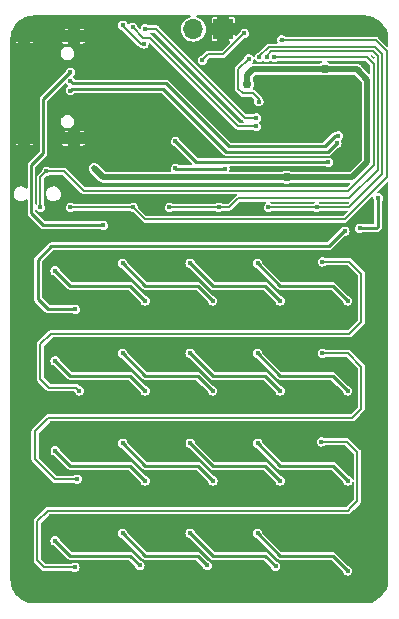
<source format=gbr>
%TF.GenerationSoftware,KiCad,Pcbnew,(6.0.11)*%
%TF.CreationDate,2023-02-02T14:22:02-08:00*%
%TF.ProjectId,Luzy,4c757a79-2e6b-4696-9361-645f70636258,1.0a*%
%TF.SameCoordinates,Original*%
%TF.FileFunction,Copper,L2,Bot*%
%TF.FilePolarity,Positive*%
%FSLAX46Y46*%
G04 Gerber Fmt 4.6, Leading zero omitted, Abs format (unit mm)*
G04 Created by KiCad (PCBNEW (6.0.11)) date 2023-02-02 14:22:02*
%MOMM*%
%LPD*%
G01*
G04 APERTURE LIST*
%TA.AperFunction,ComponentPad*%
%ADD10R,1.700000X1.700000*%
%TD*%
%TA.AperFunction,ComponentPad*%
%ADD11O,1.700000X1.700000*%
%TD*%
%TA.AperFunction,ComponentPad*%
%ADD12O,2.100000X1.000000*%
%TD*%
%TA.AperFunction,ComponentPad*%
%ADD13O,1.600000X1.000000*%
%TD*%
%TA.AperFunction,ViaPad*%
%ADD14C,0.508000*%
%TD*%
%TA.AperFunction,ViaPad*%
%ADD15C,0.400000*%
%TD*%
%TA.AperFunction,ViaPad*%
%ADD16C,0.762000*%
%TD*%
%TA.AperFunction,Conductor*%
%ADD17C,0.152400*%
%TD*%
%TA.AperFunction,Conductor*%
%ADD18C,0.200000*%
%TD*%
%TA.AperFunction,Conductor*%
%ADD19C,0.254000*%
%TD*%
%TA.AperFunction,Conductor*%
%ADD20C,0.250000*%
%TD*%
%TA.AperFunction,Conductor*%
%ADD21C,0.508000*%
%TD*%
G04 APERTURE END LIST*
D10*
%TO.P,J1,1,Pin_1*%
%TO.N,/GND*%
X100290509Y-40501000D03*
D11*
%TO.P,J1,2,Pin_2*%
%TO.N,/V_{BATT}*%
X97750509Y-40501000D03*
%TD*%
D12*
%TO.P,P1,S1,SHIELD*%
%TO.N,/GND*%
X87620509Y-41109000D03*
D13*
X83440509Y-41109000D03*
D12*
X87620509Y-49749000D03*
D13*
X83440509Y-49749000D03*
%TD*%
D14*
%TO.N,/GND*%
X108418509Y-64225000D03*
X108418509Y-71845000D03*
X108418509Y-70575000D03*
X107148509Y-70575000D03*
X109688509Y-87085000D03*
X108418509Y-85815000D03*
X107148509Y-85815000D03*
X103338509Y-87085000D03*
X103338509Y-85815000D03*
X102068509Y-85815000D03*
X100798509Y-85815000D03*
X96988509Y-85815000D03*
X98258509Y-87085000D03*
X95718509Y-85815000D03*
X91908509Y-87085000D03*
X91908509Y-85815000D03*
X90638509Y-85815000D03*
X86828509Y-87085000D03*
X108418509Y-78195000D03*
X107148509Y-78195000D03*
X102068509Y-78195000D03*
X103338509Y-79465000D03*
X103338509Y-78195000D03*
X100798509Y-78195000D03*
X98258509Y-79465000D03*
X96988509Y-78195000D03*
X95718509Y-78195000D03*
X91908509Y-79465000D03*
X91908509Y-78195000D03*
X90638509Y-78195000D03*
X86828509Y-79465000D03*
X103235518Y-71845000D03*
X103235518Y-70575000D03*
X101965518Y-70575000D03*
X96885518Y-70575000D03*
X98155518Y-71845000D03*
X95615518Y-70575000D03*
X90535518Y-70575000D03*
X91805518Y-70575000D03*
X91805518Y-71845000D03*
X86725518Y-71845000D03*
X108315518Y-62955000D03*
X107045518Y-62955000D03*
X103235518Y-64225000D03*
X103235518Y-62955000D03*
X101965518Y-62955000D03*
X91805518Y-64225000D03*
X98155518Y-64225000D03*
X96885518Y-62955000D03*
X95615518Y-62955000D03*
X91805518Y-62955000D03*
X90535518Y-62955000D03*
X87995518Y-62955000D03*
X86725518Y-62955000D03*
X85455518Y-62955000D03*
X84288509Y-80735000D03*
X84236318Y-79465000D03*
X84236318Y-78195000D03*
X84236318Y-73115000D03*
X84185518Y-71845000D03*
X84185518Y-70575000D03*
X84185518Y-66765000D03*
X84082527Y-65495000D03*
X84185518Y-64225000D03*
X84185518Y-59145000D03*
X83018509Y-59145000D03*
X83018509Y-60415000D03*
X83018509Y-61685000D03*
X83018509Y-62955000D03*
X83018509Y-64225000D03*
X83018509Y-65495000D03*
X83018509Y-66765000D03*
X83018509Y-68035000D03*
X83018509Y-69305000D03*
X83018509Y-70575000D03*
X83018509Y-71845000D03*
X83018509Y-73115000D03*
X83018509Y-74385000D03*
X83018509Y-75655000D03*
X83018509Y-76925000D03*
X83018509Y-79465000D03*
X83018509Y-78195000D03*
X83018509Y-80735000D03*
X83018509Y-82005000D03*
X83018509Y-83275000D03*
X83018509Y-84545000D03*
X83018509Y-87085000D03*
X83018509Y-85815000D03*
X112228509Y-87085000D03*
X84288509Y-87085000D03*
X84288509Y-88355000D03*
X85558509Y-88355000D03*
X112228509Y-88355000D03*
X110958509Y-88355000D03*
X109688509Y-88355000D03*
X108418509Y-88355000D03*
X107148509Y-88355000D03*
X105878509Y-88355000D03*
X104608509Y-88355000D03*
X103338509Y-88355000D03*
X102068509Y-88355000D03*
X100798509Y-88355000D03*
X99528509Y-88355000D03*
X98258509Y-88355000D03*
X96988509Y-88355000D03*
X96988509Y-88355000D03*
X95718509Y-88355000D03*
X93178509Y-88355000D03*
X94448509Y-88355000D03*
X91908509Y-88355000D03*
X90638509Y-88355000D03*
X89368509Y-88355000D03*
X88098509Y-88355000D03*
X86828509Y-88355000D03*
X108926509Y-57367000D03*
X106894509Y-57367000D03*
X103846509Y-57367000D03*
X100798509Y-57367000D03*
X92162509Y-57367000D03*
X97750509Y-57367000D03*
D15*
X92035509Y-41978000D03*
%TO.N,Net-(P1-PadA5)*%
X90130509Y-57094500D03*
X87336509Y-44159000D03*
%TO.N,/GND*%
X106716709Y-48266800D03*
X107656509Y-48985000D03*
X105878509Y-48985000D03*
X105878509Y-47461000D03*
X107656509Y-47461000D03*
%TO.N,/V_{BATT}*%
X102068509Y-40857000D03*
X98512509Y-43143000D03*
D16*
%TO.N,/V_{DD}*%
X108855709Y-43834200D03*
X105644928Y-53049000D03*
D15*
X113399259Y-54799250D03*
D16*
X102322509Y-45175000D03*
D15*
X89368509Y-52287000D03*
X112482509Y-51779000D03*
X111847509Y-57367000D03*
%TO.N,Net-(R3-Pad2)*%
X91781509Y-40166000D03*
X93551009Y-41737500D03*
%TO.N,Net-(R4-Pad2)*%
X96226509Y-52287000D03*
X100417509Y-52305500D03*
%TO.N,Net-(D2-Pad2)*%
X99377500Y-63500000D03*
X91757500Y-60325000D03*
%TO.N,Net-(D3-Pad2)*%
X97472500Y-60325000D03*
X105092500Y-63500000D03*
%TO.N,/LED Grid/LED Row/DATA_OUT*%
X88098509Y-71120000D03*
X108672509Y-60198000D03*
%TO.N,Net-(D6-Pad2)*%
X93662500Y-71120000D03*
X86042500Y-68580000D03*
%TO.N,Net-(D7-Pad2)*%
X99377500Y-71120000D03*
X91757500Y-67945000D03*
%TO.N,Net-(D8-Pad2)*%
X105092500Y-71120000D03*
X97472500Y-67945000D03*
%TO.N,Net-(D10-Pad4)*%
X103187500Y-67945000D03*
X110807500Y-71120000D03*
%TO.N,/LED Grid/LED Row1/DATA_OUT*%
X108672509Y-67945000D03*
X87895309Y-78613000D03*
%TO.N,Net-(D11-Pad2)*%
X93678989Y-78740000D03*
X86058989Y-76200000D03*
%TO.N,Net-(D12-Pad2)*%
X99393989Y-78740000D03*
X91773989Y-75565000D03*
%TO.N,Net-(D13-Pad2)*%
X105108989Y-78740000D03*
X97488989Y-75565000D03*
%TO.N,Net-(D14-Pad2)*%
X110823989Y-78740000D03*
X103203989Y-75565000D03*
%TO.N,/LED Grid/LED Row2/DATA_OUT*%
X87717509Y-86069000D03*
X108596309Y-75438000D03*
%TO.N,Net-(D16-Pad2)*%
X86042500Y-83820000D03*
X93211505Y-85909004D03*
%TO.N,Net-(D17-Pad2)*%
X98926505Y-85909004D03*
X91757500Y-83185000D03*
%TO.N,Net-(D18-Pad2)*%
X97472500Y-83185000D03*
X104705005Y-85972504D03*
%TO.N,Net-(D19-Pad2)*%
X103187500Y-83185000D03*
X110807500Y-86360000D03*
%TO.N,Net-(D1-Pad2)*%
X93662500Y-63500000D03*
X86042500Y-60960000D03*
%TO.N,Net-(D4-Pad2)*%
X103187500Y-60325000D03*
X110807500Y-63500000D03*
%TO.N,/Controller/VBATTSENSE*%
X102449509Y-43016000D03*
X103283717Y-46626792D03*
%TO.N,/BOOST_EN*%
X109180509Y-51779000D03*
X96226509Y-50001000D03*
%TO.N,/Controller/~{RESET}*%
X85304509Y-52541000D03*
X104608509Y-42889000D03*
X84796509Y-55589000D03*
%TO.N,/CHRG_PG*%
X92599344Y-40346749D03*
X103084509Y-48731000D03*
%TO.N,/CHRG_STAT*%
X103084509Y-48016300D03*
X93675574Y-40492014D03*
%TO.N,/D-*%
X87332509Y-45705500D03*
X109891709Y-50178800D03*
%TO.N,/D+*%
X87336509Y-44921000D03*
X110018709Y-49543800D03*
%TO.N,/DATA*%
X87741518Y-64225000D03*
X110577509Y-57621000D03*
%TO.N,/POWER*%
X99909509Y-55589000D03*
X103965009Y-42889000D03*
X95718509Y-55589000D03*
%TO.N,/LEFT*%
X105225545Y-41422014D03*
X92670509Y-55589000D03*
X87336509Y-55589000D03*
%TO.N,/RIGHT*%
X108183009Y-55589000D03*
X104100509Y-55589000D03*
X103338509Y-42889000D03*
%TD*%
D17*
%TO.N,/LEFT*%
X92670509Y-55589000D02*
X87336509Y-55589000D01*
X110577509Y-56605000D02*
X94804109Y-56605000D01*
X94804109Y-56605000D02*
X93686509Y-56605000D01*
X93686509Y-56605000D02*
X92670509Y-55589000D01*
%TO.N,/POWER*%
X99909509Y-55589000D02*
X95718509Y-55589000D01*
%TO.N,/RIGHT*%
X108183009Y-55589000D02*
X104100509Y-55589000D01*
%TO.N,/Controller/~{RESET}*%
X104608509Y-42889000D02*
X112482509Y-42889000D01*
X112482509Y-42889000D02*
X113012709Y-43419200D01*
X113012709Y-51998616D02*
X110832625Y-54178700D01*
X86828509Y-52541000D02*
X85304509Y-52541000D01*
X113012709Y-43419200D02*
X113012709Y-51998616D01*
X110832625Y-54178700D02*
X88466209Y-54178700D01*
X88466209Y-54178700D02*
X86828509Y-52541000D01*
D18*
%TO.N,/LED Grid/LED Row2/DATA_OUT*%
X110807500Y-81280000D02*
X111104705Y-80982796D01*
X111644309Y-76327000D02*
X111644309Y-80443192D01*
X108596309Y-75438000D02*
X110755309Y-75438000D01*
X110755309Y-75438000D02*
X111644309Y-76327000D01*
X111644309Y-80443192D02*
X111104705Y-80982796D01*
%TO.N,/LED Grid/LED Row1/DATA_OUT*%
X87895309Y-78613000D02*
X86027309Y-78613000D01*
X86027309Y-78613000D02*
X84339309Y-76925000D01*
X84339309Y-76925000D02*
X84339309Y-74549000D01*
X84339309Y-74549000D02*
X85482309Y-73406000D01*
X85482309Y-73406000D02*
X111136309Y-73406000D01*
X111625404Y-72969095D02*
X111188500Y-73406000D01*
X108672509Y-67945000D02*
X110831509Y-67945000D01*
X110831509Y-67945000D02*
X111974509Y-69088000D01*
X111974509Y-69088000D02*
X111974509Y-72619990D01*
X111974509Y-72619990D02*
X111625404Y-72969095D01*
D19*
%TO.N,/DATA*%
X87741518Y-64225000D02*
X85455518Y-64225000D01*
X85455518Y-64225000D02*
X84566518Y-63336000D01*
X84566518Y-63336000D02*
X84566518Y-60034000D01*
X109204518Y-58891000D02*
X110474518Y-57621000D01*
X84566518Y-60034000D02*
X85709518Y-58891000D01*
X85709518Y-58891000D02*
X109204518Y-58891000D01*
D18*
%TO.N,Net-(R3-Pad2)*%
X93297009Y-41737500D02*
X93178509Y-41619000D01*
X93551009Y-41737500D02*
X93297009Y-41737500D01*
X91781509Y-40236021D02*
X91781509Y-40166000D01*
X93178509Y-41619000D02*
X93164488Y-41619000D01*
X93164488Y-41619000D02*
X91781509Y-40236021D01*
%TO.N,/CHRG_PG*%
X103084509Y-48731000D02*
X101560509Y-48731000D01*
X101560509Y-48731000D02*
X94067509Y-41238000D01*
X94067509Y-41238000D02*
X93490595Y-41238000D01*
X93490595Y-41238000D02*
X92599344Y-40346749D01*
D20*
%TO.N,Net-(P1-PadA5)*%
X84034509Y-52033000D02*
X84034509Y-56097000D01*
X84542509Y-56605000D02*
X85032009Y-57094500D01*
X85032009Y-57094500D02*
X90130509Y-57094500D01*
X85050509Y-46445000D02*
X85050509Y-50509000D01*
X87336509Y-44159000D02*
X85050509Y-46445000D01*
X85050509Y-50509000D02*
X85050509Y-51017000D01*
X85050509Y-51017000D02*
X84034509Y-52033000D01*
X84034509Y-56097000D02*
X84542509Y-56605000D01*
D18*
%TO.N,/V_{BATT}*%
X98512509Y-43143000D02*
X99020509Y-42635000D01*
X99020509Y-42635000D02*
X100290509Y-42635000D01*
X100290509Y-42635000D02*
X102068509Y-40857000D01*
D21*
%TO.N,/V_{DD}*%
X102830509Y-43905000D02*
X111593509Y-43905000D01*
D19*
X113399259Y-57212250D02*
X113244509Y-57367000D01*
D21*
X112482509Y-44794000D02*
X112482509Y-51779000D01*
X102322509Y-45175000D02*
X102322509Y-44413000D01*
D19*
X113399259Y-54799250D02*
X113399259Y-57212250D01*
D21*
X111212509Y-53049000D02*
X112482509Y-51779000D01*
X107148509Y-53049000D02*
X111212509Y-53049000D01*
X90130509Y-53049000D02*
X89368509Y-52287000D01*
D19*
X113244509Y-57367000D02*
X111847509Y-57367000D01*
D21*
X105644928Y-53049000D02*
X107148509Y-53049000D01*
X107148509Y-53049000D02*
X90130509Y-53049000D01*
X111593509Y-43905000D02*
X112482509Y-44794000D01*
X102322509Y-44413000D02*
X102830509Y-43905000D01*
D19*
%TO.N,Net-(R4-Pad2)*%
X100417509Y-52305500D02*
X96245009Y-52305500D01*
X96245009Y-52305500D02*
X96226509Y-52287000D01*
%TO.N,Net-(D2-Pad2)*%
X93662500Y-62230000D02*
X98107500Y-62230000D01*
X98107500Y-62230000D02*
X99377500Y-63500000D01*
X91757500Y-60325000D02*
X93662500Y-62230000D01*
%TO.N,Net-(D3-Pad2)*%
X103822500Y-62230000D02*
X105092500Y-63500000D01*
X99377500Y-62230000D02*
X103822500Y-62230000D01*
X97472500Y-60325000D02*
X99377500Y-62230000D01*
D18*
%TO.N,/LED Grid/LED Row/DATA_OUT*%
X110958509Y-60198000D02*
X111974509Y-61214000D01*
X111974509Y-61214000D02*
X111974509Y-65278000D01*
X111974509Y-65278000D02*
X110958509Y-66294000D01*
X84796509Y-67183000D02*
X84796509Y-70104000D01*
X85558509Y-70866000D02*
X87844509Y-70866000D01*
X87844509Y-70866000D02*
X88098509Y-71120000D01*
X108672509Y-60198000D02*
X110958509Y-60198000D01*
X84796509Y-70104000D02*
X85558509Y-70866000D01*
X85685509Y-66294000D02*
X84796509Y-67183000D01*
X110958509Y-66294000D02*
X85685509Y-66294000D01*
D19*
%TO.N,Net-(D6-Pad2)*%
X86042500Y-68580000D02*
X87312500Y-69850000D01*
X87312500Y-69850000D02*
X92392500Y-69850000D01*
X92392500Y-69850000D02*
X93662500Y-71120000D01*
%TO.N,Net-(D7-Pad2)*%
X91757500Y-67945000D02*
X93662500Y-69850000D01*
X98107500Y-69850000D02*
X99377500Y-71120000D01*
X93662500Y-69850000D02*
X98107500Y-69850000D01*
%TO.N,Net-(D8-Pad2)*%
X97472500Y-67945000D02*
X99377500Y-69850000D01*
X99377500Y-69850000D02*
X103822500Y-69850000D01*
X103822500Y-69850000D02*
X105092500Y-71120000D01*
%TO.N,Net-(D10-Pad4)*%
X103187500Y-67945000D02*
X105092500Y-69850000D01*
X105092500Y-69850000D02*
X109537500Y-69850000D01*
X109537500Y-69850000D02*
X110807500Y-71120000D01*
%TO.N,Net-(D11-Pad2)*%
X86058989Y-76200000D02*
X87328989Y-77470000D01*
X92408989Y-77470000D02*
X93678989Y-78740000D01*
X87328989Y-77470000D02*
X92408989Y-77470000D01*
%TO.N,Net-(D12-Pad2)*%
X93678989Y-77470000D02*
X98123989Y-77470000D01*
X98123989Y-77470000D02*
X99393989Y-78740000D01*
X91773989Y-75565000D02*
X93678989Y-77470000D01*
%TO.N,Net-(D13-Pad2)*%
X99393989Y-77470000D02*
X103838989Y-77470000D01*
X97488989Y-75565000D02*
X99393989Y-77470000D01*
X103838989Y-77470000D02*
X105108989Y-78740000D01*
%TO.N,Net-(D14-Pad2)*%
X109553989Y-77470000D02*
X110823989Y-78740000D01*
X105108989Y-77470000D02*
X109553989Y-77470000D01*
X103203989Y-75565000D02*
X105108989Y-77470000D01*
D18*
%TO.N,/LED Grid/LED Row2/DATA_OUT*%
X87717509Y-86069000D02*
X85116500Y-86069000D01*
X85407500Y-81280000D02*
X110807500Y-81280000D01*
X85116500Y-86069000D02*
X84518500Y-85471000D01*
X84518500Y-85471000D02*
X84518500Y-82169000D01*
X84518500Y-82169000D02*
X85407500Y-81280000D01*
D19*
%TO.N,Net-(D16-Pad2)*%
X93211505Y-85909004D02*
X92392501Y-85090000D01*
X92392501Y-85090000D02*
X87312500Y-85090000D01*
X87312500Y-85090000D02*
X86042500Y-83820000D01*
%TO.N,Net-(D17-Pad2)*%
X93662500Y-85090000D02*
X91757500Y-83185000D01*
X98107501Y-85090000D02*
X93662500Y-85090000D01*
X98926505Y-85909004D02*
X98107501Y-85090000D01*
%TO.N,Net-(D18-Pad2)*%
X99377500Y-85090000D02*
X97472500Y-83185000D01*
X104705005Y-85972504D02*
X103822501Y-85090000D01*
X103822501Y-85090000D02*
X99377500Y-85090000D01*
%TO.N,Net-(D19-Pad2)*%
X109537500Y-85090000D02*
X110807500Y-86360000D01*
X105092500Y-85090000D02*
X109537500Y-85090000D01*
X103187500Y-83185000D02*
X105092500Y-85090000D01*
%TO.N,Net-(D1-Pad2)*%
X86042500Y-60960000D02*
X87312500Y-62230000D01*
X87312500Y-62230000D02*
X92392500Y-62230000D01*
X92392500Y-62230000D02*
X93662500Y-63500000D01*
%TO.N,Net-(D4-Pad2)*%
X105092500Y-62230000D02*
X109537500Y-62230000D01*
X103187500Y-60325000D02*
X105092500Y-62230000D01*
X109537500Y-62230000D02*
X110807500Y-63500000D01*
D18*
%TO.N,/Controller/VBATTSENSE*%
X101560509Y-45556000D02*
X101560509Y-43905000D01*
X102830509Y-45937000D02*
X103283717Y-46390208D01*
X103283717Y-46626792D02*
X103283717Y-46390208D01*
X101560509Y-43905000D02*
X102449509Y-43016000D01*
X101941509Y-45937000D02*
X102830509Y-45937000D01*
X101941509Y-45937000D02*
X101560509Y-45556000D01*
D19*
%TO.N,/BOOST_EN*%
X109180509Y-51779000D02*
X98004509Y-51779000D01*
X98004509Y-51779000D02*
X96226509Y-50001000D01*
D17*
%TO.N,/Controller/~{RESET}*%
X84796509Y-55589000D02*
X84796509Y-53049000D01*
X84796509Y-53049000D02*
X85304509Y-52541000D01*
D18*
%TO.N,/CHRG_STAT*%
X102115809Y-48016300D02*
X94591523Y-40492014D01*
X103084509Y-48016300D02*
X102115809Y-48016300D01*
X94591523Y-40492014D02*
X93675574Y-40492014D01*
%TO.N,/D-*%
X100537457Y-50890000D02*
X101433509Y-50890000D01*
D19*
X98762983Y-49115526D02*
X100537457Y-50890000D01*
D18*
X99080483Y-49433026D02*
X100537457Y-50890000D01*
D19*
X109180509Y-50890000D02*
X109891709Y-50178800D01*
X87482009Y-45556000D02*
X95203457Y-45556000D01*
X95203457Y-45556000D02*
X98762983Y-49115526D01*
X100537457Y-50890000D02*
X103338509Y-50890000D01*
X99080483Y-49433026D02*
X98762983Y-49115526D01*
X103338509Y-50890000D02*
X101433509Y-50890000D01*
X87332509Y-45705500D02*
X87482009Y-45556000D01*
X103338509Y-50890000D02*
X109180509Y-50890000D01*
%TO.N,/D+*%
X109764709Y-49543800D02*
X110018709Y-49543800D01*
X108872509Y-50436000D02*
X109764709Y-49543800D01*
X87517509Y-45102000D02*
X95391509Y-45102000D01*
X87336509Y-44921000D02*
X87517509Y-45102000D01*
X100725509Y-50436000D02*
X108872509Y-50436000D01*
X95391509Y-45102000D02*
X100725509Y-50436000D01*
D17*
%TO.N,/POWER*%
X112990509Y-42381000D02*
X104354509Y-42381000D01*
X113365109Y-42755600D02*
X112990509Y-42381000D01*
X104354509Y-42381000D02*
X103965009Y-42770500D01*
X101560509Y-54827000D02*
X110958509Y-54827000D01*
X99909509Y-55589000D02*
X100798509Y-55589000D01*
X100798509Y-55589000D02*
X101560509Y-54827000D01*
X103965009Y-42770500D02*
X103965009Y-42889000D01*
X110958509Y-54827000D02*
X113365109Y-52420400D01*
X113365109Y-52420400D02*
X113365109Y-42755600D01*
%TO.N,/LEFT*%
X114133509Y-53049000D02*
X110577509Y-56605000D01*
X113174523Y-41422014D02*
X114133509Y-42381000D01*
X105098545Y-41422014D02*
X113174523Y-41422014D01*
X114133509Y-42381000D02*
X114133509Y-53049000D01*
%TO.N,/RIGHT*%
X104142102Y-42004800D02*
X103338509Y-42808393D01*
X108183009Y-55589000D02*
X110958509Y-55589000D01*
X113741309Y-42599772D02*
X113146337Y-42004800D01*
X113146337Y-42004800D02*
X104142102Y-42004800D01*
X110958509Y-55589000D02*
X113741309Y-52806200D01*
X103338509Y-42808393D02*
X103338509Y-42889000D01*
X113741309Y-52806200D02*
X113741309Y-42599772D01*
%TD*%
%TA.AperFunction,Conductor*%
%TO.N,/GND*%
G36*
X97522988Y-39351093D02*
G01*
X97548708Y-39395642D01*
X97539775Y-39446300D01*
X97495882Y-39480840D01*
X97358610Y-39521241D01*
X97358607Y-39521242D01*
X97355081Y-39522280D01*
X97351824Y-39523983D01*
X97351821Y-39523984D01*
X97175770Y-39616022D01*
X97172511Y-39617726D01*
X97169645Y-39620030D01*
X97169644Y-39620031D01*
X97014826Y-39744507D01*
X97014823Y-39744510D01*
X97011956Y-39746815D01*
X97009593Y-39749631D01*
X97009590Y-39749634D01*
X96881897Y-39901812D01*
X96881894Y-39901816D01*
X96879533Y-39904630D01*
X96877762Y-39907852D01*
X96877761Y-39907853D01*
X96816823Y-40018699D01*
X96780285Y-40085162D01*
X96773852Y-40105442D01*
X96724898Y-40259766D01*
X96717993Y-40281532D01*
X96695029Y-40486262D01*
X96695337Y-40489930D01*
X96695337Y-40489933D01*
X96705025Y-40605303D01*
X96712268Y-40691553D01*
X96769053Y-40889586D01*
X96863221Y-41072818D01*
X96991186Y-41234270D01*
X97148073Y-41367791D01*
X97151274Y-41369580D01*
X97151277Y-41369582D01*
X97324696Y-41466503D01*
X97324701Y-41466505D01*
X97327907Y-41468297D01*
X97523838Y-41531959D01*
X97637652Y-41545530D01*
X97724745Y-41555915D01*
X97724747Y-41555915D01*
X97728403Y-41556351D01*
X97933809Y-41540546D01*
X98080093Y-41499703D01*
X98128689Y-41486135D01*
X98128691Y-41486134D01*
X98132234Y-41485145D01*
X98316119Y-41392258D01*
X98345143Y-41369582D01*
X98354443Y-41362316D01*
X99288109Y-41362316D01*
X99288830Y-41369637D01*
X99295506Y-41403198D01*
X99301067Y-41416623D01*
X99326523Y-41454720D01*
X99336789Y-41464986D01*
X99374886Y-41490442D01*
X99388311Y-41496003D01*
X99421872Y-41502679D01*
X99429193Y-41503400D01*
X99769250Y-41503400D01*
X99779407Y-41499703D01*
X99782509Y-41494331D01*
X99782509Y-41022259D01*
X99778812Y-41012102D01*
X99773440Y-41009000D01*
X99301368Y-41009000D01*
X99291211Y-41012697D01*
X99288109Y-41018069D01*
X99288109Y-41362316D01*
X98354443Y-41362316D01*
X98475567Y-41267685D01*
X98475571Y-41267681D01*
X98478460Y-41265424D01*
X98613073Y-41109472D01*
X98646285Y-41051009D01*
X98713014Y-40933545D01*
X98713016Y-40933542D01*
X98714832Y-40930344D01*
X98779860Y-40734863D01*
X98802922Y-40552305D01*
X98805416Y-40532565D01*
X98805416Y-40532562D01*
X98805680Y-40530474D01*
X98806092Y-40501000D01*
X98805211Y-40492014D01*
X98786349Y-40299637D01*
X98786348Y-40299632D01*
X98785989Y-40295970D01*
X98726444Y-40098749D01*
X98723449Y-40093115D01*
X98663167Y-39979741D01*
X99288109Y-39979741D01*
X99291806Y-39989898D01*
X99297178Y-39993000D01*
X99769250Y-39993000D01*
X99779407Y-39989303D01*
X99782509Y-39983931D01*
X99782509Y-39979741D01*
X100798509Y-39979741D01*
X100802206Y-39989898D01*
X100807578Y-39993000D01*
X101279650Y-39993000D01*
X101289807Y-39989303D01*
X101292909Y-39983931D01*
X101292909Y-39639684D01*
X101292188Y-39632363D01*
X101285512Y-39598802D01*
X101279951Y-39585377D01*
X101254495Y-39547280D01*
X101244229Y-39537014D01*
X101206132Y-39511558D01*
X101192707Y-39505997D01*
X101159146Y-39499321D01*
X101151825Y-39498600D01*
X100811768Y-39498600D01*
X100801611Y-39502297D01*
X100798509Y-39507669D01*
X100798509Y-39979741D01*
X99782509Y-39979741D01*
X99782509Y-39511859D01*
X99778812Y-39501702D01*
X99773440Y-39498600D01*
X99429193Y-39498600D01*
X99421872Y-39499321D01*
X99388311Y-39505997D01*
X99374886Y-39511558D01*
X99336789Y-39537014D01*
X99326523Y-39547280D01*
X99301067Y-39585377D01*
X99295506Y-39598802D01*
X99288830Y-39632363D01*
X99288109Y-39639684D01*
X99288109Y-39979741D01*
X98663167Y-39979741D01*
X98637903Y-39932226D01*
X98629727Y-39916849D01*
X98499520Y-39757200D01*
X98340784Y-39625882D01*
X98159564Y-39527897D01*
X98006568Y-39480537D01*
X97965594Y-39449437D01*
X97954198Y-39399275D01*
X97977711Y-39353524D01*
X98028805Y-39333500D01*
X112183072Y-39333500D01*
X112194642Y-39334395D01*
X112222231Y-39338691D01*
X112227538Y-39337997D01*
X112227539Y-39337997D01*
X112232225Y-39337384D01*
X112243459Y-39335915D01*
X112258124Y-39335441D01*
X112374430Y-39343065D01*
X112488754Y-39350559D01*
X112498506Y-39351843D01*
X112623984Y-39376802D01*
X112749466Y-39401762D01*
X112758960Y-39404306D01*
X112880112Y-39445432D01*
X113001259Y-39486557D01*
X113010346Y-39490321D01*
X113086543Y-39527897D01*
X113239839Y-39603495D01*
X113248353Y-39608411D01*
X113452035Y-39744507D01*
X113461103Y-39750566D01*
X113468905Y-39756553D01*
X113655386Y-39920092D01*
X113661280Y-39925261D01*
X113668233Y-39932213D01*
X113741721Y-40016010D01*
X113836954Y-40124604D01*
X113842936Y-40132400D01*
X113985092Y-40345151D01*
X113990010Y-40353670D01*
X114103183Y-40583162D01*
X114106947Y-40592250D01*
X114189194Y-40834541D01*
X114191740Y-40844043D01*
X114241658Y-41095003D01*
X114242942Y-41104755D01*
X114257632Y-41328877D01*
X114256898Y-41345363D01*
X114256371Y-41348748D01*
X114254818Y-41358724D01*
X114255512Y-41364031D01*
X114255512Y-41364034D01*
X114259374Y-41393565D01*
X114260009Y-41403316D01*
X114260009Y-41934639D01*
X114242416Y-41982977D01*
X114197867Y-42008697D01*
X114147209Y-41999764D01*
X114131635Y-41987813D01*
X113405499Y-41261677D01*
X113402444Y-41258138D01*
X113400510Y-41254181D01*
X113389074Y-41243572D01*
X113366891Y-41222995D01*
X113364859Y-41221037D01*
X113351981Y-41208159D01*
X113349123Y-41206198D01*
X113347445Y-41204804D01*
X113344366Y-41202100D01*
X113330030Y-41188801D01*
X113330028Y-41188800D01*
X113324939Y-41184079D01*
X113313442Y-41179493D01*
X113298771Y-41171658D01*
X113288567Y-41164658D01*
X113263566Y-41158725D01*
X113253067Y-41155404D01*
X113246965Y-41152970D01*
X113229199Y-41145882D01*
X113223406Y-41145314D01*
X113215856Y-41145314D01*
X113198493Y-41143282D01*
X113195028Y-41142460D01*
X113188273Y-41140857D01*
X113181395Y-41141793D01*
X113181394Y-41141793D01*
X113160571Y-41144627D01*
X113150430Y-41145314D01*
X105546385Y-41145314D01*
X105498047Y-41127721D01*
X105493211Y-41123288D01*
X105463887Y-41093964D01*
X105350849Y-41036368D01*
X105285892Y-41026080D01*
X105231392Y-41017448D01*
X105225545Y-41016522D01*
X105219698Y-41017448D01*
X105165198Y-41026080D01*
X105100241Y-41036368D01*
X104987203Y-41093964D01*
X104897495Y-41183672D01*
X104839899Y-41296710D01*
X104833051Y-41339951D01*
X104832392Y-41344109D01*
X104830353Y-41353253D01*
X104818395Y-41394545D01*
X104818994Y-41401462D01*
X104820519Y-41419070D01*
X104820127Y-41419104D01*
X104820303Y-41420434D01*
X104820053Y-41422014D01*
X104820979Y-41427860D01*
X104820979Y-41427861D01*
X104821228Y-41429433D01*
X104821874Y-41434709D01*
X104827290Y-41497240D01*
X104830340Y-41503479D01*
X104832195Y-41510168D01*
X104832079Y-41510200D01*
X104835974Y-41522533D01*
X104838827Y-41540546D01*
X104839899Y-41547318D01*
X104842585Y-41552589D01*
X104842585Y-41552590D01*
X104849185Y-41565542D01*
X104874997Y-41616200D01*
X104876301Y-41618760D01*
X104882570Y-41669816D01*
X104854554Y-41712957D01*
X104809297Y-41728100D01*
X104192052Y-41728100D01*
X104187391Y-41727758D01*
X104183223Y-41726327D01*
X104137407Y-41728047D01*
X104134586Y-41728100D01*
X104116366Y-41728100D01*
X104112955Y-41728735D01*
X104110792Y-41728935D01*
X104106704Y-41729200D01*
X104080217Y-41730194D01*
X104068845Y-41735080D01*
X104052935Y-41739914D01*
X104040765Y-41742180D01*
X104024298Y-41752331D01*
X104018891Y-41755664D01*
X104009113Y-41760743D01*
X103990386Y-41768788D01*
X103990382Y-41768791D01*
X103985509Y-41770884D01*
X103981011Y-41774578D01*
X103975673Y-41779916D01*
X103961959Y-41790757D01*
X103958928Y-41792625D01*
X103958927Y-41792626D01*
X103953017Y-41796269D01*
X103936094Y-41818524D01*
X103929409Y-41826180D01*
X103276858Y-42478731D01*
X103235448Y-42499831D01*
X103225753Y-42501367D01*
X103213205Y-42503354D01*
X103100167Y-42560950D01*
X103010459Y-42650658D01*
X103007771Y-42655934D01*
X103007770Y-42655935D01*
X102991458Y-42687950D01*
X102952863Y-42763696D01*
X102951937Y-42769543D01*
X102945811Y-42808221D01*
X102920873Y-42853211D01*
X102872850Y-42871646D01*
X102824212Y-42854898D01*
X102804533Y-42830597D01*
X102780248Y-42782935D01*
X102780247Y-42782934D01*
X102777559Y-42777658D01*
X102687851Y-42687950D01*
X102663011Y-42675293D01*
X102625018Y-42655935D01*
X102574813Y-42630354D01*
X102449509Y-42610508D01*
X102324205Y-42630354D01*
X102274000Y-42655935D01*
X102236008Y-42675293D01*
X102211167Y-42687950D01*
X102121459Y-42777658D01*
X102063863Y-42890696D01*
X102060816Y-42909935D01*
X102051505Y-42968723D01*
X102030405Y-43010133D01*
X101386576Y-43653962D01*
X101382468Y-43657508D01*
X101378240Y-43659575D01*
X101373519Y-43664664D01*
X101373518Y-43664665D01*
X101344283Y-43696181D01*
X101342325Y-43698213D01*
X101328261Y-43712277D01*
X101326304Y-43715129D01*
X101324165Y-43717703D01*
X101321465Y-43720778D01*
X101312256Y-43730706D01*
X101302108Y-43741646D01*
X101299536Y-43748092D01*
X101299535Y-43748094D01*
X101296862Y-43754795D01*
X101289028Y-43769468D01*
X101281017Y-43781146D01*
X101279414Y-43787901D01*
X101274464Y-43808761D01*
X101271145Y-43819255D01*
X101260626Y-43845622D01*
X101260009Y-43851915D01*
X101260009Y-43860870D01*
X101257977Y-43878233D01*
X101255169Y-43890066D01*
X101256105Y-43896944D01*
X101256105Y-43896945D01*
X101259322Y-43920582D01*
X101260009Y-43930723D01*
X101260009Y-45501484D01*
X101259612Y-45506891D01*
X101258084Y-45511342D01*
X101258345Y-45518282D01*
X101259956Y-45561214D01*
X101260009Y-45564035D01*
X101260009Y-45583948D01*
X101260641Y-45587344D01*
X101260950Y-45590691D01*
X101261215Y-45594775D01*
X101262022Y-45616270D01*
X101262023Y-45616273D01*
X101262283Y-45623208D01*
X101267874Y-45636221D01*
X101272707Y-45652131D01*
X101275300Y-45666053D01*
X101278944Y-45671964D01*
X101278944Y-45671965D01*
X101290193Y-45690216D01*
X101295269Y-45699988D01*
X101304373Y-45721177D01*
X101304376Y-45721181D01*
X101306473Y-45726063D01*
X101310487Y-45730949D01*
X101316817Y-45737279D01*
X101327658Y-45750993D01*
X101334041Y-45761348D01*
X101358554Y-45779988D01*
X101366211Y-45786673D01*
X101690478Y-46110941D01*
X101694018Y-46115042D01*
X101696084Y-46119269D01*
X101732677Y-46153214D01*
X101734709Y-46155172D01*
X101748785Y-46169248D01*
X101751642Y-46171208D01*
X101754226Y-46173355D01*
X101757306Y-46176060D01*
X101773065Y-46190680D01*
X101773068Y-46190682D01*
X101778155Y-46195401D01*
X101791309Y-46200649D01*
X101805977Y-46208481D01*
X101817655Y-46216492D01*
X101824412Y-46218095D01*
X101824413Y-46218096D01*
X101836880Y-46221054D01*
X101845272Y-46223046D01*
X101855764Y-46226364D01*
X101882131Y-46236883D01*
X101888424Y-46237500D01*
X101897379Y-46237500D01*
X101914742Y-46239532D01*
X101926575Y-46242340D01*
X101933453Y-46241404D01*
X101933454Y-46241404D01*
X101957091Y-46238187D01*
X101967232Y-46237500D01*
X102674890Y-46237500D01*
X102723228Y-46255093D01*
X102728064Y-46259526D01*
X102883867Y-46415329D01*
X102905607Y-46461949D01*
X102902212Y-46491744D01*
X102900761Y-46496208D01*
X102898071Y-46501488D01*
X102897145Y-46507335D01*
X102897144Y-46507339D01*
X102880730Y-46610974D01*
X102878225Y-46626792D01*
X102898071Y-46752096D01*
X102955667Y-46865134D01*
X103045375Y-46954842D01*
X103158413Y-47012438D01*
X103283717Y-47032284D01*
X103409021Y-47012438D01*
X103522059Y-46954842D01*
X103611767Y-46865134D01*
X103669363Y-46752096D01*
X103689209Y-46626792D01*
X103669363Y-46501488D01*
X103611767Y-46388450D01*
X103604199Y-46380882D01*
X103584816Y-46336466D01*
X103583730Y-46336711D01*
X103582456Y-46331060D01*
X103582226Y-46330532D01*
X103582204Y-46329939D01*
X103582203Y-46329937D01*
X103581943Y-46323000D01*
X103576352Y-46309987D01*
X103571519Y-46294077D01*
X103570197Y-46286980D01*
X103568926Y-46280155D01*
X103564286Y-46272627D01*
X103554033Y-46255992D01*
X103548957Y-46246220D01*
X103539853Y-46225031D01*
X103539850Y-46225027D01*
X103537753Y-46220145D01*
X103533739Y-46215259D01*
X103527409Y-46208929D01*
X103516568Y-46195215D01*
X103513829Y-46190771D01*
X103513828Y-46190770D01*
X103510185Y-46184860D01*
X103485659Y-46166210D01*
X103478012Y-46159532D01*
X103081547Y-45763067D01*
X103078001Y-45758959D01*
X103075934Y-45754731D01*
X103049256Y-45729983D01*
X103039328Y-45720774D01*
X103037296Y-45718816D01*
X103023232Y-45704752D01*
X103020380Y-45702795D01*
X103017806Y-45700656D01*
X103014731Y-45697956D01*
X102998952Y-45683320D01*
X102993863Y-45678599D01*
X102987417Y-45676027D01*
X102987415Y-45676026D01*
X102980714Y-45673353D01*
X102966041Y-45665519D01*
X102965706Y-45665289D01*
X102954363Y-45657508D01*
X102926746Y-45650954D01*
X102916254Y-45647636D01*
X102889887Y-45637117D01*
X102883594Y-45636500D01*
X102874639Y-45636500D01*
X102857275Y-45634468D01*
X102845443Y-45631660D01*
X102845740Y-45630410D01*
X102805150Y-45613347D01*
X102781637Y-45567596D01*
X102793033Y-45517434D01*
X102796584Y-45512393D01*
X102827447Y-45472171D01*
X102827449Y-45472167D01*
X102830448Y-45468259D01*
X102889042Y-45326802D01*
X102893413Y-45293607D01*
X102908384Y-45179884D01*
X102909027Y-45175000D01*
X102898115Y-45092112D01*
X102889685Y-45028079D01*
X102889684Y-45028076D01*
X102889042Y-45023198D01*
X102830448Y-44881741D01*
X102792547Y-44832347D01*
X102777009Y-44786571D01*
X102777009Y-44632408D01*
X102794602Y-44584070D01*
X102799035Y-44579234D01*
X102996743Y-44381526D01*
X103043363Y-44359786D01*
X103049917Y-44359500D01*
X108589404Y-44359500D01*
X108618182Y-44365224D01*
X108703907Y-44400733D01*
X108708785Y-44401375D01*
X108708788Y-44401376D01*
X108850825Y-44420075D01*
X108855709Y-44420718D01*
X108860593Y-44420075D01*
X109002630Y-44401376D01*
X109002633Y-44401375D01*
X109007511Y-44400733D01*
X109093236Y-44365224D01*
X109122014Y-44359500D01*
X111374101Y-44359500D01*
X111422439Y-44377093D01*
X111427275Y-44381526D01*
X112005983Y-44960234D01*
X112027723Y-45006854D01*
X112028009Y-45013408D01*
X112028009Y-51559592D01*
X112010416Y-51607930D01*
X112005983Y-51612766D01*
X111046275Y-52572474D01*
X110999655Y-52594214D01*
X110993101Y-52594500D01*
X106033357Y-52594500D01*
X105987581Y-52578962D01*
X105938187Y-52541061D01*
X105796730Y-52482467D01*
X105791852Y-52481825D01*
X105791849Y-52481824D01*
X105649812Y-52463125D01*
X105644928Y-52462482D01*
X105640044Y-52463125D01*
X105498007Y-52481824D01*
X105498004Y-52481825D01*
X105493126Y-52482467D01*
X105351669Y-52541061D01*
X105302275Y-52578962D01*
X105256499Y-52594500D01*
X100842463Y-52594500D01*
X100794125Y-52576907D01*
X100768405Y-52532358D01*
X100775459Y-52485160D01*
X100777159Y-52481824D01*
X100803155Y-52430804D01*
X100823001Y-52305500D01*
X100805256Y-52193463D01*
X100815071Y-52142969D01*
X100855047Y-52110597D01*
X100879530Y-52106500D01*
X108923033Y-52106500D01*
X108957173Y-52114696D01*
X109055205Y-52164646D01*
X109180509Y-52184492D01*
X109305813Y-52164646D01*
X109418851Y-52107050D01*
X109508559Y-52017342D01*
X109511919Y-52010749D01*
X109549245Y-51937492D01*
X109566155Y-51904304D01*
X109586001Y-51779000D01*
X109566155Y-51653696D01*
X109534077Y-51590740D01*
X109511248Y-51545935D01*
X109511247Y-51545934D01*
X109508559Y-51540658D01*
X109418851Y-51450950D01*
X109385403Y-51433907D01*
X109366382Y-51424215D01*
X109305813Y-51393354D01*
X109180509Y-51373508D01*
X109055205Y-51393354D01*
X108984316Y-51429474D01*
X108957173Y-51443304D01*
X108923033Y-51451500D01*
X98171312Y-51451500D01*
X98122974Y-51433907D01*
X98118138Y-51429474D01*
X96638428Y-49949765D01*
X96617328Y-49908356D01*
X96613081Y-49881542D01*
X96612155Y-49875696D01*
X96554559Y-49762658D01*
X96464851Y-49672950D01*
X96351813Y-49615354D01*
X96226509Y-49595508D01*
X96101205Y-49615354D01*
X95988167Y-49672950D01*
X95898459Y-49762658D01*
X95840863Y-49875696D01*
X95821017Y-50001000D01*
X95840863Y-50126304D01*
X95898459Y-50239342D01*
X95988167Y-50329050D01*
X96101205Y-50386646D01*
X96107051Y-50387572D01*
X96133865Y-50391819D01*
X96175274Y-50412919D01*
X97611980Y-51849626D01*
X97633720Y-51896246D01*
X97620406Y-51945933D01*
X97578269Y-51975438D01*
X97558806Y-51978000D01*
X96513929Y-51978000D01*
X96469725Y-51963636D01*
X96469038Y-51963137D01*
X96464851Y-51958950D01*
X96351813Y-51901354D01*
X96226509Y-51881508D01*
X96101205Y-51901354D01*
X96094185Y-51904931D01*
X96030281Y-51937492D01*
X95988167Y-51958950D01*
X95898459Y-52048658D01*
X95840863Y-52161696D01*
X95834959Y-52198974D01*
X95824592Y-52264431D01*
X95821017Y-52287000D01*
X95840863Y-52412304D01*
X95843550Y-52417577D01*
X95877985Y-52485160D01*
X95884254Y-52536216D01*
X95856237Y-52579357D01*
X95810981Y-52594500D01*
X90349917Y-52594500D01*
X90301579Y-52576907D01*
X90296743Y-52572474D01*
X89665742Y-51941473D01*
X89583585Y-51880791D01*
X89578283Y-51878929D01*
X89578281Y-51878928D01*
X89494840Y-51849626D01*
X89454635Y-51835507D01*
X89449020Y-51835286D01*
X89449018Y-51835286D01*
X89372788Y-51832292D01*
X89318072Y-51830142D01*
X89290811Y-51837370D01*
X89191405Y-51863726D01*
X89191404Y-51863726D01*
X89185967Y-51865168D01*
X89181196Y-51868144D01*
X89181195Y-51868144D01*
X89087736Y-51926431D01*
X89070000Y-51937492D01*
X89066317Y-51941736D01*
X89066315Y-51941738D01*
X89017635Y-51997837D01*
X88980427Y-52040715D01*
X88952953Y-52102860D01*
X88928558Y-52158041D01*
X88925165Y-52165715D01*
X88909102Y-52301438D01*
X88910112Y-52306968D01*
X88910112Y-52306971D01*
X88932645Y-52430348D01*
X88933656Y-52435883D01*
X88996657Y-52557166D01*
X89001003Y-52562254D01*
X89786878Y-53348129D01*
X89792760Y-53354747D01*
X89815868Y-53384059D01*
X89820488Y-53387252D01*
X89820489Y-53387253D01*
X89865250Y-53418189D01*
X89867172Y-53419563D01*
X89915433Y-53455209D01*
X89920549Y-53457006D01*
X89920822Y-53457172D01*
X89921133Y-53457324D01*
X89923227Y-53458391D01*
X89923536Y-53458555D01*
X89923836Y-53458681D01*
X89928298Y-53461764D01*
X89975678Y-53476748D01*
X89985515Y-53479859D01*
X89987756Y-53480607D01*
X90039080Y-53498631D01*
X90039082Y-53498631D01*
X90044383Y-53500493D01*
X90049800Y-53500706D01*
X90050798Y-53500958D01*
X90054521Y-53501683D01*
X90058606Y-53502975D01*
X90063236Y-53503339D01*
X90063799Y-53503384D01*
X90063807Y-53503384D01*
X90065277Y-53503500D01*
X90119448Y-53503500D01*
X90122401Y-53503558D01*
X90180946Y-53505858D01*
X90186379Y-53504418D01*
X90190580Y-53503954D01*
X90198831Y-53503500D01*
X105256499Y-53503500D01*
X105302275Y-53519038D01*
X105351669Y-53556939D01*
X105493126Y-53615533D01*
X105498004Y-53616175D01*
X105498007Y-53616176D01*
X105640044Y-53634875D01*
X105644928Y-53635518D01*
X105649812Y-53634875D01*
X105791849Y-53616176D01*
X105791852Y-53616175D01*
X105796730Y-53615533D01*
X105938187Y-53556939D01*
X105987581Y-53519038D01*
X106033357Y-53503500D01*
X110934964Y-53503500D01*
X110983302Y-53521093D01*
X111009022Y-53565642D01*
X111000089Y-53616300D01*
X110988138Y-53631874D01*
X110740038Y-53879974D01*
X110693418Y-53901714D01*
X110686864Y-53902000D01*
X88611970Y-53902000D01*
X88563632Y-53884407D01*
X88558796Y-53879974D01*
X87059485Y-52380663D01*
X87056430Y-52377124D01*
X87054496Y-52373167D01*
X87020876Y-52341980D01*
X87018845Y-52340023D01*
X87005967Y-52327145D01*
X87003109Y-52325184D01*
X87001431Y-52323790D01*
X86998352Y-52321086D01*
X86984016Y-52307787D01*
X86984014Y-52307786D01*
X86978925Y-52303065D01*
X86967428Y-52298479D01*
X86952757Y-52290644D01*
X86942553Y-52283644D01*
X86917552Y-52277711D01*
X86907053Y-52274390D01*
X86900951Y-52271956D01*
X86883185Y-52264868D01*
X86877392Y-52264300D01*
X86869842Y-52264300D01*
X86852479Y-52262268D01*
X86849014Y-52261446D01*
X86842259Y-52259843D01*
X86835381Y-52260779D01*
X86835380Y-52260779D01*
X86814557Y-52263613D01*
X86804416Y-52264300D01*
X85625349Y-52264300D01*
X85577011Y-52246707D01*
X85572175Y-52242274D01*
X85542851Y-52212950D01*
X85429813Y-52155354D01*
X85304509Y-52135508D01*
X85179205Y-52155354D01*
X85066167Y-52212950D01*
X84976459Y-52302658D01*
X84918863Y-52415696D01*
X84908390Y-52481824D01*
X84900171Y-52533715D01*
X84879071Y-52575125D01*
X84636172Y-52818024D01*
X84632633Y-52821079D01*
X84628676Y-52823013D01*
X84623957Y-52828100D01*
X84623956Y-52828101D01*
X84597490Y-52856632D01*
X84595532Y-52858664D01*
X84582654Y-52871542D01*
X84580693Y-52874400D01*
X84579299Y-52876078D01*
X84576595Y-52879157D01*
X84563296Y-52893493D01*
X84563295Y-52893495D01*
X84558574Y-52898584D01*
X84553988Y-52910081D01*
X84546153Y-52924752D01*
X84539153Y-52934956D01*
X84533220Y-52959956D01*
X84529899Y-52970456D01*
X84520377Y-52994324D01*
X84519809Y-53000117D01*
X84519809Y-53007667D01*
X84517777Y-53025030D01*
X84515352Y-53035250D01*
X84516288Y-53042128D01*
X84516288Y-53042129D01*
X84519122Y-53062952D01*
X84519809Y-53073093D01*
X84519809Y-55268160D01*
X84502216Y-55316498D01*
X84497783Y-55321334D01*
X84488383Y-55330734D01*
X84441763Y-55352474D01*
X84392076Y-55339160D01*
X84362571Y-55297023D01*
X84360009Y-55277560D01*
X84360009Y-52198974D01*
X84377602Y-52150636D01*
X84382035Y-52145800D01*
X85268290Y-51259545D01*
X85273127Y-51255112D01*
X85298661Y-51233687D01*
X85298665Y-51233683D01*
X85303703Y-51229455D01*
X85323661Y-51194887D01*
X85327174Y-51189373D01*
X85346287Y-51162077D01*
X85346288Y-51162076D01*
X85350063Y-51156684D01*
X85351767Y-51150326D01*
X85354218Y-51145069D01*
X85355827Y-51141185D01*
X85357809Y-51135740D01*
X85361097Y-51130045D01*
X85368026Y-51090747D01*
X85369443Y-51084357D01*
X85379773Y-51045807D01*
X85376295Y-51006055D01*
X85376009Y-50999501D01*
X85376009Y-50251960D01*
X86655043Y-50251960D01*
X86655435Y-50254182D01*
X86680538Y-50277755D01*
X86688139Y-50283278D01*
X86824290Y-50358128D01*
X86833019Y-50361584D01*
X86983506Y-50400222D01*
X86992826Y-50401400D01*
X87107250Y-50401400D01*
X87117407Y-50397703D01*
X87120509Y-50392331D01*
X87120509Y-50388141D01*
X88120509Y-50388141D01*
X88124206Y-50398298D01*
X88129578Y-50401400D01*
X88209183Y-50401400D01*
X88213904Y-50401103D01*
X88329352Y-50386519D01*
X88338442Y-50384185D01*
X88482904Y-50326988D01*
X88491131Y-50322465D01*
X88581519Y-50256794D01*
X88586359Y-50249619D01*
X88586106Y-50249375D01*
X88584343Y-50249000D01*
X88133768Y-50249000D01*
X88123611Y-50252697D01*
X88120509Y-50258069D01*
X88120509Y-50388141D01*
X87120509Y-50388141D01*
X87120509Y-50262259D01*
X87116812Y-50252102D01*
X87111440Y-50249000D01*
X86663176Y-50249000D01*
X86655043Y-50251960D01*
X85376009Y-50251960D01*
X85376009Y-49248381D01*
X86654659Y-49248381D01*
X86654912Y-49248625D01*
X86656675Y-49249000D01*
X87107250Y-49249000D01*
X87117407Y-49245303D01*
X87120509Y-49239931D01*
X87120509Y-49235741D01*
X88120509Y-49235741D01*
X88124206Y-49245898D01*
X88129578Y-49249000D01*
X88577842Y-49249000D01*
X88585975Y-49246040D01*
X88585583Y-49243818D01*
X88560480Y-49220245D01*
X88552879Y-49214722D01*
X88416728Y-49139872D01*
X88407999Y-49136416D01*
X88257512Y-49097778D01*
X88248192Y-49096600D01*
X88133768Y-49096600D01*
X88123611Y-49100297D01*
X88120509Y-49105669D01*
X88120509Y-49235741D01*
X87120509Y-49235741D01*
X87120509Y-49109859D01*
X87116812Y-49099702D01*
X87111440Y-49096600D01*
X87031835Y-49096600D01*
X87027114Y-49096897D01*
X86911666Y-49111481D01*
X86902576Y-49113815D01*
X86758114Y-49171012D01*
X86749887Y-49175535D01*
X86659499Y-49241206D01*
X86654659Y-49248381D01*
X85376009Y-49248381D01*
X85376009Y-48319000D01*
X86506009Y-48319000D01*
X86525925Y-48470280D01*
X86527810Y-48474832D01*
X86527811Y-48474834D01*
X86535194Y-48492658D01*
X86584317Y-48611250D01*
X86677205Y-48732304D01*
X86681112Y-48735302D01*
X86737732Y-48778748D01*
X86798259Y-48825192D01*
X86859254Y-48850457D01*
X86934675Y-48881698D01*
X86934677Y-48881699D01*
X86939229Y-48883584D01*
X87052529Y-48898500D01*
X87128489Y-48898500D01*
X87241789Y-48883584D01*
X87246341Y-48881699D01*
X87246343Y-48881698D01*
X87321764Y-48850457D01*
X87382759Y-48825192D01*
X87443286Y-48778748D01*
X87499906Y-48735302D01*
X87503813Y-48732304D01*
X87596701Y-48611250D01*
X87645824Y-48492658D01*
X87653207Y-48474834D01*
X87653208Y-48474832D01*
X87655093Y-48470280D01*
X87675009Y-48319000D01*
X87655093Y-48167720D01*
X87644276Y-48141604D01*
X87598585Y-48031299D01*
X87596701Y-48026750D01*
X87503813Y-47905696D01*
X87382759Y-47812808D01*
X87288509Y-47773768D01*
X87246343Y-47756302D01*
X87246341Y-47756301D01*
X87241789Y-47754416D01*
X87128489Y-47739500D01*
X87052529Y-47739500D01*
X86939229Y-47754416D01*
X86934677Y-47756301D01*
X86934675Y-47756302D01*
X86892509Y-47773768D01*
X86798259Y-47812808D01*
X86677205Y-47905696D01*
X86584317Y-48026750D01*
X86582433Y-48031299D01*
X86536743Y-48141604D01*
X86525925Y-48167720D01*
X86506009Y-48319000D01*
X85376009Y-48319000D01*
X85376009Y-46610974D01*
X85393602Y-46562636D01*
X85398035Y-46557800D01*
X86863724Y-45092112D01*
X86910344Y-45070372D01*
X86960031Y-45083686D01*
X86983902Y-45111145D01*
X87008459Y-45159342D01*
X87098167Y-45249050D01*
X87102610Y-45251314D01*
X87131135Y-45293607D01*
X87125756Y-45344765D01*
X87102371Y-45372634D01*
X87099442Y-45374762D01*
X87094167Y-45377450D01*
X87004459Y-45467158D01*
X87001771Y-45472434D01*
X87001770Y-45472435D01*
X86981372Y-45512468D01*
X86946863Y-45580196D01*
X86940051Y-45623208D01*
X86932109Y-45673353D01*
X86927017Y-45705500D01*
X86946863Y-45830804D01*
X86949550Y-45836077D01*
X87001769Y-45938562D01*
X87004459Y-45943842D01*
X87094167Y-46033550D01*
X87207205Y-46091146D01*
X87332509Y-46110992D01*
X87457813Y-46091146D01*
X87570851Y-46033550D01*
X87660559Y-45943842D01*
X87663248Y-45938565D01*
X87663250Y-45938562D01*
X87670385Y-45924559D01*
X87708006Y-45889478D01*
X87737388Y-45883500D01*
X95036655Y-45883500D01*
X95084993Y-45901093D01*
X95089829Y-45905526D01*
X96869863Y-47685561D01*
X98551668Y-49367366D01*
X98869155Y-49684854D01*
X98869176Y-49684873D01*
X100293446Y-51109144D01*
X100297874Y-51113975D01*
X100323697Y-51144750D01*
X100329394Y-51148039D01*
X100329395Y-51148040D01*
X100358483Y-51164834D01*
X100364015Y-51168358D01*
X100396914Y-51191394D01*
X100403271Y-51193097D01*
X100408308Y-51195446D01*
X100412839Y-51197322D01*
X100418023Y-51199209D01*
X100423718Y-51202497D01*
X100438652Y-51205130D01*
X100463272Y-51209472D01*
X100469674Y-51210891D01*
X100495410Y-51217786D01*
X100508473Y-51221286D01*
X100515025Y-51220713D01*
X100515027Y-51220713D01*
X100548478Y-51217786D01*
X100555032Y-51217500D01*
X109162926Y-51217500D01*
X109169481Y-51217786D01*
X109202940Y-51220714D01*
X109202942Y-51220714D01*
X109209493Y-51221287D01*
X109215848Y-51219584D01*
X109215850Y-51219584D01*
X109248296Y-51210890D01*
X109254673Y-51209475D01*
X109294248Y-51202497D01*
X109299946Y-51199207D01*
X109305146Y-51197315D01*
X109309675Y-51195439D01*
X109314698Y-51193097D01*
X109321052Y-51191394D01*
X109326439Y-51187622D01*
X109326443Y-51187620D01*
X109353948Y-51168360D01*
X109359481Y-51164835D01*
X109388572Y-51148039D01*
X109394269Y-51144750D01*
X109420092Y-51113974D01*
X109424525Y-51109138D01*
X109942945Y-50590719D01*
X109984354Y-50569619D01*
X110011167Y-50565372D01*
X110017013Y-50564446D01*
X110130051Y-50506850D01*
X110219759Y-50417142D01*
X110230715Y-50395641D01*
X110266779Y-50324860D01*
X110277355Y-50304104D01*
X110297201Y-50178800D01*
X110277355Y-50053496D01*
X110233054Y-49966551D01*
X110226785Y-49915495D01*
X110254972Y-49872909D01*
X110257051Y-49871850D01*
X110346759Y-49782142D01*
X110404355Y-49669104D01*
X110424201Y-49543800D01*
X110404355Y-49418496D01*
X110355356Y-49322330D01*
X110349448Y-49310735D01*
X110349447Y-49310734D01*
X110346759Y-49305458D01*
X110257051Y-49215750D01*
X110144013Y-49158154D01*
X110018709Y-49138308D01*
X109893405Y-49158154D01*
X109868170Y-49171012D01*
X109798458Y-49206532D01*
X109757765Y-49214442D01*
X109742281Y-49213087D01*
X109742277Y-49213087D01*
X109735724Y-49212514D01*
X109708011Y-49219940D01*
X109696942Y-49222906D01*
X109690537Y-49224327D01*
X109650970Y-49231303D01*
X109645271Y-49234593D01*
X109640091Y-49236478D01*
X109635514Y-49238374D01*
X109630518Y-49240704D01*
X109624166Y-49242406D01*
X109618779Y-49246178D01*
X109591267Y-49265442D01*
X109585735Y-49268966D01*
X109556647Y-49285760D01*
X109550949Y-49289050D01*
X109546720Y-49294090D01*
X109525131Y-49319819D01*
X109520698Y-49324656D01*
X108758881Y-50086474D01*
X108712261Y-50108214D01*
X108705707Y-50108500D01*
X100892312Y-50108500D01*
X100843974Y-50090907D01*
X100839138Y-50086474D01*
X95635525Y-44882862D01*
X95631092Y-44878025D01*
X95609498Y-44852290D01*
X95605269Y-44847250D01*
X95592511Y-44839884D01*
X95570481Y-44827165D01*
X95564948Y-44823640D01*
X95537443Y-44804380D01*
X95537439Y-44804378D01*
X95532052Y-44800606D01*
X95525698Y-44798903D01*
X95520675Y-44796561D01*
X95516146Y-44794685D01*
X95510946Y-44792793D01*
X95505248Y-44789503D01*
X95465673Y-44782525D01*
X95459296Y-44781110D01*
X95426850Y-44772416D01*
X95426848Y-44772416D01*
X95420493Y-44770713D01*
X95413942Y-44771286D01*
X95413940Y-44771286D01*
X95380481Y-44774214D01*
X95373926Y-44774500D01*
X87757438Y-44774500D01*
X87709100Y-44756907D01*
X87690434Y-44733440D01*
X87667248Y-44687935D01*
X87667247Y-44687934D01*
X87664559Y-44682658D01*
X87575075Y-44593174D01*
X87553335Y-44546554D01*
X87566649Y-44496867D01*
X87575075Y-44486826D01*
X87664559Y-44397342D01*
X87674877Y-44377093D01*
X87693217Y-44341097D01*
X87722155Y-44284304D01*
X87742001Y-44159000D01*
X87722155Y-44033696D01*
X87691294Y-43973127D01*
X87667248Y-43925935D01*
X87667247Y-43925934D01*
X87664559Y-43920658D01*
X87574851Y-43830950D01*
X87461813Y-43773354D01*
X87336509Y-43753508D01*
X87211205Y-43773354D01*
X87098167Y-43830950D01*
X87008459Y-43920658D01*
X87005771Y-43925934D01*
X87005770Y-43925935D01*
X86981724Y-43973127D01*
X86950863Y-44033696D01*
X86949937Y-44039543D01*
X86945158Y-44069714D01*
X86924058Y-44111124D01*
X84832728Y-46202455D01*
X84827891Y-46206888D01*
X84802357Y-46228313D01*
X84802353Y-46228317D01*
X84797315Y-46232545D01*
X84777357Y-46267113D01*
X84773844Y-46272627D01*
X84754731Y-46299923D01*
X84750955Y-46305316D01*
X84749251Y-46311674D01*
X84746800Y-46316931D01*
X84745191Y-46320815D01*
X84743209Y-46326260D01*
X84739921Y-46331955D01*
X84738779Y-46338430D01*
X84738779Y-46338431D01*
X84732993Y-46371249D01*
X84731575Y-46377643D01*
X84721245Y-46416193D01*
X84721819Y-46422749D01*
X84724723Y-46455945D01*
X84725009Y-46462499D01*
X84725009Y-50851026D01*
X84707416Y-50899364D01*
X84702983Y-50904200D01*
X83816728Y-51790455D01*
X83811891Y-51794888D01*
X83786357Y-51816313D01*
X83786353Y-51816317D01*
X83781315Y-51820545D01*
X83761357Y-51855113D01*
X83757844Y-51860627D01*
X83738731Y-51887923D01*
X83734955Y-51893316D01*
X83733251Y-51899674D01*
X83730800Y-51904931D01*
X83729191Y-51908815D01*
X83727209Y-51914260D01*
X83723921Y-51919955D01*
X83722779Y-51926430D01*
X83722779Y-51926431D01*
X83716993Y-51959249D01*
X83715575Y-51965643D01*
X83705245Y-52004193D01*
X83706762Y-52021532D01*
X83708723Y-52043945D01*
X83709009Y-52050499D01*
X83709009Y-53924690D01*
X83691416Y-53973028D01*
X83646867Y-53998748D01*
X83596209Y-53989815D01*
X83582331Y-53979508D01*
X83535913Y-53935917D01*
X83535910Y-53935915D01*
X83532461Y-53932676D01*
X83528312Y-53930395D01*
X83397231Y-53858333D01*
X83397229Y-53858332D01*
X83393085Y-53856054D01*
X83388504Y-53854878D01*
X83388502Y-53854877D01*
X83337103Y-53841680D01*
X83239033Y-53816500D01*
X83119906Y-53816500D01*
X83117555Y-53816797D01*
X83006407Y-53830838D01*
X83006405Y-53830839D01*
X83001715Y-53831431D01*
X82997319Y-53833171D01*
X82997317Y-53833172D01*
X82858234Y-53888239D01*
X82858232Y-53888240D01*
X82853835Y-53889981D01*
X82850008Y-53892761D01*
X82850007Y-53892762D01*
X82795070Y-53932676D01*
X82725162Y-53983467D01*
X82722144Y-53987115D01*
X82722141Y-53987118D01*
X82719910Y-53989815D01*
X82623780Y-54106016D01*
X82556061Y-54249928D01*
X82526258Y-54406159D01*
X82526555Y-54410880D01*
X82526555Y-54410881D01*
X82535731Y-54556718D01*
X82536245Y-54564894D01*
X82585394Y-54716158D01*
X82587926Y-54720148D01*
X82587927Y-54720150D01*
X82641836Y-54805097D01*
X82670616Y-54850447D01*
X82786557Y-54959324D01*
X82790706Y-54961605D01*
X82864220Y-55002019D01*
X82925933Y-55035946D01*
X82930514Y-55037122D01*
X82930516Y-55037123D01*
X82981915Y-55050320D01*
X83079985Y-55075500D01*
X83199112Y-55075500D01*
X83208437Y-55074322D01*
X83312611Y-55061162D01*
X83312613Y-55061161D01*
X83317303Y-55060569D01*
X83321699Y-55058829D01*
X83321701Y-55058828D01*
X83460784Y-55003761D01*
X83460786Y-55003760D01*
X83465183Y-55002019D01*
X83589609Y-54911619D01*
X83639055Y-54897440D01*
X83686047Y-54918363D01*
X83708597Y-54964596D01*
X83709009Y-54972457D01*
X83709009Y-56079501D01*
X83708723Y-56086055D01*
X83705245Y-56125807D01*
X83715575Y-56164357D01*
X83716992Y-56170747D01*
X83723921Y-56210045D01*
X83727209Y-56215740D01*
X83729191Y-56221185D01*
X83730800Y-56225069D01*
X83733251Y-56230326D01*
X83734955Y-56236684D01*
X83738730Y-56242076D01*
X83738731Y-56242077D01*
X83757844Y-56269373D01*
X83761357Y-56274887D01*
X83781315Y-56309455D01*
X83786356Y-56313685D01*
X83811887Y-56335108D01*
X83816723Y-56339540D01*
X84332480Y-56855298D01*
X84332482Y-56855299D01*
X84789464Y-57312281D01*
X84793897Y-57317118D01*
X84815322Y-57342652D01*
X84815326Y-57342656D01*
X84819554Y-57347694D01*
X84854122Y-57367652D01*
X84859636Y-57371165D01*
X84886932Y-57390278D01*
X84892325Y-57394054D01*
X84898683Y-57395758D01*
X84903940Y-57398209D01*
X84907818Y-57399816D01*
X84913268Y-57401800D01*
X84918964Y-57405088D01*
X84958272Y-57412019D01*
X84964632Y-57413429D01*
X85003203Y-57423764D01*
X85009755Y-57423191D01*
X85009757Y-57423191D01*
X85042959Y-57420286D01*
X85049513Y-57420000D01*
X89869108Y-57420000D01*
X89903248Y-57428196D01*
X90005205Y-57480146D01*
X90130509Y-57499992D01*
X90255813Y-57480146D01*
X90353763Y-57430238D01*
X90363574Y-57425239D01*
X90363575Y-57425238D01*
X90368851Y-57422550D01*
X90458559Y-57332842D01*
X90469036Y-57312281D01*
X90508575Y-57234680D01*
X90516155Y-57219804D01*
X90536001Y-57094500D01*
X90516155Y-56969196D01*
X90473844Y-56886157D01*
X90461248Y-56861435D01*
X90461247Y-56861434D01*
X90458559Y-56856158D01*
X90368851Y-56766450D01*
X90357771Y-56760804D01*
X90316382Y-56739715D01*
X90255813Y-56708854D01*
X90130509Y-56689008D01*
X90005205Y-56708854D01*
X89903248Y-56760804D01*
X89869108Y-56769000D01*
X85197983Y-56769000D01*
X85149645Y-56751407D01*
X85144809Y-56746974D01*
X84792809Y-56394974D01*
X84792807Y-56394971D01*
X84382035Y-55984200D01*
X84360295Y-55937580D01*
X84360009Y-55931026D01*
X84360009Y-55900440D01*
X84377602Y-55852102D01*
X84422151Y-55826382D01*
X84472809Y-55835315D01*
X84488383Y-55847266D01*
X84558167Y-55917050D01*
X84671205Y-55974646D01*
X84731527Y-55984200D01*
X84789223Y-55993338D01*
X84796509Y-55994492D01*
X84803796Y-55993338D01*
X84861491Y-55984200D01*
X84921813Y-55974646D01*
X85034851Y-55917050D01*
X85124559Y-55827342D01*
X85128697Y-55819222D01*
X85179468Y-55719577D01*
X85182155Y-55714304D01*
X85202001Y-55589000D01*
X85182155Y-55463696D01*
X85124559Y-55350658D01*
X85095235Y-55321334D01*
X85073495Y-55274714D01*
X85073209Y-55268160D01*
X85073209Y-54406159D01*
X85276258Y-54406159D01*
X85276555Y-54410880D01*
X85276555Y-54410881D01*
X85285731Y-54556718D01*
X85286245Y-54564894D01*
X85335394Y-54716158D01*
X85337926Y-54720148D01*
X85337927Y-54720150D01*
X85391836Y-54805097D01*
X85420616Y-54850447D01*
X85536557Y-54959324D01*
X85540706Y-54961605D01*
X85614220Y-55002019D01*
X85675933Y-55035946D01*
X85680514Y-55037122D01*
X85680516Y-55037123D01*
X85731915Y-55050320D01*
X85829985Y-55075500D01*
X85949112Y-55075500D01*
X85958437Y-55074322D01*
X86062611Y-55061162D01*
X86062613Y-55061161D01*
X86067303Y-55060569D01*
X86071699Y-55058829D01*
X86071701Y-55058828D01*
X86210784Y-55003761D01*
X86210786Y-55003760D01*
X86215183Y-55002019D01*
X86270809Y-54961605D01*
X86340023Y-54911318D01*
X86340024Y-54911317D01*
X86343856Y-54908533D01*
X86346874Y-54904885D01*
X86346877Y-54904882D01*
X86442219Y-54789633D01*
X86445238Y-54785984D01*
X86495207Y-54679793D01*
X86510943Y-54646353D01*
X86510944Y-54646350D01*
X86512957Y-54642072D01*
X86542760Y-54485841D01*
X86542463Y-54481118D01*
X86533070Y-54331823D01*
X86533070Y-54331821D01*
X86532773Y-54327106D01*
X86483624Y-54175842D01*
X86398402Y-54041553D01*
X86282461Y-53932676D01*
X86278312Y-53930395D01*
X86147231Y-53858333D01*
X86147229Y-53858332D01*
X86143085Y-53856054D01*
X86138504Y-53854878D01*
X86138502Y-53854877D01*
X86087103Y-53841680D01*
X85989033Y-53816500D01*
X85869906Y-53816500D01*
X85867555Y-53816797D01*
X85756407Y-53830838D01*
X85756405Y-53830839D01*
X85751715Y-53831431D01*
X85747319Y-53833171D01*
X85747317Y-53833172D01*
X85608234Y-53888239D01*
X85608232Y-53888240D01*
X85603835Y-53889981D01*
X85600008Y-53892761D01*
X85600007Y-53892762D01*
X85545070Y-53932676D01*
X85475162Y-53983467D01*
X85472144Y-53987115D01*
X85472141Y-53987118D01*
X85469910Y-53989815D01*
X85373780Y-54106016D01*
X85306061Y-54249928D01*
X85276258Y-54406159D01*
X85073209Y-54406159D01*
X85073209Y-53194761D01*
X85090802Y-53146423D01*
X85095235Y-53141587D01*
X85270384Y-52966438D01*
X85311793Y-52945338D01*
X85429813Y-52926646D01*
X85542851Y-52869050D01*
X85572175Y-52839726D01*
X85618795Y-52817986D01*
X85625349Y-52817700D01*
X86682748Y-52817700D01*
X86731086Y-52835293D01*
X86735922Y-52839726D01*
X88235233Y-54339037D01*
X88238288Y-54342576D01*
X88240222Y-54346533D01*
X88245309Y-54351252D01*
X88245310Y-54351253D01*
X88273841Y-54377719D01*
X88275873Y-54379677D01*
X88288751Y-54392555D01*
X88291609Y-54394516D01*
X88293287Y-54395910D01*
X88296366Y-54398614D01*
X88310702Y-54411913D01*
X88310704Y-54411914D01*
X88315793Y-54416635D01*
X88327287Y-54421220D01*
X88341959Y-54429055D01*
X88352165Y-54436057D01*
X88358921Y-54437660D01*
X88377164Y-54441989D01*
X88387667Y-54445311D01*
X88406600Y-54452865D01*
X88406608Y-54452867D01*
X88411533Y-54454832D01*
X88417326Y-54455400D01*
X88424877Y-54455400D01*
X88442240Y-54457432D01*
X88452459Y-54459857D01*
X88459337Y-54458921D01*
X88459338Y-54458921D01*
X88480161Y-54456087D01*
X88490302Y-54455400D01*
X101363370Y-54455400D01*
X101411708Y-54472993D01*
X101437428Y-54517542D01*
X101428495Y-54568200D01*
X101404374Y-54592886D01*
X101403916Y-54593083D01*
X101399418Y-54596778D01*
X101394080Y-54602116D01*
X101380366Y-54612957D01*
X101377335Y-54614825D01*
X101377334Y-54614826D01*
X101371424Y-54618469D01*
X101357010Y-54637425D01*
X101354501Y-54640724D01*
X101347816Y-54648380D01*
X100705922Y-55290274D01*
X100659302Y-55312014D01*
X100652748Y-55312300D01*
X100230349Y-55312300D01*
X100182011Y-55294707D01*
X100177175Y-55290274D01*
X100147851Y-55260950D01*
X100034813Y-55203354D01*
X99909509Y-55183508D01*
X99784205Y-55203354D01*
X99671167Y-55260950D01*
X99641843Y-55290274D01*
X99595223Y-55312014D01*
X99588669Y-55312300D01*
X96039349Y-55312300D01*
X95991011Y-55294707D01*
X95986175Y-55290274D01*
X95956851Y-55260950D01*
X95843813Y-55203354D01*
X95718509Y-55183508D01*
X95593205Y-55203354D01*
X95480167Y-55260950D01*
X95390459Y-55350658D01*
X95332863Y-55463696D01*
X95313017Y-55589000D01*
X95332863Y-55714304D01*
X95335550Y-55719577D01*
X95386322Y-55819222D01*
X95390459Y-55827342D01*
X95480167Y-55917050D01*
X95593205Y-55974646D01*
X95653527Y-55984200D01*
X95711223Y-55993338D01*
X95718509Y-55994492D01*
X95725796Y-55993338D01*
X95783491Y-55984200D01*
X95843813Y-55974646D01*
X95956851Y-55917050D01*
X95986175Y-55887726D01*
X96032795Y-55865986D01*
X96039349Y-55865700D01*
X99588669Y-55865700D01*
X99637007Y-55883293D01*
X99641843Y-55887726D01*
X99671167Y-55917050D01*
X99784205Y-55974646D01*
X99844527Y-55984200D01*
X99902223Y-55993338D01*
X99909509Y-55994492D01*
X99916796Y-55993338D01*
X99974491Y-55984200D01*
X100034813Y-55974646D01*
X100147851Y-55917050D01*
X100177175Y-55887726D01*
X100223795Y-55865986D01*
X100230349Y-55865700D01*
X100748559Y-55865700D01*
X100753220Y-55866042D01*
X100757388Y-55867473D01*
X100803204Y-55865753D01*
X100806025Y-55865700D01*
X100824245Y-55865700D01*
X100827656Y-55865065D01*
X100829819Y-55864865D01*
X100833907Y-55864600D01*
X100860394Y-55863606D01*
X100866774Y-55860865D01*
X100871763Y-55858722D01*
X100887678Y-55853886D01*
X100899846Y-55851620D01*
X100921720Y-55838137D01*
X100931494Y-55833060D01*
X100935050Y-55831532D01*
X100955102Y-55822917D01*
X100959600Y-55819222D01*
X100964938Y-55813884D01*
X100978652Y-55803043D01*
X100981683Y-55801175D01*
X100981684Y-55801174D01*
X100987594Y-55797531D01*
X101004517Y-55775276D01*
X101011202Y-55767620D01*
X101653096Y-55125726D01*
X101699716Y-55103986D01*
X101706270Y-55103700D01*
X103857556Y-55103700D01*
X103905894Y-55121293D01*
X103931614Y-55165842D01*
X103922681Y-55216500D01*
X103891696Y-55245903D01*
X103867449Y-55258258D01*
X103867446Y-55258260D01*
X103862167Y-55260950D01*
X103772459Y-55350658D01*
X103714863Y-55463696D01*
X103695017Y-55589000D01*
X103714863Y-55714304D01*
X103717550Y-55719577D01*
X103768322Y-55819222D01*
X103772459Y-55827342D01*
X103862167Y-55917050D01*
X103975205Y-55974646D01*
X104035527Y-55984200D01*
X104093223Y-55993338D01*
X104100509Y-55994492D01*
X104107796Y-55993338D01*
X104165491Y-55984200D01*
X104225813Y-55974646D01*
X104338851Y-55917050D01*
X104368175Y-55887726D01*
X104414795Y-55865986D01*
X104421349Y-55865700D01*
X107862169Y-55865700D01*
X107910507Y-55883293D01*
X107915343Y-55887726D01*
X107944667Y-55917050D01*
X108057705Y-55974646D01*
X108118027Y-55984200D01*
X108175723Y-55993338D01*
X108183009Y-55994492D01*
X108190296Y-55993338D01*
X108247991Y-55984200D01*
X108308313Y-55974646D01*
X108421351Y-55917050D01*
X108450675Y-55887726D01*
X108497295Y-55865986D01*
X108503849Y-55865700D01*
X110743948Y-55865700D01*
X110792286Y-55883293D01*
X110818006Y-55927842D01*
X110809073Y-55978500D01*
X110797122Y-55994074D01*
X110484922Y-56306274D01*
X110438302Y-56328014D01*
X110431748Y-56328300D01*
X93832270Y-56328300D01*
X93783932Y-56310707D01*
X93779096Y-56306274D01*
X93095947Y-55623125D01*
X93074847Y-55581715D01*
X93057081Y-55469543D01*
X93056155Y-55463696D01*
X92998559Y-55350658D01*
X92908851Y-55260950D01*
X92795813Y-55203354D01*
X92670509Y-55183508D01*
X92545205Y-55203354D01*
X92432167Y-55260950D01*
X92402843Y-55290274D01*
X92356223Y-55312014D01*
X92349669Y-55312300D01*
X87657349Y-55312300D01*
X87609011Y-55294707D01*
X87604175Y-55290274D01*
X87574851Y-55260950D01*
X87461813Y-55203354D01*
X87336509Y-55183508D01*
X87211205Y-55203354D01*
X87098167Y-55260950D01*
X87008459Y-55350658D01*
X86950863Y-55463696D01*
X86931017Y-55589000D01*
X86950863Y-55714304D01*
X86953550Y-55719577D01*
X87004322Y-55819222D01*
X87008459Y-55827342D01*
X87098167Y-55917050D01*
X87211205Y-55974646D01*
X87271527Y-55984200D01*
X87329223Y-55993338D01*
X87336509Y-55994492D01*
X87343796Y-55993338D01*
X87401491Y-55984200D01*
X87461813Y-55974646D01*
X87574851Y-55917050D01*
X87604175Y-55887726D01*
X87650795Y-55865986D01*
X87657349Y-55865700D01*
X92349669Y-55865700D01*
X92398007Y-55883293D01*
X92402843Y-55887726D01*
X92432167Y-55917050D01*
X92545205Y-55974646D01*
X92663225Y-55993338D01*
X92704634Y-56014438D01*
X93455533Y-56765337D01*
X93458588Y-56768876D01*
X93460522Y-56772833D01*
X93465609Y-56777552D01*
X93465610Y-56777553D01*
X93494141Y-56804019D01*
X93496173Y-56805977D01*
X93509051Y-56818855D01*
X93511909Y-56820816D01*
X93513587Y-56822210D01*
X93516666Y-56824914D01*
X93531002Y-56838213D01*
X93531004Y-56838214D01*
X93536093Y-56842935D01*
X93547590Y-56847521D01*
X93562261Y-56855356D01*
X93572465Y-56862356D01*
X93594646Y-56867620D01*
X93597465Y-56868289D01*
X93607965Y-56871610D01*
X93631833Y-56881132D01*
X93637626Y-56881700D01*
X93645176Y-56881700D01*
X93662539Y-56883732D01*
X93666004Y-56884554D01*
X93672759Y-56886157D01*
X93679637Y-56885221D01*
X93679638Y-56885221D01*
X93700461Y-56882387D01*
X93710602Y-56881700D01*
X110527559Y-56881700D01*
X110532220Y-56882042D01*
X110536388Y-56883473D01*
X110582204Y-56881753D01*
X110585025Y-56881700D01*
X110603245Y-56881700D01*
X110606656Y-56881065D01*
X110608819Y-56880865D01*
X110612907Y-56880600D01*
X110639394Y-56879606D01*
X110645774Y-56876865D01*
X110650763Y-56874722D01*
X110666678Y-56869886D01*
X110678846Y-56867620D01*
X110700720Y-56854137D01*
X110710494Y-56849060D01*
X110710635Y-56849000D01*
X110734102Y-56838917D01*
X110738600Y-56835222D01*
X110743938Y-56829884D01*
X110757652Y-56819043D01*
X110760683Y-56817175D01*
X110760684Y-56817174D01*
X110766594Y-56813531D01*
X110783517Y-56791276D01*
X110790202Y-56783620D01*
X112871364Y-54702458D01*
X112917984Y-54680718D01*
X112967671Y-54694032D01*
X112997176Y-54736169D01*
X112998812Y-54767395D01*
X112995868Y-54785984D01*
X112993767Y-54799250D01*
X113013613Y-54924554D01*
X113031329Y-54959324D01*
X113063563Y-55022586D01*
X113071759Y-55056726D01*
X113071759Y-56964300D01*
X113054166Y-57012638D01*
X113009617Y-57038358D01*
X112996559Y-57039500D01*
X112104985Y-57039500D01*
X112070845Y-57031304D01*
X112034211Y-57012638D01*
X111972813Y-56981354D01*
X111847509Y-56961508D01*
X111722205Y-56981354D01*
X111609167Y-57038950D01*
X111519459Y-57128658D01*
X111461863Y-57241696D01*
X111442017Y-57367000D01*
X111461863Y-57492304D01*
X111465780Y-57499992D01*
X111512142Y-57590981D01*
X111519459Y-57605342D01*
X111609167Y-57695050D01*
X111722205Y-57752646D01*
X111847509Y-57772492D01*
X111972813Y-57752646D01*
X112070845Y-57702696D01*
X112104985Y-57694500D01*
X113226926Y-57694500D01*
X113233481Y-57694786D01*
X113266940Y-57697714D01*
X113266942Y-57697714D01*
X113273493Y-57698287D01*
X113279848Y-57696584D01*
X113279850Y-57696584D01*
X113312296Y-57687890D01*
X113318673Y-57686475D01*
X113358248Y-57679497D01*
X113363946Y-57676207D01*
X113369146Y-57674315D01*
X113373675Y-57672439D01*
X113378698Y-57670097D01*
X113385052Y-57668394D01*
X113390439Y-57664622D01*
X113390443Y-57664620D01*
X113417948Y-57645360D01*
X113423481Y-57641835D01*
X113452572Y-57625039D01*
X113458269Y-57621750D01*
X113484087Y-57590981D01*
X113488520Y-57586143D01*
X113618403Y-57456261D01*
X113623239Y-57451829D01*
X113648971Y-57430238D01*
X113648973Y-57430236D01*
X113654009Y-57426010D01*
X113658426Y-57418360D01*
X113674091Y-57391229D01*
X113677614Y-57385698D01*
X113696879Y-57358184D01*
X113700654Y-57352793D01*
X113702358Y-57346434D01*
X113704698Y-57341415D01*
X113706568Y-57336900D01*
X113708465Y-57331689D01*
X113711756Y-57325989D01*
X113718729Y-57286446D01*
X113720148Y-57280044D01*
X113728843Y-57247590D01*
X113730546Y-57241234D01*
X113729133Y-57225077D01*
X113727045Y-57201217D01*
X113726759Y-57194663D01*
X113726759Y-55056726D01*
X113734955Y-55022586D01*
X113767189Y-54959324D01*
X113784905Y-54924554D01*
X113804751Y-54799250D01*
X113784905Y-54673946D01*
X113731632Y-54569392D01*
X113729998Y-54566185D01*
X113729997Y-54566184D01*
X113727309Y-54560908D01*
X113637601Y-54471200D01*
X113604781Y-54454477D01*
X113535559Y-54419207D01*
X113524563Y-54413604D01*
X113429919Y-54398614D01*
X113405106Y-54394684D01*
X113399259Y-54393758D01*
X113393412Y-54394684D01*
X113393411Y-54394684D01*
X113367404Y-54398803D01*
X113316910Y-54388988D01*
X113284538Y-54349011D01*
X113285436Y-54297579D01*
X113302467Y-54271355D01*
X114131635Y-53442187D01*
X114178255Y-53420447D01*
X114227942Y-53433761D01*
X114257447Y-53475898D01*
X114260009Y-53495361D01*
X114260009Y-87039564D01*
X114259114Y-87051134D01*
X114254818Y-87078724D01*
X114255512Y-87084031D01*
X114255512Y-87084033D01*
X114257594Y-87099951D01*
X114258068Y-87114618D01*
X114257418Y-87124533D01*
X114242951Y-87345247D01*
X114241667Y-87354999D01*
X114191748Y-87605960D01*
X114189202Y-87615461D01*
X114106955Y-87857753D01*
X114103191Y-87866841D01*
X113990021Y-88096329D01*
X113985103Y-88104848D01*
X113842942Y-88317608D01*
X113836958Y-88325406D01*
X113835875Y-88326641D01*
X113668245Y-88517786D01*
X113661290Y-88524741D01*
X113468913Y-88693453D01*
X113461109Y-88699441D01*
X113248360Y-88841596D01*
X113239844Y-88846513D01*
X113173311Y-88879324D01*
X113010348Y-88959689D01*
X113001260Y-88963453D01*
X112758967Y-89045700D01*
X112749466Y-89048246D01*
X112498507Y-89098166D01*
X112488755Y-89099450D01*
X112333390Y-89109634D01*
X112264712Y-89114136D01*
X112248226Y-89113402D01*
X112234783Y-89111309D01*
X112229476Y-89112003D01*
X112229473Y-89112003D01*
X112199942Y-89115865D01*
X112190191Y-89116500D01*
X84333944Y-89116500D01*
X84322375Y-89115605D01*
X84316427Y-89114679D01*
X84294783Y-89111309D01*
X84289476Y-89112003D01*
X84289474Y-89112003D01*
X84280198Y-89113216D01*
X84273554Y-89114085D01*
X84258889Y-89114559D01*
X84163929Y-89108335D01*
X84028260Y-89099443D01*
X84018508Y-89098159D01*
X83893029Y-89073200D01*
X83767546Y-89048241D01*
X83758051Y-89045697D01*
X83641569Y-89006157D01*
X83515754Y-88963448D01*
X83506666Y-88959684D01*
X83277177Y-88846514D01*
X83268658Y-88841596D01*
X83216770Y-88806926D01*
X83055893Y-88699432D01*
X83048099Y-88693451D01*
X82855713Y-88524733D01*
X82848772Y-88517792D01*
X82680053Y-88325404D01*
X82674066Y-88317602D01*
X82531911Y-88104853D01*
X82526992Y-88096334D01*
X82493458Y-88028333D01*
X82413818Y-87866841D01*
X82410054Y-87857753D01*
X82327807Y-87615461D01*
X82325261Y-87605960D01*
X82275342Y-87354999D01*
X82274058Y-87345247D01*
X82259591Y-87124533D01*
X82260472Y-87107142D01*
X82262085Y-87097552D01*
X82262238Y-87085000D01*
X82261340Y-87078724D01*
X82257768Y-87053787D01*
X82257009Y-87043126D01*
X82257009Y-82154066D01*
X84213160Y-82154066D01*
X84214096Y-82160944D01*
X84214096Y-82160945D01*
X84217313Y-82184582D01*
X84218000Y-82194723D01*
X84218000Y-85416484D01*
X84217603Y-85421891D01*
X84216075Y-85426342D01*
X84216570Y-85439526D01*
X84217947Y-85476214D01*
X84218000Y-85479035D01*
X84218000Y-85498948D01*
X84218632Y-85502344D01*
X84218941Y-85505691D01*
X84219206Y-85509775D01*
X84220013Y-85531270D01*
X84220014Y-85531273D01*
X84220274Y-85538208D01*
X84225865Y-85551221D01*
X84230698Y-85567131D01*
X84233291Y-85581053D01*
X84236935Y-85586964D01*
X84236935Y-85586965D01*
X84248184Y-85605216D01*
X84253260Y-85614988D01*
X84262364Y-85636177D01*
X84262367Y-85636181D01*
X84264464Y-85641063D01*
X84268478Y-85645949D01*
X84274808Y-85652279D01*
X84285649Y-85665993D01*
X84292032Y-85676348D01*
X84316558Y-85694998D01*
X84324205Y-85701676D01*
X84865462Y-86242933D01*
X84869008Y-86247041D01*
X84871075Y-86251269D01*
X84876164Y-86255990D01*
X84876165Y-86255991D01*
X84907681Y-86285226D01*
X84909713Y-86287184D01*
X84923777Y-86301248D01*
X84926629Y-86303205D01*
X84929203Y-86305344D01*
X84932278Y-86308044D01*
X84948056Y-86322680D01*
X84948058Y-86322681D01*
X84953146Y-86327401D01*
X84959591Y-86329972D01*
X84959592Y-86329973D01*
X84966295Y-86332647D01*
X84980965Y-86340480D01*
X84986922Y-86344567D01*
X84986924Y-86344568D01*
X84992646Y-86348493D01*
X85016497Y-86354153D01*
X85020264Y-86355047D01*
X85030763Y-86358368D01*
X85052187Y-86366915D01*
X85052192Y-86366916D01*
X85057122Y-86368883D01*
X85063415Y-86369500D01*
X85072370Y-86369500D01*
X85089733Y-86371532D01*
X85101566Y-86374340D01*
X85108444Y-86373404D01*
X85108445Y-86373404D01*
X85132082Y-86370187D01*
X85142223Y-86369500D01*
X87420469Y-86369500D01*
X87468807Y-86387093D01*
X87473643Y-86391526D01*
X87479167Y-86397050D01*
X87592205Y-86454646D01*
X87717509Y-86474492D01*
X87842813Y-86454646D01*
X87955851Y-86397050D01*
X88045559Y-86307342D01*
X88103155Y-86194304D01*
X88123001Y-86069000D01*
X88116581Y-86028462D01*
X88104081Y-85949543D01*
X88103155Y-85943696D01*
X88045559Y-85830658D01*
X87955851Y-85740950D01*
X87842813Y-85683354D01*
X87762678Y-85670662D01*
X87723356Y-85664434D01*
X87717509Y-85663508D01*
X87711662Y-85664434D01*
X87672340Y-85670662D01*
X87592205Y-85683354D01*
X87479167Y-85740950D01*
X87473643Y-85746474D01*
X87472241Y-85747128D01*
X87470197Y-85748613D01*
X87469908Y-85748216D01*
X87427023Y-85768214D01*
X87420469Y-85768500D01*
X85272120Y-85768500D01*
X85223782Y-85750907D01*
X85218957Y-85746485D01*
X84841025Y-85368554D01*
X84819286Y-85321935D01*
X84819000Y-85315381D01*
X84819000Y-83820000D01*
X85637008Y-83820000D01*
X85656854Y-83945304D01*
X85714450Y-84058342D01*
X85804158Y-84148050D01*
X85917196Y-84205646D01*
X85923042Y-84206572D01*
X85949855Y-84210819D01*
X85991264Y-84231919D01*
X87068489Y-85309144D01*
X87072922Y-85313981D01*
X87098740Y-85344750D01*
X87104437Y-85348039D01*
X87104438Y-85348040D01*
X87133526Y-85364834D01*
X87139055Y-85368356D01*
X87171957Y-85391394D01*
X87178314Y-85393097D01*
X87183351Y-85395446D01*
X87187882Y-85397322D01*
X87193066Y-85399209D01*
X87198761Y-85402497D01*
X87213695Y-85405130D01*
X87238315Y-85409472D01*
X87244717Y-85410891D01*
X87270453Y-85417786D01*
X87283516Y-85421286D01*
X87290068Y-85420713D01*
X87290070Y-85420713D01*
X87323521Y-85417786D01*
X87330075Y-85417500D01*
X92225699Y-85417500D01*
X92274037Y-85435093D01*
X92278873Y-85439526D01*
X92541022Y-85701676D01*
X92799586Y-85960240D01*
X92820686Y-86001649D01*
X92825859Y-86034308D01*
X92883455Y-86147346D01*
X92973163Y-86237054D01*
X92978439Y-86239742D01*
X92978440Y-86239743D01*
X93001061Y-86251269D01*
X93086201Y-86294650D01*
X93211505Y-86314496D01*
X93336809Y-86294650D01*
X93421949Y-86251269D01*
X93444570Y-86239743D01*
X93444571Y-86239742D01*
X93449847Y-86237054D01*
X93539555Y-86147346D01*
X93597151Y-86034308D01*
X93616997Y-85909004D01*
X93597151Y-85783700D01*
X93566290Y-85723131D01*
X93542244Y-85675939D01*
X93542243Y-85675938D01*
X93539555Y-85670662D01*
X93449847Y-85580954D01*
X93336809Y-85523358D01*
X93330963Y-85522432D01*
X93304150Y-85518185D01*
X93262741Y-85497085D01*
X92636517Y-84870862D01*
X92632084Y-84866025D01*
X92610490Y-84840290D01*
X92606261Y-84835250D01*
X92593503Y-84827884D01*
X92571473Y-84815165D01*
X92565940Y-84811640D01*
X92538435Y-84792380D01*
X92538431Y-84792378D01*
X92533044Y-84788606D01*
X92526690Y-84786903D01*
X92521667Y-84784561D01*
X92517138Y-84782685D01*
X92511938Y-84780793D01*
X92506240Y-84777503D01*
X92466665Y-84770525D01*
X92460288Y-84769110D01*
X92427842Y-84760416D01*
X92427840Y-84760416D01*
X92421485Y-84758713D01*
X92414934Y-84759286D01*
X92414932Y-84759286D01*
X92381473Y-84762214D01*
X92374918Y-84762500D01*
X87479303Y-84762500D01*
X87430965Y-84744907D01*
X87426129Y-84740474D01*
X86454419Y-83768764D01*
X86433319Y-83727355D01*
X86429072Y-83700542D01*
X86428146Y-83694696D01*
X86370550Y-83581658D01*
X86280842Y-83491950D01*
X86167804Y-83434354D01*
X86098276Y-83423342D01*
X86048347Y-83415434D01*
X86042500Y-83414508D01*
X86036653Y-83415434D01*
X85986724Y-83423342D01*
X85917196Y-83434354D01*
X85804158Y-83491950D01*
X85714450Y-83581658D01*
X85656854Y-83694696D01*
X85637008Y-83820000D01*
X84819000Y-83820000D01*
X84819000Y-83185000D01*
X91352008Y-83185000D01*
X91371854Y-83310304D01*
X91374541Y-83315577D01*
X91425421Y-83415434D01*
X91429450Y-83423342D01*
X91519158Y-83513050D01*
X91632196Y-83570646D01*
X91638042Y-83571572D01*
X91664856Y-83575819D01*
X91706265Y-83596919D01*
X93418489Y-85309144D01*
X93422922Y-85313981D01*
X93448740Y-85344750D01*
X93454436Y-85348039D01*
X93454439Y-85348041D01*
X93483521Y-85364831D01*
X93489053Y-85368355D01*
X93493546Y-85371501D01*
X93516569Y-85387622D01*
X93516572Y-85387623D01*
X93521957Y-85391394D01*
X93528308Y-85393096D01*
X93533324Y-85395435D01*
X93537863Y-85397315D01*
X93543063Y-85399207D01*
X93548761Y-85402497D01*
X93588336Y-85409475D01*
X93594713Y-85410890D01*
X93627159Y-85419584D01*
X93627161Y-85419584D01*
X93633516Y-85421287D01*
X93640067Y-85420714D01*
X93640069Y-85420714D01*
X93673528Y-85417786D01*
X93680083Y-85417500D01*
X97940699Y-85417500D01*
X97989037Y-85435093D01*
X97993873Y-85439526D01*
X98256022Y-85701676D01*
X98514586Y-85960240D01*
X98535686Y-86001649D01*
X98540859Y-86034308D01*
X98598455Y-86147346D01*
X98688163Y-86237054D01*
X98693439Y-86239742D01*
X98693440Y-86239743D01*
X98716061Y-86251269D01*
X98801201Y-86294650D01*
X98926505Y-86314496D01*
X99051809Y-86294650D01*
X99136949Y-86251269D01*
X99159570Y-86239743D01*
X99159571Y-86239742D01*
X99164847Y-86237054D01*
X99254555Y-86147346D01*
X99312151Y-86034308D01*
X99331997Y-85909004D01*
X99312151Y-85783700D01*
X99281290Y-85723131D01*
X99257244Y-85675939D01*
X99257243Y-85675938D01*
X99254555Y-85670662D01*
X99164847Y-85580954D01*
X99051809Y-85523358D01*
X99045963Y-85522432D01*
X99019150Y-85518185D01*
X98977741Y-85497085D01*
X98351517Y-84870862D01*
X98347084Y-84866025D01*
X98325490Y-84840290D01*
X98321261Y-84835250D01*
X98308503Y-84827884D01*
X98286473Y-84815165D01*
X98280940Y-84811640D01*
X98253435Y-84792380D01*
X98253431Y-84792378D01*
X98248044Y-84788606D01*
X98241690Y-84786903D01*
X98236667Y-84784561D01*
X98232138Y-84782685D01*
X98226938Y-84780793D01*
X98221240Y-84777503D01*
X98181665Y-84770525D01*
X98175288Y-84769110D01*
X98142842Y-84760416D01*
X98142840Y-84760416D01*
X98136485Y-84758713D01*
X98129934Y-84759286D01*
X98129932Y-84759286D01*
X98096473Y-84762214D01*
X98089918Y-84762500D01*
X93829303Y-84762500D01*
X93780965Y-84744907D01*
X93776129Y-84740474D01*
X92220654Y-83185000D01*
X97067008Y-83185000D01*
X97086854Y-83310304D01*
X97089541Y-83315577D01*
X97140421Y-83415434D01*
X97144450Y-83423342D01*
X97234158Y-83513050D01*
X97347196Y-83570646D01*
X97353042Y-83571572D01*
X97379856Y-83575819D01*
X97421265Y-83596919D01*
X99133489Y-85309144D01*
X99137922Y-85313981D01*
X99163740Y-85344750D01*
X99169436Y-85348039D01*
X99169439Y-85348041D01*
X99198521Y-85364831D01*
X99204053Y-85368355D01*
X99208546Y-85371501D01*
X99231569Y-85387622D01*
X99231572Y-85387623D01*
X99236957Y-85391394D01*
X99243308Y-85393096D01*
X99248324Y-85395435D01*
X99252863Y-85397315D01*
X99258063Y-85399207D01*
X99263761Y-85402497D01*
X99303336Y-85409475D01*
X99309713Y-85410890D01*
X99342159Y-85419584D01*
X99342161Y-85419584D01*
X99348516Y-85421287D01*
X99355067Y-85420714D01*
X99355069Y-85420714D01*
X99388528Y-85417786D01*
X99395083Y-85417500D01*
X103655699Y-85417500D01*
X103704037Y-85435093D01*
X103708873Y-85439526D01*
X104003508Y-85734162D01*
X104293086Y-86023740D01*
X104314186Y-86065149D01*
X104319359Y-86097808D01*
X104376955Y-86210846D01*
X104466663Y-86300554D01*
X104471939Y-86303242D01*
X104471940Y-86303243D01*
X104519132Y-86327289D01*
X104579701Y-86358150D01*
X104635042Y-86366915D01*
X104681922Y-86374340D01*
X104705005Y-86377996D01*
X104728089Y-86374340D01*
X104774968Y-86366915D01*
X104830309Y-86358150D01*
X104890878Y-86327289D01*
X104938070Y-86303243D01*
X104938071Y-86303242D01*
X104943347Y-86300554D01*
X105033055Y-86210846D01*
X105090651Y-86097808D01*
X105110497Y-85972504D01*
X105090651Y-85847200D01*
X105050551Y-85768500D01*
X105035744Y-85739439D01*
X105035743Y-85739438D01*
X105033055Y-85734162D01*
X104943347Y-85644454D01*
X104830309Y-85586858D01*
X104819488Y-85585144D01*
X104797650Y-85581685D01*
X104756241Y-85560585D01*
X104066517Y-84870862D01*
X104062084Y-84866025D01*
X104040490Y-84840290D01*
X104036261Y-84835250D01*
X104023503Y-84827884D01*
X104001473Y-84815165D01*
X103995940Y-84811640D01*
X103968435Y-84792380D01*
X103968431Y-84792378D01*
X103963044Y-84788606D01*
X103956690Y-84786903D01*
X103951667Y-84784561D01*
X103947138Y-84782685D01*
X103941938Y-84780793D01*
X103936240Y-84777503D01*
X103896665Y-84770525D01*
X103890288Y-84769110D01*
X103857842Y-84760416D01*
X103857840Y-84760416D01*
X103851485Y-84758713D01*
X103844934Y-84759286D01*
X103844932Y-84759286D01*
X103811473Y-84762214D01*
X103804918Y-84762500D01*
X99544303Y-84762500D01*
X99495965Y-84744907D01*
X99491129Y-84740474D01*
X97935654Y-83185000D01*
X102782008Y-83185000D01*
X102801854Y-83310304D01*
X102804541Y-83315577D01*
X102855421Y-83415434D01*
X102859450Y-83423342D01*
X102949158Y-83513050D01*
X103062196Y-83570646D01*
X103068042Y-83571572D01*
X103094856Y-83575819D01*
X103136265Y-83596919D01*
X104848489Y-85309144D01*
X104852922Y-85313981D01*
X104878740Y-85344750D01*
X104884436Y-85348039D01*
X104884439Y-85348041D01*
X104913521Y-85364831D01*
X104919053Y-85368355D01*
X104923546Y-85371501D01*
X104946569Y-85387622D01*
X104946572Y-85387623D01*
X104951957Y-85391394D01*
X104958308Y-85393096D01*
X104963324Y-85395435D01*
X104967863Y-85397315D01*
X104973063Y-85399207D01*
X104978761Y-85402497D01*
X105018336Y-85409475D01*
X105024713Y-85410890D01*
X105057159Y-85419584D01*
X105057161Y-85419584D01*
X105063516Y-85421287D01*
X105070067Y-85420714D01*
X105070069Y-85420714D01*
X105103528Y-85417786D01*
X105110083Y-85417500D01*
X109370698Y-85417500D01*
X109419036Y-85435093D01*
X109423872Y-85439526D01*
X110395581Y-86411236D01*
X110416681Y-86452645D01*
X110421854Y-86485304D01*
X110479450Y-86598342D01*
X110569158Y-86688050D01*
X110682196Y-86745646D01*
X110807500Y-86765492D01*
X110932804Y-86745646D01*
X111045842Y-86688050D01*
X111135550Y-86598342D01*
X111193146Y-86485304D01*
X111212992Y-86360000D01*
X111211170Y-86348493D01*
X111194072Y-86240543D01*
X111193146Y-86234696D01*
X111135550Y-86121658D01*
X111045842Y-86031950D01*
X111038997Y-86028462D01*
X110986373Y-86001649D01*
X110932804Y-85974354D01*
X110921124Y-85972504D01*
X110900145Y-85969181D01*
X110858736Y-85948081D01*
X109781516Y-84870862D01*
X109777083Y-84866025D01*
X109755489Y-84840290D01*
X109751260Y-84835250D01*
X109738502Y-84827884D01*
X109716472Y-84815165D01*
X109710939Y-84811640D01*
X109683434Y-84792380D01*
X109683430Y-84792378D01*
X109678043Y-84788606D01*
X109671689Y-84786903D01*
X109666666Y-84784561D01*
X109662137Y-84782685D01*
X109656937Y-84780793D01*
X109651239Y-84777503D01*
X109611664Y-84770525D01*
X109605287Y-84769110D01*
X109572841Y-84760416D01*
X109572839Y-84760416D01*
X109566484Y-84758713D01*
X109559933Y-84759286D01*
X109559931Y-84759286D01*
X109526472Y-84762214D01*
X109519917Y-84762500D01*
X105259303Y-84762500D01*
X105210965Y-84744907D01*
X105206129Y-84740474D01*
X103599419Y-83133765D01*
X103578319Y-83092356D01*
X103574072Y-83065542D01*
X103573146Y-83059696D01*
X103515550Y-82946658D01*
X103425842Y-82856950D01*
X103312804Y-82799354D01*
X103187500Y-82779508D01*
X103062196Y-82799354D01*
X102949158Y-82856950D01*
X102859450Y-82946658D01*
X102801854Y-83059696D01*
X102782008Y-83185000D01*
X97935654Y-83185000D01*
X97884419Y-83133765D01*
X97863319Y-83092356D01*
X97859072Y-83065542D01*
X97858146Y-83059696D01*
X97800550Y-82946658D01*
X97710842Y-82856950D01*
X97597804Y-82799354D01*
X97472500Y-82779508D01*
X97347196Y-82799354D01*
X97234158Y-82856950D01*
X97144450Y-82946658D01*
X97086854Y-83059696D01*
X97067008Y-83185000D01*
X92220654Y-83185000D01*
X92169419Y-83133765D01*
X92148319Y-83092356D01*
X92144072Y-83065542D01*
X92143146Y-83059696D01*
X92085550Y-82946658D01*
X91995842Y-82856950D01*
X91882804Y-82799354D01*
X91757500Y-82779508D01*
X91632196Y-82799354D01*
X91519158Y-82856950D01*
X91429450Y-82946658D01*
X91371854Y-83059696D01*
X91352008Y-83185000D01*
X84819000Y-83185000D01*
X84819000Y-82324619D01*
X84836593Y-82276281D01*
X84841026Y-82271445D01*
X85509945Y-81602526D01*
X85556565Y-81580786D01*
X85563119Y-81580500D01*
X110752983Y-81580500D01*
X110758390Y-81580897D01*
X110762841Y-81582425D01*
X110812714Y-81580553D01*
X110815535Y-81580500D01*
X110835448Y-81580500D01*
X110838844Y-81579868D01*
X110842191Y-81579559D01*
X110846275Y-81579294D01*
X110867770Y-81578487D01*
X110867773Y-81578486D01*
X110874708Y-81578226D01*
X110887721Y-81572635D01*
X110903631Y-81567802D01*
X110906002Y-81567360D01*
X110917553Y-81565209D01*
X110923462Y-81561567D01*
X110923464Y-81561566D01*
X110941713Y-81550317D01*
X110951488Y-81545239D01*
X110972687Y-81536131D01*
X110972689Y-81536130D01*
X110977562Y-81534036D01*
X110982448Y-81530023D01*
X110988779Y-81523692D01*
X111002493Y-81512851D01*
X111006937Y-81510112D01*
X111006938Y-81510111D01*
X111012848Y-81506468D01*
X111031488Y-81481955D01*
X111038173Y-81474298D01*
X111336953Y-81175519D01*
X111818250Y-80694223D01*
X111822351Y-80690683D01*
X111826578Y-80688617D01*
X111860524Y-80652023D01*
X111862481Y-80649992D01*
X111876557Y-80635916D01*
X111878517Y-80633059D01*
X111880664Y-80630475D01*
X111883369Y-80627395D01*
X111897989Y-80611636D01*
X111897991Y-80611633D01*
X111902710Y-80606546D01*
X111907958Y-80593392D01*
X111915790Y-80578724D01*
X111923801Y-80567046D01*
X111930355Y-80539429D01*
X111933673Y-80528937D01*
X111944192Y-80502570D01*
X111944809Y-80496277D01*
X111944809Y-80487322D01*
X111946841Y-80469958D01*
X111948046Y-80464879D01*
X111949649Y-80458126D01*
X111945496Y-80427610D01*
X111944809Y-80417469D01*
X111944809Y-76381516D01*
X111945206Y-76376109D01*
X111946734Y-76371658D01*
X111944862Y-76321786D01*
X111944809Y-76318965D01*
X111944809Y-76299052D01*
X111944177Y-76295656D01*
X111943868Y-76292309D01*
X111943603Y-76288225D01*
X111942796Y-76266730D01*
X111942795Y-76266727D01*
X111942535Y-76259792D01*
X111936944Y-76246779D01*
X111932111Y-76230869D01*
X111930789Y-76223772D01*
X111929518Y-76216947D01*
X111922676Y-76205847D01*
X111914625Y-76192784D01*
X111909549Y-76183012D01*
X111900445Y-76161823D01*
X111900442Y-76161819D01*
X111898345Y-76156937D01*
X111894331Y-76152051D01*
X111888001Y-76145721D01*
X111877160Y-76132007D01*
X111874421Y-76127563D01*
X111874420Y-76127562D01*
X111870777Y-76121652D01*
X111846251Y-76103002D01*
X111838604Y-76096324D01*
X111006347Y-75264067D01*
X111002801Y-75259959D01*
X111000734Y-75255731D01*
X110964127Y-75221773D01*
X110962096Y-75219816D01*
X110948032Y-75205752D01*
X110945180Y-75203795D01*
X110942606Y-75201656D01*
X110939531Y-75198956D01*
X110923752Y-75184320D01*
X110918663Y-75179599D01*
X110912217Y-75177027D01*
X110912215Y-75177026D01*
X110905514Y-75174353D01*
X110890841Y-75166519D01*
X110890506Y-75166289D01*
X110879163Y-75158508D01*
X110851546Y-75151954D01*
X110841054Y-75148636D01*
X110814687Y-75138117D01*
X110808394Y-75137500D01*
X110799439Y-75137500D01*
X110782075Y-75135468D01*
X110770243Y-75132660D01*
X110763365Y-75133596D01*
X110763364Y-75133596D01*
X110739727Y-75136813D01*
X110729586Y-75137500D01*
X108893349Y-75137500D01*
X108845011Y-75119907D01*
X108840175Y-75115474D01*
X108834651Y-75109950D01*
X108721613Y-75052354D01*
X108596309Y-75032508D01*
X108471005Y-75052354D01*
X108357967Y-75109950D01*
X108268259Y-75199658D01*
X108210663Y-75312696D01*
X108190817Y-75438000D01*
X108191743Y-75443847D01*
X108192012Y-75445543D01*
X108210663Y-75563304D01*
X108268259Y-75676342D01*
X108357967Y-75766050D01*
X108471005Y-75823646D01*
X108596309Y-75843492D01*
X108721613Y-75823646D01*
X108834651Y-75766050D01*
X108840175Y-75760526D01*
X108841577Y-75759872D01*
X108843621Y-75758387D01*
X108843910Y-75758784D01*
X108886795Y-75738786D01*
X108893349Y-75738500D01*
X110599690Y-75738500D01*
X110648028Y-75756093D01*
X110652864Y-75760526D01*
X111321783Y-76429445D01*
X111343523Y-76476065D01*
X111343809Y-76482619D01*
X111343809Y-78564796D01*
X111326216Y-78613134D01*
X111281667Y-78638854D01*
X111231009Y-78629921D01*
X111201605Y-78598936D01*
X111154728Y-78506935D01*
X111154727Y-78506934D01*
X111152039Y-78501658D01*
X111062331Y-78411950D01*
X110949293Y-78354354D01*
X110943447Y-78353428D01*
X110916634Y-78349181D01*
X110875225Y-78328081D01*
X109798005Y-77250862D01*
X109793572Y-77246025D01*
X109771978Y-77220290D01*
X109767749Y-77215250D01*
X109754991Y-77207884D01*
X109732961Y-77195165D01*
X109727428Y-77191640D01*
X109699923Y-77172380D01*
X109699919Y-77172378D01*
X109694532Y-77168606D01*
X109688178Y-77166903D01*
X109683155Y-77164561D01*
X109678626Y-77162685D01*
X109673426Y-77160793D01*
X109667728Y-77157503D01*
X109628153Y-77150525D01*
X109621776Y-77149110D01*
X109589330Y-77140416D01*
X109589328Y-77140416D01*
X109582973Y-77138713D01*
X109576422Y-77139286D01*
X109576420Y-77139286D01*
X109542961Y-77142214D01*
X109536406Y-77142500D01*
X105275792Y-77142500D01*
X105227454Y-77124907D01*
X105222618Y-77120474D01*
X103615908Y-75513765D01*
X103594808Y-75472356D01*
X103590561Y-75445542D01*
X103589635Y-75439696D01*
X103532039Y-75326658D01*
X103442331Y-75236950D01*
X103329293Y-75179354D01*
X103203989Y-75159508D01*
X103078685Y-75179354D01*
X102965647Y-75236950D01*
X102875939Y-75326658D01*
X102818343Y-75439696D01*
X102798497Y-75565000D01*
X102818343Y-75690304D01*
X102821030Y-75695577D01*
X102871910Y-75795434D01*
X102875939Y-75803342D01*
X102965647Y-75893050D01*
X103078685Y-75950646D01*
X103084531Y-75951572D01*
X103111345Y-75955819D01*
X103152754Y-75976919D01*
X104864978Y-77689144D01*
X104869411Y-77693981D01*
X104895229Y-77724750D01*
X104900925Y-77728039D01*
X104900928Y-77728041D01*
X104930010Y-77744831D01*
X104935544Y-77748356D01*
X104963058Y-77767622D01*
X104963061Y-77767623D01*
X104968446Y-77771394D01*
X104974797Y-77773096D01*
X104979813Y-77775435D01*
X104984352Y-77777315D01*
X104989552Y-77779207D01*
X104995250Y-77782497D01*
X105034825Y-77789475D01*
X105041202Y-77790890D01*
X105073648Y-77799584D01*
X105073650Y-77799584D01*
X105080005Y-77801287D01*
X105086556Y-77800714D01*
X105086558Y-77800714D01*
X105120017Y-77797786D01*
X105126572Y-77797500D01*
X109387187Y-77797500D01*
X109435525Y-77815093D01*
X109440361Y-77819526D01*
X110412070Y-78791236D01*
X110433170Y-78832645D01*
X110436242Y-78852039D01*
X110438343Y-78865304D01*
X110495939Y-78978342D01*
X110585647Y-79068050D01*
X110698685Y-79125646D01*
X110823989Y-79145492D01*
X110949293Y-79125646D01*
X111062331Y-79068050D01*
X111152039Y-78978342D01*
X111171041Y-78941050D01*
X111201605Y-78881064D01*
X111239226Y-78845982D01*
X111290596Y-78843290D01*
X111331677Y-78874247D01*
X111343809Y-78915204D01*
X111343809Y-80287573D01*
X111326216Y-80335911D01*
X111321783Y-80340747D01*
X110929757Y-80732773D01*
X110705055Y-80957474D01*
X110658435Y-80979214D01*
X110651881Y-80979500D01*
X85462016Y-80979500D01*
X85456609Y-80979103D01*
X85452158Y-80977575D01*
X85402286Y-80979447D01*
X85399465Y-80979500D01*
X85379552Y-80979500D01*
X85376156Y-80980132D01*
X85372809Y-80980441D01*
X85368725Y-80980706D01*
X85347230Y-80981513D01*
X85347227Y-80981514D01*
X85340292Y-80981774D01*
X85327279Y-80987365D01*
X85311368Y-80992198D01*
X85297447Y-80994791D01*
X85291536Y-80998435D01*
X85291535Y-80998435D01*
X85273284Y-81009684D01*
X85263512Y-81014760D01*
X85242323Y-81023864D01*
X85242319Y-81023867D01*
X85237437Y-81025964D01*
X85232551Y-81029978D01*
X85226221Y-81036308D01*
X85212507Y-81047149D01*
X85208063Y-81049888D01*
X85208062Y-81049889D01*
X85202152Y-81053532D01*
X85183502Y-81078058D01*
X85176824Y-81085705D01*
X84344567Y-81917962D01*
X84340459Y-81921508D01*
X84336231Y-81923575D01*
X84331510Y-81928664D01*
X84331509Y-81928665D01*
X84302274Y-81960181D01*
X84300316Y-81962213D01*
X84286252Y-81976277D01*
X84284295Y-81979129D01*
X84282156Y-81981703D01*
X84279456Y-81984778D01*
X84270247Y-81994706D01*
X84260099Y-82005646D01*
X84257527Y-82012092D01*
X84257526Y-82012094D01*
X84254853Y-82018795D01*
X84247019Y-82033468D01*
X84239008Y-82045146D01*
X84237405Y-82051901D01*
X84232455Y-82072761D01*
X84229136Y-82083255D01*
X84218617Y-82109622D01*
X84218000Y-82115915D01*
X84218000Y-82124870D01*
X84215968Y-82142233D01*
X84213160Y-82154066D01*
X82257009Y-82154066D01*
X82257009Y-74534066D01*
X84033969Y-74534066D01*
X84034905Y-74540944D01*
X84034905Y-74540945D01*
X84038122Y-74564582D01*
X84038809Y-74574723D01*
X84038809Y-76870484D01*
X84038412Y-76875891D01*
X84036884Y-76880342D01*
X84037145Y-76887282D01*
X84038756Y-76930214D01*
X84038809Y-76933035D01*
X84038809Y-76952948D01*
X84039441Y-76956344D01*
X84039750Y-76959691D01*
X84040015Y-76963775D01*
X84040822Y-76985270D01*
X84040823Y-76985273D01*
X84041083Y-76992208D01*
X84046674Y-77005221D01*
X84051507Y-77021131D01*
X84054100Y-77035053D01*
X84057744Y-77040964D01*
X84057744Y-77040965D01*
X84068993Y-77059216D01*
X84074069Y-77068988D01*
X84083173Y-77090177D01*
X84083176Y-77090181D01*
X84085273Y-77095063D01*
X84089287Y-77099949D01*
X84095617Y-77106279D01*
X84106458Y-77119993D01*
X84112841Y-77130348D01*
X84137367Y-77148998D01*
X84145014Y-77155676D01*
X85776271Y-78786933D01*
X85779817Y-78791041D01*
X85781884Y-78795269D01*
X85786973Y-78799990D01*
X85786974Y-78799991D01*
X85818490Y-78829226D01*
X85820522Y-78831184D01*
X85834585Y-78845247D01*
X85837451Y-78847213D01*
X85839997Y-78849328D01*
X85843069Y-78852026D01*
X85863955Y-78871401D01*
X85870405Y-78873974D01*
X85870406Y-78873975D01*
X85877104Y-78876647D01*
X85891777Y-78884481D01*
X85903455Y-78892492D01*
X85931072Y-78899046D01*
X85941564Y-78902364D01*
X85967931Y-78912883D01*
X85974224Y-78913500D01*
X85983179Y-78913500D01*
X86000542Y-78915532D01*
X86012375Y-78918340D01*
X86019253Y-78917404D01*
X86019254Y-78917404D01*
X86042891Y-78914187D01*
X86053032Y-78913500D01*
X87598269Y-78913500D01*
X87646607Y-78931093D01*
X87651443Y-78935526D01*
X87656967Y-78941050D01*
X87770005Y-78998646D01*
X87895309Y-79018492D01*
X88020613Y-78998646D01*
X88133651Y-78941050D01*
X88223359Y-78851342D01*
X88227717Y-78842790D01*
X88256177Y-78786933D01*
X88280955Y-78738304D01*
X88300801Y-78613000D01*
X88280955Y-78487696D01*
X88223359Y-78374658D01*
X88133651Y-78284950D01*
X88020613Y-78227354D01*
X87895309Y-78207508D01*
X87770005Y-78227354D01*
X87656967Y-78284950D01*
X87651443Y-78290474D01*
X87650041Y-78291128D01*
X87647997Y-78292613D01*
X87647708Y-78292216D01*
X87604823Y-78312214D01*
X87598269Y-78312500D01*
X86182928Y-78312500D01*
X86134590Y-78294907D01*
X86129754Y-78290474D01*
X84661835Y-76822555D01*
X84640095Y-76775935D01*
X84639809Y-76769381D01*
X84639809Y-76200000D01*
X85653497Y-76200000D01*
X85673343Y-76325304D01*
X85730939Y-76438342D01*
X85820647Y-76528050D01*
X85933685Y-76585646D01*
X85939531Y-76586572D01*
X85966344Y-76590819D01*
X86007753Y-76611919D01*
X87084978Y-77689144D01*
X87089411Y-77693981D01*
X87115229Y-77724750D01*
X87120926Y-77728039D01*
X87120927Y-77728040D01*
X87150015Y-77744834D01*
X87155544Y-77748356D01*
X87188446Y-77771394D01*
X87194803Y-77773097D01*
X87199840Y-77775446D01*
X87204371Y-77777322D01*
X87209555Y-77779209D01*
X87215250Y-77782497D01*
X87230184Y-77785130D01*
X87254804Y-77789472D01*
X87261206Y-77790891D01*
X87286942Y-77797786D01*
X87300005Y-77801286D01*
X87306557Y-77800713D01*
X87306559Y-77800713D01*
X87340010Y-77797786D01*
X87346564Y-77797500D01*
X92242187Y-77797500D01*
X92290525Y-77815093D01*
X92295361Y-77819526D01*
X93267070Y-78791236D01*
X93288170Y-78832645D01*
X93291242Y-78852039D01*
X93293343Y-78865304D01*
X93350939Y-78978342D01*
X93440647Y-79068050D01*
X93553685Y-79125646D01*
X93678989Y-79145492D01*
X93804293Y-79125646D01*
X93917331Y-79068050D01*
X94007039Y-78978342D01*
X94064635Y-78865304D01*
X94084481Y-78740000D01*
X94064635Y-78614696D01*
X94007039Y-78501658D01*
X93917331Y-78411950D01*
X93804293Y-78354354D01*
X93798447Y-78353428D01*
X93771634Y-78349181D01*
X93730225Y-78328081D01*
X92653005Y-77250862D01*
X92648572Y-77246025D01*
X92626978Y-77220290D01*
X92622749Y-77215250D01*
X92609991Y-77207884D01*
X92587961Y-77195165D01*
X92582428Y-77191640D01*
X92554923Y-77172380D01*
X92554919Y-77172378D01*
X92549532Y-77168606D01*
X92543178Y-77166903D01*
X92538155Y-77164561D01*
X92533626Y-77162685D01*
X92528426Y-77160793D01*
X92522728Y-77157503D01*
X92483153Y-77150525D01*
X92476776Y-77149110D01*
X92444330Y-77140416D01*
X92444328Y-77140416D01*
X92437973Y-77138713D01*
X92431422Y-77139286D01*
X92431420Y-77139286D01*
X92397961Y-77142214D01*
X92391406Y-77142500D01*
X87495792Y-77142500D01*
X87447454Y-77124907D01*
X87442618Y-77120474D01*
X86470908Y-76148764D01*
X86449808Y-76107355D01*
X86445561Y-76080542D01*
X86444635Y-76074696D01*
X86387039Y-75961658D01*
X86297331Y-75871950D01*
X86184293Y-75814354D01*
X86114765Y-75803342D01*
X86064836Y-75795434D01*
X86058989Y-75794508D01*
X86053142Y-75795434D01*
X86003213Y-75803342D01*
X85933685Y-75814354D01*
X85820647Y-75871950D01*
X85730939Y-75961658D01*
X85673343Y-76074696D01*
X85653497Y-76200000D01*
X84639809Y-76200000D01*
X84639809Y-75565000D01*
X91368497Y-75565000D01*
X91388343Y-75690304D01*
X91391030Y-75695577D01*
X91441910Y-75795434D01*
X91445939Y-75803342D01*
X91535647Y-75893050D01*
X91648685Y-75950646D01*
X91654531Y-75951572D01*
X91681345Y-75955819D01*
X91722754Y-75976919D01*
X93434978Y-77689144D01*
X93439411Y-77693981D01*
X93465229Y-77724750D01*
X93470925Y-77728039D01*
X93470928Y-77728041D01*
X93500010Y-77744831D01*
X93505544Y-77748356D01*
X93533058Y-77767622D01*
X93533061Y-77767623D01*
X93538446Y-77771394D01*
X93544797Y-77773096D01*
X93549813Y-77775435D01*
X93554352Y-77777315D01*
X93559552Y-77779207D01*
X93565250Y-77782497D01*
X93604825Y-77789475D01*
X93611202Y-77790890D01*
X93643648Y-77799584D01*
X93643650Y-77799584D01*
X93650005Y-77801287D01*
X93656556Y-77800714D01*
X93656558Y-77800714D01*
X93690017Y-77797786D01*
X93696572Y-77797500D01*
X97957187Y-77797500D01*
X98005525Y-77815093D01*
X98010361Y-77819526D01*
X98982070Y-78791236D01*
X99003170Y-78832645D01*
X99006242Y-78852039D01*
X99008343Y-78865304D01*
X99065939Y-78978342D01*
X99155647Y-79068050D01*
X99268685Y-79125646D01*
X99393989Y-79145492D01*
X99519293Y-79125646D01*
X99632331Y-79068050D01*
X99722039Y-78978342D01*
X99779635Y-78865304D01*
X99799481Y-78740000D01*
X99779635Y-78614696D01*
X99722039Y-78501658D01*
X99632331Y-78411950D01*
X99519293Y-78354354D01*
X99513447Y-78353428D01*
X99486634Y-78349181D01*
X99445225Y-78328081D01*
X98368005Y-77250862D01*
X98363572Y-77246025D01*
X98341978Y-77220290D01*
X98337749Y-77215250D01*
X98324991Y-77207884D01*
X98302961Y-77195165D01*
X98297428Y-77191640D01*
X98269923Y-77172380D01*
X98269919Y-77172378D01*
X98264532Y-77168606D01*
X98258178Y-77166903D01*
X98253155Y-77164561D01*
X98248626Y-77162685D01*
X98243426Y-77160793D01*
X98237728Y-77157503D01*
X98198153Y-77150525D01*
X98191776Y-77149110D01*
X98159330Y-77140416D01*
X98159328Y-77140416D01*
X98152973Y-77138713D01*
X98146422Y-77139286D01*
X98146420Y-77139286D01*
X98112961Y-77142214D01*
X98106406Y-77142500D01*
X93845792Y-77142500D01*
X93797454Y-77124907D01*
X93792618Y-77120474D01*
X92237143Y-75565000D01*
X97083497Y-75565000D01*
X97103343Y-75690304D01*
X97106030Y-75695577D01*
X97156910Y-75795434D01*
X97160939Y-75803342D01*
X97250647Y-75893050D01*
X97363685Y-75950646D01*
X97369531Y-75951572D01*
X97396345Y-75955819D01*
X97437754Y-75976919D01*
X99149978Y-77689144D01*
X99154411Y-77693981D01*
X99180229Y-77724750D01*
X99185925Y-77728039D01*
X99185928Y-77728041D01*
X99215010Y-77744831D01*
X99220544Y-77748356D01*
X99248058Y-77767622D01*
X99248061Y-77767623D01*
X99253446Y-77771394D01*
X99259797Y-77773096D01*
X99264813Y-77775435D01*
X99269352Y-77777315D01*
X99274552Y-77779207D01*
X99280250Y-77782497D01*
X99319825Y-77789475D01*
X99326202Y-77790890D01*
X99358648Y-77799584D01*
X99358650Y-77799584D01*
X99365005Y-77801287D01*
X99371556Y-77800714D01*
X99371558Y-77800714D01*
X99405017Y-77797786D01*
X99411572Y-77797500D01*
X103672187Y-77797500D01*
X103720525Y-77815093D01*
X103725361Y-77819526D01*
X104697070Y-78791236D01*
X104718170Y-78832645D01*
X104721242Y-78852039D01*
X104723343Y-78865304D01*
X104780939Y-78978342D01*
X104870647Y-79068050D01*
X104983685Y-79125646D01*
X105108989Y-79145492D01*
X105234293Y-79125646D01*
X105347331Y-79068050D01*
X105437039Y-78978342D01*
X105494635Y-78865304D01*
X105514481Y-78740000D01*
X105494635Y-78614696D01*
X105437039Y-78501658D01*
X105347331Y-78411950D01*
X105234293Y-78354354D01*
X105228447Y-78353428D01*
X105201634Y-78349181D01*
X105160225Y-78328081D01*
X104083005Y-77250862D01*
X104078572Y-77246025D01*
X104056978Y-77220290D01*
X104052749Y-77215250D01*
X104039991Y-77207884D01*
X104017961Y-77195165D01*
X104012428Y-77191640D01*
X103984923Y-77172380D01*
X103984919Y-77172378D01*
X103979532Y-77168606D01*
X103973178Y-77166903D01*
X103968155Y-77164561D01*
X103963626Y-77162685D01*
X103958426Y-77160793D01*
X103952728Y-77157503D01*
X103913153Y-77150525D01*
X103906776Y-77149110D01*
X103874330Y-77140416D01*
X103874328Y-77140416D01*
X103867973Y-77138713D01*
X103861422Y-77139286D01*
X103861420Y-77139286D01*
X103827961Y-77142214D01*
X103821406Y-77142500D01*
X99560792Y-77142500D01*
X99512454Y-77124907D01*
X99507618Y-77120474D01*
X97900908Y-75513765D01*
X97879808Y-75472356D01*
X97875561Y-75445542D01*
X97874635Y-75439696D01*
X97817039Y-75326658D01*
X97727331Y-75236950D01*
X97614293Y-75179354D01*
X97488989Y-75159508D01*
X97363685Y-75179354D01*
X97250647Y-75236950D01*
X97160939Y-75326658D01*
X97103343Y-75439696D01*
X97083497Y-75565000D01*
X92237143Y-75565000D01*
X92185908Y-75513765D01*
X92164808Y-75472356D01*
X92160561Y-75445542D01*
X92159635Y-75439696D01*
X92102039Y-75326658D01*
X92012331Y-75236950D01*
X91899293Y-75179354D01*
X91773989Y-75159508D01*
X91648685Y-75179354D01*
X91535647Y-75236950D01*
X91445939Y-75326658D01*
X91388343Y-75439696D01*
X91368497Y-75565000D01*
X84639809Y-75565000D01*
X84639809Y-74704619D01*
X84657402Y-74656281D01*
X84661835Y-74651445D01*
X85584754Y-73728526D01*
X85631374Y-73706786D01*
X85637928Y-73706500D01*
X111133984Y-73706500D01*
X111139391Y-73706897D01*
X111143842Y-73708425D01*
X111255709Y-73704226D01*
X111262086Y-73701486D01*
X111262087Y-73701486D01*
X111291382Y-73688900D01*
X111358563Y-73660036D01*
X111363449Y-73656022D01*
X111857652Y-73161818D01*
X112148442Y-72871028D01*
X112152550Y-72867482D01*
X112156778Y-72865415D01*
X112190736Y-72828808D01*
X112192693Y-72826777D01*
X112206757Y-72812713D01*
X112208714Y-72809861D01*
X112210853Y-72807287D01*
X112213553Y-72804212D01*
X112228189Y-72788433D01*
X112232910Y-72783344D01*
X112238156Y-72770195D01*
X112245990Y-72755522D01*
X112250074Y-72749568D01*
X112254001Y-72743844D01*
X112260555Y-72716227D01*
X112263873Y-72705735D01*
X112274392Y-72679368D01*
X112275009Y-72673075D01*
X112275009Y-72664120D01*
X112277041Y-72646756D01*
X112278246Y-72641677D01*
X112279849Y-72634924D01*
X112275696Y-72604408D01*
X112275009Y-72594267D01*
X112275009Y-69142516D01*
X112275406Y-69137109D01*
X112276934Y-69132658D01*
X112275062Y-69082786D01*
X112275009Y-69079965D01*
X112275009Y-69060052D01*
X112274377Y-69056656D01*
X112274068Y-69053309D01*
X112273803Y-69049225D01*
X112272996Y-69027730D01*
X112272995Y-69027727D01*
X112272735Y-69020792D01*
X112267144Y-69007779D01*
X112262311Y-68991869D01*
X112260989Y-68984772D01*
X112259718Y-68977947D01*
X112256074Y-68972035D01*
X112244825Y-68953784D01*
X112239749Y-68944012D01*
X112230645Y-68922823D01*
X112230642Y-68922819D01*
X112228545Y-68917937D01*
X112224531Y-68913051D01*
X112218201Y-68906721D01*
X112207360Y-68893007D01*
X112204621Y-68888563D01*
X112204620Y-68888562D01*
X112200977Y-68882652D01*
X112176451Y-68864002D01*
X112168804Y-68857324D01*
X111082547Y-67771067D01*
X111079001Y-67766959D01*
X111076934Y-67762731D01*
X111040327Y-67728773D01*
X111038296Y-67726816D01*
X111024232Y-67712752D01*
X111021380Y-67710795D01*
X111018806Y-67708656D01*
X111015731Y-67705956D01*
X110999952Y-67691320D01*
X110994863Y-67686599D01*
X110988417Y-67684027D01*
X110988415Y-67684026D01*
X110981714Y-67681353D01*
X110967041Y-67673519D01*
X110966706Y-67673289D01*
X110955363Y-67665508D01*
X110927746Y-67658954D01*
X110917254Y-67655636D01*
X110890887Y-67645117D01*
X110884594Y-67644500D01*
X110875639Y-67644500D01*
X110858275Y-67642468D01*
X110846443Y-67639660D01*
X110839565Y-67640596D01*
X110839564Y-67640596D01*
X110815927Y-67643813D01*
X110805786Y-67644500D01*
X108969549Y-67644500D01*
X108921211Y-67626907D01*
X108916375Y-67622474D01*
X108910851Y-67616950D01*
X108797813Y-67559354D01*
X108672509Y-67539508D01*
X108547205Y-67559354D01*
X108434167Y-67616950D01*
X108344459Y-67706658D01*
X108286863Y-67819696D01*
X108267017Y-67945000D01*
X108286863Y-68070304D01*
X108289550Y-68075577D01*
X108340430Y-68175434D01*
X108344459Y-68183342D01*
X108434167Y-68273050D01*
X108547205Y-68330646D01*
X108590278Y-68337468D01*
X108650051Y-68346935D01*
X108672509Y-68350492D01*
X108694968Y-68346935D01*
X108754740Y-68337468D01*
X108797813Y-68330646D01*
X108910851Y-68273050D01*
X108916375Y-68267526D01*
X108917777Y-68266872D01*
X108919821Y-68265387D01*
X108920110Y-68265784D01*
X108962995Y-68245786D01*
X108969549Y-68245500D01*
X110675890Y-68245500D01*
X110724228Y-68263093D01*
X110729064Y-68267526D01*
X111651983Y-69190445D01*
X111673723Y-69237065D01*
X111674009Y-69243619D01*
X111674009Y-72464371D01*
X111656416Y-72512709D01*
X111651983Y-72517545D01*
X111450455Y-72719073D01*
X111086055Y-73083474D01*
X111039435Y-73105214D01*
X111032881Y-73105500D01*
X85536825Y-73105500D01*
X85531418Y-73105103D01*
X85526967Y-73103575D01*
X85477095Y-73105447D01*
X85474274Y-73105500D01*
X85454361Y-73105500D01*
X85450965Y-73106132D01*
X85447618Y-73106441D01*
X85443534Y-73106706D01*
X85422039Y-73107513D01*
X85422036Y-73107514D01*
X85415101Y-73107774D01*
X85402088Y-73113365D01*
X85386177Y-73118198D01*
X85372256Y-73120791D01*
X85366345Y-73124435D01*
X85366344Y-73124435D01*
X85348093Y-73135684D01*
X85338321Y-73140760D01*
X85317132Y-73149864D01*
X85317128Y-73149867D01*
X85312246Y-73151964D01*
X85307360Y-73155978D01*
X85301030Y-73162308D01*
X85287316Y-73173149D01*
X85282872Y-73175888D01*
X85282871Y-73175889D01*
X85276961Y-73179532D01*
X85258311Y-73204058D01*
X85251633Y-73211705D01*
X84165376Y-74297962D01*
X84161268Y-74301508D01*
X84157040Y-74303575D01*
X84152319Y-74308664D01*
X84152318Y-74308665D01*
X84123083Y-74340181D01*
X84121125Y-74342213D01*
X84107061Y-74356277D01*
X84105104Y-74359129D01*
X84102965Y-74361703D01*
X84100265Y-74364778D01*
X84091056Y-74374706D01*
X84080908Y-74385646D01*
X84078336Y-74392092D01*
X84078335Y-74392094D01*
X84075662Y-74398795D01*
X84067828Y-74413468D01*
X84059817Y-74425146D01*
X84058214Y-74431901D01*
X84053264Y-74452761D01*
X84049945Y-74463255D01*
X84039426Y-74489622D01*
X84038809Y-74495915D01*
X84038809Y-74504870D01*
X84036777Y-74522233D01*
X84033969Y-74534066D01*
X82257009Y-74534066D01*
X82257009Y-67168066D01*
X84491169Y-67168066D01*
X84492105Y-67174944D01*
X84492105Y-67174945D01*
X84495322Y-67198582D01*
X84496009Y-67208723D01*
X84496009Y-70049484D01*
X84495612Y-70054891D01*
X84494084Y-70059342D01*
X84495599Y-70099710D01*
X84495956Y-70109214D01*
X84496009Y-70112035D01*
X84496009Y-70131948D01*
X84496641Y-70135344D01*
X84496950Y-70138691D01*
X84497215Y-70142775D01*
X84498022Y-70164270D01*
X84498023Y-70164273D01*
X84498283Y-70171208D01*
X84503874Y-70184221D01*
X84508707Y-70200131D01*
X84511300Y-70214053D01*
X84514944Y-70219964D01*
X84514944Y-70219965D01*
X84526193Y-70238216D01*
X84531269Y-70247988D01*
X84540373Y-70269177D01*
X84540376Y-70269181D01*
X84542473Y-70274063D01*
X84546487Y-70278949D01*
X84552817Y-70285279D01*
X84563658Y-70298993D01*
X84570041Y-70309348D01*
X84594567Y-70327998D01*
X84602214Y-70334676D01*
X85307471Y-71039933D01*
X85311017Y-71044041D01*
X85313084Y-71048269D01*
X85318173Y-71052990D01*
X85318174Y-71052991D01*
X85349690Y-71082226D01*
X85351722Y-71084184D01*
X85365786Y-71098248D01*
X85368638Y-71100205D01*
X85371212Y-71102344D01*
X85374287Y-71105044D01*
X85390065Y-71119680D01*
X85390067Y-71119681D01*
X85395155Y-71124401D01*
X85401600Y-71126972D01*
X85401601Y-71126973D01*
X85408304Y-71129647D01*
X85422974Y-71137480D01*
X85428931Y-71141567D01*
X85428933Y-71141568D01*
X85434655Y-71145493D01*
X85460448Y-71151614D01*
X85462273Y-71152047D01*
X85472772Y-71155368D01*
X85494196Y-71163915D01*
X85494201Y-71163916D01*
X85499131Y-71165883D01*
X85505424Y-71166500D01*
X85514379Y-71166500D01*
X85531742Y-71168532D01*
X85543575Y-71171340D01*
X85550453Y-71170404D01*
X85550454Y-71170404D01*
X85574091Y-71167187D01*
X85584232Y-71166500D01*
X87636155Y-71166500D01*
X87684493Y-71184093D01*
X87710429Y-71229936D01*
X87712863Y-71245304D01*
X87770459Y-71358342D01*
X87860167Y-71448050D01*
X87973205Y-71505646D01*
X88098509Y-71525492D01*
X88223813Y-71505646D01*
X88336851Y-71448050D01*
X88426559Y-71358342D01*
X88484155Y-71245304D01*
X88500585Y-71141567D01*
X88503075Y-71125847D01*
X88504001Y-71120000D01*
X88484155Y-70994696D01*
X88426559Y-70881658D01*
X88336851Y-70791950D01*
X88223813Y-70734354D01*
X88145786Y-70721996D01*
X88104376Y-70700896D01*
X88095547Y-70692067D01*
X88092001Y-70687959D01*
X88089934Y-70683731D01*
X88053327Y-70649773D01*
X88051296Y-70647816D01*
X88037232Y-70633752D01*
X88034380Y-70631795D01*
X88031806Y-70629656D01*
X88028731Y-70626956D01*
X88012952Y-70612320D01*
X88007863Y-70607599D01*
X88001417Y-70605027D01*
X88001415Y-70605026D01*
X87994714Y-70602353D01*
X87980041Y-70594519D01*
X87979706Y-70594289D01*
X87968363Y-70586508D01*
X87940746Y-70579954D01*
X87930254Y-70576636D01*
X87903887Y-70566117D01*
X87897594Y-70565500D01*
X87888639Y-70565500D01*
X87871275Y-70563468D01*
X87859443Y-70560660D01*
X87852565Y-70561596D01*
X87852564Y-70561596D01*
X87828927Y-70564813D01*
X87818786Y-70565500D01*
X85714129Y-70565500D01*
X85665791Y-70547907D01*
X85660955Y-70543474D01*
X85119035Y-70001555D01*
X85097295Y-69954935D01*
X85097009Y-69948381D01*
X85097009Y-68580000D01*
X85637008Y-68580000D01*
X85656854Y-68705304D01*
X85714450Y-68818342D01*
X85804158Y-68908050D01*
X85809434Y-68910738D01*
X85809435Y-68910739D01*
X85856627Y-68934785D01*
X85917196Y-68965646D01*
X85923042Y-68966572D01*
X85949855Y-68970819D01*
X85991264Y-68991919D01*
X87068489Y-70069144D01*
X87072922Y-70073981D01*
X87098740Y-70104750D01*
X87104437Y-70108039D01*
X87104438Y-70108040D01*
X87133526Y-70124834D01*
X87139055Y-70128356D01*
X87171957Y-70151394D01*
X87178314Y-70153097D01*
X87183351Y-70155446D01*
X87187882Y-70157322D01*
X87193066Y-70159209D01*
X87198761Y-70162497D01*
X87208816Y-70164270D01*
X87238315Y-70169472D01*
X87244717Y-70170891D01*
X87270453Y-70177786D01*
X87283516Y-70181286D01*
X87290068Y-70180713D01*
X87290070Y-70180713D01*
X87323521Y-70177786D01*
X87330075Y-70177500D01*
X92225698Y-70177500D01*
X92274036Y-70195093D01*
X92278872Y-70199526D01*
X92768403Y-70689058D01*
X93250581Y-71171236D01*
X93271681Y-71212645D01*
X93276854Y-71245304D01*
X93334450Y-71358342D01*
X93424158Y-71448050D01*
X93537196Y-71505646D01*
X93662500Y-71525492D01*
X93787804Y-71505646D01*
X93900842Y-71448050D01*
X93990550Y-71358342D01*
X94048146Y-71245304D01*
X94064576Y-71141567D01*
X94067066Y-71125847D01*
X94067992Y-71120000D01*
X94048146Y-70994696D01*
X93990550Y-70881658D01*
X93900842Y-70791950D01*
X93787804Y-70734354D01*
X93781958Y-70733428D01*
X93755145Y-70729181D01*
X93713736Y-70708081D01*
X92636516Y-69630862D01*
X92632083Y-69626025D01*
X92610489Y-69600290D01*
X92606260Y-69595250D01*
X92593502Y-69587884D01*
X92571472Y-69575165D01*
X92565939Y-69571640D01*
X92538434Y-69552380D01*
X92538430Y-69552378D01*
X92533043Y-69548606D01*
X92526689Y-69546903D01*
X92521666Y-69544561D01*
X92517137Y-69542685D01*
X92511937Y-69540793D01*
X92506239Y-69537503D01*
X92466664Y-69530525D01*
X92460287Y-69529110D01*
X92427841Y-69520416D01*
X92427839Y-69520416D01*
X92421484Y-69518713D01*
X92414933Y-69519286D01*
X92414931Y-69519286D01*
X92381472Y-69522214D01*
X92374917Y-69522500D01*
X87479303Y-69522500D01*
X87430965Y-69504907D01*
X87426129Y-69500474D01*
X86454419Y-68528764D01*
X86433319Y-68487355D01*
X86429072Y-68460542D01*
X86428146Y-68454696D01*
X86375051Y-68350492D01*
X86373239Y-68346935D01*
X86373238Y-68346934D01*
X86370550Y-68341658D01*
X86280842Y-68251950D01*
X86268184Y-68245500D01*
X86228373Y-68225215D01*
X86167804Y-68194354D01*
X86098276Y-68183342D01*
X86048347Y-68175434D01*
X86042500Y-68174508D01*
X86036653Y-68175434D01*
X85986724Y-68183342D01*
X85917196Y-68194354D01*
X85856627Y-68225215D01*
X85816817Y-68245500D01*
X85804158Y-68251950D01*
X85714450Y-68341658D01*
X85711762Y-68346934D01*
X85711761Y-68346935D01*
X85709949Y-68350492D01*
X85656854Y-68454696D01*
X85637008Y-68580000D01*
X85097009Y-68580000D01*
X85097009Y-67945000D01*
X91352008Y-67945000D01*
X91371854Y-68070304D01*
X91374541Y-68075577D01*
X91425421Y-68175434D01*
X91429450Y-68183342D01*
X91519158Y-68273050D01*
X91632196Y-68330646D01*
X91638042Y-68331572D01*
X91664856Y-68335819D01*
X91706265Y-68356919D01*
X92586410Y-69237065D01*
X93418489Y-70069144D01*
X93422922Y-70073981D01*
X93448740Y-70104750D01*
X93454436Y-70108039D01*
X93454439Y-70108041D01*
X93483521Y-70124831D01*
X93489055Y-70128356D01*
X93516569Y-70147622D01*
X93516572Y-70147623D01*
X93521957Y-70151394D01*
X93528308Y-70153096D01*
X93533324Y-70155435D01*
X93537863Y-70157315D01*
X93543063Y-70159207D01*
X93548761Y-70162497D01*
X93588336Y-70169475D01*
X93594713Y-70170890D01*
X93627159Y-70179584D01*
X93627161Y-70179584D01*
X93633516Y-70181287D01*
X93640067Y-70180714D01*
X93640069Y-70180714D01*
X93673528Y-70177786D01*
X93680083Y-70177500D01*
X97940698Y-70177500D01*
X97989036Y-70195093D01*
X97993872Y-70199526D01*
X98483403Y-70689058D01*
X98965581Y-71171236D01*
X98986681Y-71212645D01*
X98991854Y-71245304D01*
X99049450Y-71358342D01*
X99139158Y-71448050D01*
X99252196Y-71505646D01*
X99377500Y-71525492D01*
X99502804Y-71505646D01*
X99615842Y-71448050D01*
X99705550Y-71358342D01*
X99763146Y-71245304D01*
X99779576Y-71141567D01*
X99782066Y-71125847D01*
X99782992Y-71120000D01*
X99763146Y-70994696D01*
X99705550Y-70881658D01*
X99615842Y-70791950D01*
X99502804Y-70734354D01*
X99496958Y-70733428D01*
X99470145Y-70729181D01*
X99428736Y-70708081D01*
X98351516Y-69630862D01*
X98347083Y-69626025D01*
X98325489Y-69600290D01*
X98321260Y-69595250D01*
X98308502Y-69587884D01*
X98286472Y-69575165D01*
X98280939Y-69571640D01*
X98253434Y-69552380D01*
X98253430Y-69552378D01*
X98248043Y-69548606D01*
X98241689Y-69546903D01*
X98236666Y-69544561D01*
X98232137Y-69542685D01*
X98226937Y-69540793D01*
X98221239Y-69537503D01*
X98181664Y-69530525D01*
X98175287Y-69529110D01*
X98142841Y-69520416D01*
X98142839Y-69520416D01*
X98136484Y-69518713D01*
X98129933Y-69519286D01*
X98129931Y-69519286D01*
X98096472Y-69522214D01*
X98089917Y-69522500D01*
X93829303Y-69522500D01*
X93780965Y-69504907D01*
X93776129Y-69500474D01*
X92220654Y-67945000D01*
X97067008Y-67945000D01*
X97086854Y-68070304D01*
X97089541Y-68075577D01*
X97140421Y-68175434D01*
X97144450Y-68183342D01*
X97234158Y-68273050D01*
X97347196Y-68330646D01*
X97353042Y-68331572D01*
X97379856Y-68335819D01*
X97421265Y-68356919D01*
X98301410Y-69237065D01*
X99133489Y-70069144D01*
X99137922Y-70073981D01*
X99163740Y-70104750D01*
X99169436Y-70108039D01*
X99169439Y-70108041D01*
X99198521Y-70124831D01*
X99204055Y-70128356D01*
X99231569Y-70147622D01*
X99231572Y-70147623D01*
X99236957Y-70151394D01*
X99243308Y-70153096D01*
X99248324Y-70155435D01*
X99252863Y-70157315D01*
X99258063Y-70159207D01*
X99263761Y-70162497D01*
X99303336Y-70169475D01*
X99309713Y-70170890D01*
X99342159Y-70179584D01*
X99342161Y-70179584D01*
X99348516Y-70181287D01*
X99355067Y-70180714D01*
X99355069Y-70180714D01*
X99388528Y-70177786D01*
X99395083Y-70177500D01*
X103655698Y-70177500D01*
X103704036Y-70195093D01*
X103708872Y-70199526D01*
X104198403Y-70689058D01*
X104680581Y-71171236D01*
X104701681Y-71212645D01*
X104706854Y-71245304D01*
X104764450Y-71358342D01*
X104854158Y-71448050D01*
X104967196Y-71505646D01*
X105092500Y-71525492D01*
X105217804Y-71505646D01*
X105330842Y-71448050D01*
X105420550Y-71358342D01*
X105478146Y-71245304D01*
X105494576Y-71141567D01*
X105497066Y-71125847D01*
X105497992Y-71120000D01*
X105478146Y-70994696D01*
X105420550Y-70881658D01*
X105330842Y-70791950D01*
X105217804Y-70734354D01*
X105211958Y-70733428D01*
X105185145Y-70729181D01*
X105143736Y-70708081D01*
X104066516Y-69630862D01*
X104062083Y-69626025D01*
X104040489Y-69600290D01*
X104036260Y-69595250D01*
X104023502Y-69587884D01*
X104001472Y-69575165D01*
X103995939Y-69571640D01*
X103968434Y-69552380D01*
X103968430Y-69552378D01*
X103963043Y-69548606D01*
X103956689Y-69546903D01*
X103951666Y-69544561D01*
X103947137Y-69542685D01*
X103941937Y-69540793D01*
X103936239Y-69537503D01*
X103896664Y-69530525D01*
X103890287Y-69529110D01*
X103857841Y-69520416D01*
X103857839Y-69520416D01*
X103851484Y-69518713D01*
X103844933Y-69519286D01*
X103844931Y-69519286D01*
X103811472Y-69522214D01*
X103804917Y-69522500D01*
X99544303Y-69522500D01*
X99495965Y-69504907D01*
X99491129Y-69500474D01*
X97935654Y-67945000D01*
X102782008Y-67945000D01*
X102801854Y-68070304D01*
X102804541Y-68075577D01*
X102855421Y-68175434D01*
X102859450Y-68183342D01*
X102949158Y-68273050D01*
X103062196Y-68330646D01*
X103068042Y-68331572D01*
X103094856Y-68335819D01*
X103136265Y-68356919D01*
X104016410Y-69237065D01*
X104848489Y-70069144D01*
X104852922Y-70073981D01*
X104878740Y-70104750D01*
X104884436Y-70108039D01*
X104884439Y-70108041D01*
X104913521Y-70124831D01*
X104919055Y-70128356D01*
X104946569Y-70147622D01*
X104946572Y-70147623D01*
X104951957Y-70151394D01*
X104958308Y-70153096D01*
X104963324Y-70155435D01*
X104967863Y-70157315D01*
X104973063Y-70159207D01*
X104978761Y-70162497D01*
X105018336Y-70169475D01*
X105024713Y-70170890D01*
X105057159Y-70179584D01*
X105057161Y-70179584D01*
X105063516Y-70181287D01*
X105070067Y-70180714D01*
X105070069Y-70180714D01*
X105103528Y-70177786D01*
X105110083Y-70177500D01*
X109370698Y-70177500D01*
X109419036Y-70195093D01*
X109423872Y-70199526D01*
X109913403Y-70689058D01*
X110395581Y-71171236D01*
X110416681Y-71212645D01*
X110421854Y-71245304D01*
X110479450Y-71358342D01*
X110569158Y-71448050D01*
X110682196Y-71505646D01*
X110807500Y-71525492D01*
X110932804Y-71505646D01*
X111045842Y-71448050D01*
X111135550Y-71358342D01*
X111193146Y-71245304D01*
X111209576Y-71141567D01*
X111212066Y-71125847D01*
X111212992Y-71120000D01*
X111193146Y-70994696D01*
X111135550Y-70881658D01*
X111045842Y-70791950D01*
X110932804Y-70734354D01*
X110926958Y-70733428D01*
X110900145Y-70729181D01*
X110858736Y-70708081D01*
X109781516Y-69630862D01*
X109777083Y-69626025D01*
X109755489Y-69600290D01*
X109751260Y-69595250D01*
X109738502Y-69587884D01*
X109716472Y-69575165D01*
X109710939Y-69571640D01*
X109683434Y-69552380D01*
X109683430Y-69552378D01*
X109678043Y-69548606D01*
X109671689Y-69546903D01*
X109666666Y-69544561D01*
X109662137Y-69542685D01*
X109656937Y-69540793D01*
X109651239Y-69537503D01*
X109611664Y-69530525D01*
X109605287Y-69529110D01*
X109572841Y-69520416D01*
X109572839Y-69520416D01*
X109566484Y-69518713D01*
X109559933Y-69519286D01*
X109559931Y-69519286D01*
X109526472Y-69522214D01*
X109519917Y-69522500D01*
X105259303Y-69522500D01*
X105210965Y-69504907D01*
X105206129Y-69500474D01*
X103599419Y-67893765D01*
X103578319Y-67852356D01*
X103574072Y-67825542D01*
X103573146Y-67819696D01*
X103515550Y-67706658D01*
X103425842Y-67616950D01*
X103312804Y-67559354D01*
X103187500Y-67539508D01*
X103062196Y-67559354D01*
X102949158Y-67616950D01*
X102859450Y-67706658D01*
X102801854Y-67819696D01*
X102782008Y-67945000D01*
X97935654Y-67945000D01*
X97884419Y-67893765D01*
X97863319Y-67852356D01*
X97859072Y-67825542D01*
X97858146Y-67819696D01*
X97800550Y-67706658D01*
X97710842Y-67616950D01*
X97597804Y-67559354D01*
X97472500Y-67539508D01*
X97347196Y-67559354D01*
X97234158Y-67616950D01*
X97144450Y-67706658D01*
X97086854Y-67819696D01*
X97067008Y-67945000D01*
X92220654Y-67945000D01*
X92169419Y-67893765D01*
X92148319Y-67852356D01*
X92144072Y-67825542D01*
X92143146Y-67819696D01*
X92085550Y-67706658D01*
X91995842Y-67616950D01*
X91882804Y-67559354D01*
X91757500Y-67539508D01*
X91632196Y-67559354D01*
X91519158Y-67616950D01*
X91429450Y-67706658D01*
X91371854Y-67819696D01*
X91352008Y-67945000D01*
X85097009Y-67945000D01*
X85097009Y-67338619D01*
X85114602Y-67290281D01*
X85119035Y-67285445D01*
X85787954Y-66616526D01*
X85834574Y-66594786D01*
X85841128Y-66594500D01*
X110903993Y-66594500D01*
X110909400Y-66594897D01*
X110913851Y-66596425D01*
X110963723Y-66594553D01*
X110966544Y-66594500D01*
X110986457Y-66594500D01*
X110989853Y-66593868D01*
X110993200Y-66593559D01*
X110997284Y-66593294D01*
X111018779Y-66592487D01*
X111018782Y-66592486D01*
X111025717Y-66592226D01*
X111038730Y-66586635D01*
X111054640Y-66581802D01*
X111057011Y-66581360D01*
X111068562Y-66579209D01*
X111074474Y-66575565D01*
X111092725Y-66564316D01*
X111102497Y-66559240D01*
X111123686Y-66550136D01*
X111123690Y-66550133D01*
X111128572Y-66548036D01*
X111133458Y-66544022D01*
X111139788Y-66537692D01*
X111153502Y-66526851D01*
X111157946Y-66524112D01*
X111157947Y-66524111D01*
X111163857Y-66520468D01*
X111182507Y-66495942D01*
X111189185Y-66488295D01*
X112148442Y-65529038D01*
X112152550Y-65525492D01*
X112156778Y-65523425D01*
X112190736Y-65486818D01*
X112192693Y-65484787D01*
X112206757Y-65470723D01*
X112208714Y-65467871D01*
X112210853Y-65465297D01*
X112213553Y-65462222D01*
X112228189Y-65446443D01*
X112232910Y-65441354D01*
X112238156Y-65428205D01*
X112245990Y-65413532D01*
X112250074Y-65407578D01*
X112254001Y-65401854D01*
X112260555Y-65374237D01*
X112263873Y-65363745D01*
X112274392Y-65337378D01*
X112275009Y-65331085D01*
X112275009Y-65322130D01*
X112277041Y-65304766D01*
X112278246Y-65299687D01*
X112279849Y-65292934D01*
X112275696Y-65262418D01*
X112275009Y-65252277D01*
X112275009Y-61268516D01*
X112275406Y-61263109D01*
X112276934Y-61258658D01*
X112275062Y-61208786D01*
X112275009Y-61205965D01*
X112275009Y-61186052D01*
X112274377Y-61182656D01*
X112274068Y-61179309D01*
X112273803Y-61175225D01*
X112272996Y-61153730D01*
X112272995Y-61153727D01*
X112272735Y-61146792D01*
X112267144Y-61133779D01*
X112262311Y-61117869D01*
X112260989Y-61110772D01*
X112259718Y-61103947D01*
X112251477Y-61090577D01*
X112244825Y-61079784D01*
X112239749Y-61070012D01*
X112230645Y-61048823D01*
X112230642Y-61048819D01*
X112228545Y-61043937D01*
X112224531Y-61039051D01*
X112218201Y-61032721D01*
X112207360Y-61019007D01*
X112204621Y-61014563D01*
X112204620Y-61014562D01*
X112200977Y-61008652D01*
X112176451Y-60990002D01*
X112168804Y-60983324D01*
X111209547Y-60024067D01*
X111206001Y-60019959D01*
X111203934Y-60015731D01*
X111167327Y-59981773D01*
X111165296Y-59979816D01*
X111151232Y-59965752D01*
X111148380Y-59963795D01*
X111145806Y-59961656D01*
X111142731Y-59958956D01*
X111126952Y-59944320D01*
X111121863Y-59939599D01*
X111115417Y-59937027D01*
X111115415Y-59937026D01*
X111108714Y-59934353D01*
X111094041Y-59926519D01*
X111093706Y-59926289D01*
X111082363Y-59918508D01*
X111054746Y-59911954D01*
X111044254Y-59908636D01*
X111017887Y-59898117D01*
X111011594Y-59897500D01*
X111002639Y-59897500D01*
X110985275Y-59895468D01*
X110973443Y-59892660D01*
X110966565Y-59893596D01*
X110966564Y-59893596D01*
X110942927Y-59896813D01*
X110932786Y-59897500D01*
X108969549Y-59897500D01*
X108921211Y-59879907D01*
X108916375Y-59875474D01*
X108910851Y-59869950D01*
X108797813Y-59812354D01*
X108672509Y-59792508D01*
X108547205Y-59812354D01*
X108434167Y-59869950D01*
X108344459Y-59959658D01*
X108286863Y-60072696D01*
X108285937Y-60078543D01*
X108271507Y-60169654D01*
X108267017Y-60198000D01*
X108267943Y-60203847D01*
X108268212Y-60205543D01*
X108286863Y-60323304D01*
X108344459Y-60436342D01*
X108434167Y-60526050D01*
X108547205Y-60583646D01*
X108672509Y-60603492D01*
X108797813Y-60583646D01*
X108910851Y-60526050D01*
X108916375Y-60520526D01*
X108917777Y-60519872D01*
X108919821Y-60518387D01*
X108920110Y-60518784D01*
X108962995Y-60498786D01*
X108969549Y-60498500D01*
X110802890Y-60498500D01*
X110851228Y-60516093D01*
X110856064Y-60520526D01*
X111651983Y-61316445D01*
X111673723Y-61363065D01*
X111674009Y-61369619D01*
X111674009Y-65122381D01*
X111656416Y-65170719D01*
X111651983Y-65175555D01*
X110856064Y-65971474D01*
X110809444Y-65993214D01*
X110802890Y-65993500D01*
X85740025Y-65993500D01*
X85734618Y-65993103D01*
X85730167Y-65991575D01*
X85680295Y-65993447D01*
X85677474Y-65993500D01*
X85657561Y-65993500D01*
X85654165Y-65994132D01*
X85650818Y-65994441D01*
X85646734Y-65994706D01*
X85625239Y-65995513D01*
X85625236Y-65995514D01*
X85618301Y-65995774D01*
X85605288Y-66001365D01*
X85589377Y-66006198D01*
X85575456Y-66008791D01*
X85569545Y-66012435D01*
X85569544Y-66012435D01*
X85551293Y-66023684D01*
X85541521Y-66028760D01*
X85520332Y-66037864D01*
X85520328Y-66037867D01*
X85515446Y-66039964D01*
X85510560Y-66043978D01*
X85504230Y-66050308D01*
X85490516Y-66061149D01*
X85486072Y-66063888D01*
X85486071Y-66063889D01*
X85480161Y-66067532D01*
X85461511Y-66092058D01*
X85454833Y-66099705D01*
X84622576Y-66931962D01*
X84618468Y-66935508D01*
X84614240Y-66937575D01*
X84609519Y-66942664D01*
X84609518Y-66942665D01*
X84580283Y-66974181D01*
X84578325Y-66976213D01*
X84564261Y-66990277D01*
X84562304Y-66993129D01*
X84560165Y-66995703D01*
X84557465Y-66998778D01*
X84548256Y-67008706D01*
X84538108Y-67019646D01*
X84535536Y-67026092D01*
X84535535Y-67026094D01*
X84532862Y-67032795D01*
X84525028Y-67047468D01*
X84517017Y-67059146D01*
X84515414Y-67065901D01*
X84510464Y-67086761D01*
X84507145Y-67097255D01*
X84496626Y-67123622D01*
X84496009Y-67129915D01*
X84496009Y-67138870D01*
X84493977Y-67156233D01*
X84491169Y-67168066D01*
X82257009Y-67168066D01*
X82257009Y-63364984D01*
X84235231Y-63364984D01*
X84236934Y-63371339D01*
X84236934Y-63371341D01*
X84245628Y-63403787D01*
X84247043Y-63410164D01*
X84254021Y-63449739D01*
X84257311Y-63455437D01*
X84259203Y-63460637D01*
X84261079Y-63465166D01*
X84263421Y-63470189D01*
X84265124Y-63476543D01*
X84268896Y-63481930D01*
X84268898Y-63481934D01*
X84288158Y-63509439D01*
X84291683Y-63514972D01*
X84311768Y-63549760D01*
X84316808Y-63553989D01*
X84342543Y-63575583D01*
X84347380Y-63580016D01*
X85211507Y-64444144D01*
X85215940Y-64448981D01*
X85241758Y-64479750D01*
X85247454Y-64483039D01*
X85247457Y-64483041D01*
X85276539Y-64499831D01*
X85282073Y-64503356D01*
X85309587Y-64522622D01*
X85309590Y-64522623D01*
X85314975Y-64526394D01*
X85321326Y-64528096D01*
X85326342Y-64530435D01*
X85330881Y-64532315D01*
X85336081Y-64534207D01*
X85341779Y-64537497D01*
X85381354Y-64544475D01*
X85387731Y-64545890D01*
X85420177Y-64554584D01*
X85420179Y-64554584D01*
X85426534Y-64556287D01*
X85433085Y-64555714D01*
X85433087Y-64555714D01*
X85466546Y-64552786D01*
X85473101Y-64552500D01*
X87484042Y-64552500D01*
X87518182Y-64560696D01*
X87616214Y-64610646D01*
X87741518Y-64630492D01*
X87866822Y-64610646D01*
X87979860Y-64553050D01*
X88069568Y-64463342D01*
X88076886Y-64448981D01*
X88124477Y-64355577D01*
X88127164Y-64350304D01*
X88147010Y-64225000D01*
X88127164Y-64099696D01*
X88069568Y-63986658D01*
X87979860Y-63896950D01*
X87946412Y-63879907D01*
X87927391Y-63870215D01*
X87866822Y-63839354D01*
X87741518Y-63819508D01*
X87616214Y-63839354D01*
X87545325Y-63875474D01*
X87518182Y-63889304D01*
X87484042Y-63897500D01*
X85622321Y-63897500D01*
X85573983Y-63879907D01*
X85569147Y-63875474D01*
X84916044Y-63222372D01*
X84894304Y-63175752D01*
X84894018Y-63169198D01*
X84894018Y-60960000D01*
X85637008Y-60960000D01*
X85656854Y-61085304D01*
X85659541Y-61090577D01*
X85705446Y-61180670D01*
X85714450Y-61198342D01*
X85804158Y-61288050D01*
X85917196Y-61345646D01*
X85923042Y-61346572D01*
X85949855Y-61350819D01*
X85991264Y-61371919D01*
X87068489Y-62449144D01*
X87072922Y-62453981D01*
X87098740Y-62484750D01*
X87104437Y-62488039D01*
X87104438Y-62488040D01*
X87133526Y-62504834D01*
X87139055Y-62508356D01*
X87171957Y-62531394D01*
X87178314Y-62533097D01*
X87183351Y-62535446D01*
X87187882Y-62537322D01*
X87193066Y-62539209D01*
X87198761Y-62542497D01*
X87213695Y-62545130D01*
X87238315Y-62549472D01*
X87244717Y-62550891D01*
X87270453Y-62557786D01*
X87283516Y-62561286D01*
X87290068Y-62560713D01*
X87290070Y-62560713D01*
X87323521Y-62557786D01*
X87330075Y-62557500D01*
X92225698Y-62557500D01*
X92274036Y-62575093D01*
X92278872Y-62579526D01*
X93250581Y-63551236D01*
X93271681Y-63592645D01*
X93276854Y-63625304D01*
X93334450Y-63738342D01*
X93424158Y-63828050D01*
X93537196Y-63885646D01*
X93662500Y-63905492D01*
X93787804Y-63885646D01*
X93900842Y-63828050D01*
X93990550Y-63738342D01*
X94048146Y-63625304D01*
X94067992Y-63500000D01*
X94048146Y-63374696D01*
X93990550Y-63261658D01*
X93900842Y-63171950D01*
X93787804Y-63114354D01*
X93781958Y-63113428D01*
X93755145Y-63109181D01*
X93713736Y-63088081D01*
X92636516Y-62010862D01*
X92632083Y-62006025D01*
X92610489Y-61980290D01*
X92606260Y-61975250D01*
X92593502Y-61967884D01*
X92571472Y-61955165D01*
X92565939Y-61951640D01*
X92538434Y-61932380D01*
X92538430Y-61932378D01*
X92533043Y-61928606D01*
X92526689Y-61926903D01*
X92521666Y-61924561D01*
X92517137Y-61922685D01*
X92511937Y-61920793D01*
X92506239Y-61917503D01*
X92466664Y-61910525D01*
X92460287Y-61909110D01*
X92427841Y-61900416D01*
X92427839Y-61900416D01*
X92421484Y-61898713D01*
X92414933Y-61899286D01*
X92414931Y-61899286D01*
X92381472Y-61902214D01*
X92374917Y-61902500D01*
X87479303Y-61902500D01*
X87430965Y-61884907D01*
X87426129Y-61880474D01*
X86454419Y-60908764D01*
X86433319Y-60867355D01*
X86429072Y-60840542D01*
X86428146Y-60834696D01*
X86370550Y-60721658D01*
X86280842Y-60631950D01*
X86167804Y-60574354D01*
X86098276Y-60563342D01*
X86048347Y-60555434D01*
X86042500Y-60554508D01*
X86036653Y-60555434D01*
X85986724Y-60563342D01*
X85917196Y-60574354D01*
X85804158Y-60631950D01*
X85714450Y-60721658D01*
X85656854Y-60834696D01*
X85637008Y-60960000D01*
X84894018Y-60960000D01*
X84894018Y-60325000D01*
X91352008Y-60325000D01*
X91371854Y-60450304D01*
X91374541Y-60455577D01*
X91425421Y-60555434D01*
X91429450Y-60563342D01*
X91519158Y-60653050D01*
X91632196Y-60710646D01*
X91638042Y-60711572D01*
X91664856Y-60715819D01*
X91706265Y-60736919D01*
X93418489Y-62449144D01*
X93422922Y-62453981D01*
X93448740Y-62484750D01*
X93454436Y-62488039D01*
X93454439Y-62488041D01*
X93483521Y-62504831D01*
X93489055Y-62508356D01*
X93516569Y-62527622D01*
X93516572Y-62527623D01*
X93521957Y-62531394D01*
X93528308Y-62533096D01*
X93533324Y-62535435D01*
X93537863Y-62537315D01*
X93543063Y-62539207D01*
X93548761Y-62542497D01*
X93588336Y-62549475D01*
X93594713Y-62550890D01*
X93627159Y-62559584D01*
X93627161Y-62559584D01*
X93633516Y-62561287D01*
X93640067Y-62560714D01*
X93640069Y-62560714D01*
X93673528Y-62557786D01*
X93680083Y-62557500D01*
X97940698Y-62557500D01*
X97989036Y-62575093D01*
X97993872Y-62579526D01*
X98965581Y-63551236D01*
X98986681Y-63592645D01*
X98991854Y-63625304D01*
X99049450Y-63738342D01*
X99139158Y-63828050D01*
X99252196Y-63885646D01*
X99377500Y-63905492D01*
X99502804Y-63885646D01*
X99615842Y-63828050D01*
X99705550Y-63738342D01*
X99763146Y-63625304D01*
X99782992Y-63500000D01*
X99763146Y-63374696D01*
X99705550Y-63261658D01*
X99615842Y-63171950D01*
X99502804Y-63114354D01*
X99496958Y-63113428D01*
X99470145Y-63109181D01*
X99428736Y-63088081D01*
X98351516Y-62010862D01*
X98347083Y-62006025D01*
X98325489Y-61980290D01*
X98321260Y-61975250D01*
X98308502Y-61967884D01*
X98286472Y-61955165D01*
X98280939Y-61951640D01*
X98253434Y-61932380D01*
X98253430Y-61932378D01*
X98248043Y-61928606D01*
X98241689Y-61926903D01*
X98236666Y-61924561D01*
X98232137Y-61922685D01*
X98226937Y-61920793D01*
X98221239Y-61917503D01*
X98181664Y-61910525D01*
X98175287Y-61909110D01*
X98142841Y-61900416D01*
X98142839Y-61900416D01*
X98136484Y-61898713D01*
X98129933Y-61899286D01*
X98129931Y-61899286D01*
X98096472Y-61902214D01*
X98089917Y-61902500D01*
X93829303Y-61902500D01*
X93780965Y-61884907D01*
X93776129Y-61880474D01*
X92220654Y-60325000D01*
X97067008Y-60325000D01*
X97086854Y-60450304D01*
X97089541Y-60455577D01*
X97140421Y-60555434D01*
X97144450Y-60563342D01*
X97234158Y-60653050D01*
X97347196Y-60710646D01*
X97353042Y-60711572D01*
X97379856Y-60715819D01*
X97421265Y-60736919D01*
X99133489Y-62449144D01*
X99137922Y-62453981D01*
X99163740Y-62484750D01*
X99169436Y-62488039D01*
X99169439Y-62488041D01*
X99198521Y-62504831D01*
X99204055Y-62508356D01*
X99231569Y-62527622D01*
X99231572Y-62527623D01*
X99236957Y-62531394D01*
X99243308Y-62533096D01*
X99248324Y-62535435D01*
X99252863Y-62537315D01*
X99258063Y-62539207D01*
X99263761Y-62542497D01*
X99303336Y-62549475D01*
X99309713Y-62550890D01*
X99342159Y-62559584D01*
X99342161Y-62559584D01*
X99348516Y-62561287D01*
X99355067Y-62560714D01*
X99355069Y-62560714D01*
X99388528Y-62557786D01*
X99395083Y-62557500D01*
X103655698Y-62557500D01*
X103704036Y-62575093D01*
X103708872Y-62579526D01*
X104680581Y-63551236D01*
X104701681Y-63592645D01*
X104706854Y-63625304D01*
X104764450Y-63738342D01*
X104854158Y-63828050D01*
X104967196Y-63885646D01*
X105092500Y-63905492D01*
X105217804Y-63885646D01*
X105330842Y-63828050D01*
X105420550Y-63738342D01*
X105478146Y-63625304D01*
X105497992Y-63500000D01*
X105478146Y-63374696D01*
X105420550Y-63261658D01*
X105330842Y-63171950D01*
X105217804Y-63114354D01*
X105211958Y-63113428D01*
X105185145Y-63109181D01*
X105143736Y-63088081D01*
X104066516Y-62010862D01*
X104062083Y-62006025D01*
X104040489Y-61980290D01*
X104036260Y-61975250D01*
X104023502Y-61967884D01*
X104001472Y-61955165D01*
X103995939Y-61951640D01*
X103968434Y-61932380D01*
X103968430Y-61932378D01*
X103963043Y-61928606D01*
X103956689Y-61926903D01*
X103951666Y-61924561D01*
X103947137Y-61922685D01*
X103941937Y-61920793D01*
X103936239Y-61917503D01*
X103896664Y-61910525D01*
X103890287Y-61909110D01*
X103857841Y-61900416D01*
X103857839Y-61900416D01*
X103851484Y-61898713D01*
X103844933Y-61899286D01*
X103844931Y-61899286D01*
X103811472Y-61902214D01*
X103804917Y-61902500D01*
X99544303Y-61902500D01*
X99495965Y-61884907D01*
X99491129Y-61880474D01*
X97935654Y-60325000D01*
X102782008Y-60325000D01*
X102801854Y-60450304D01*
X102804541Y-60455577D01*
X102855421Y-60555434D01*
X102859450Y-60563342D01*
X102949158Y-60653050D01*
X103062196Y-60710646D01*
X103068042Y-60711572D01*
X103094856Y-60715819D01*
X103136265Y-60736919D01*
X104848489Y-62449144D01*
X104852922Y-62453981D01*
X104878740Y-62484750D01*
X104884436Y-62488039D01*
X104884439Y-62488041D01*
X104913521Y-62504831D01*
X104919055Y-62508356D01*
X104946569Y-62527622D01*
X104946572Y-62527623D01*
X104951957Y-62531394D01*
X104958308Y-62533096D01*
X104963324Y-62535435D01*
X104967863Y-62537315D01*
X104973063Y-62539207D01*
X104978761Y-62542497D01*
X105018336Y-62549475D01*
X105024713Y-62550890D01*
X105057159Y-62559584D01*
X105057161Y-62559584D01*
X105063516Y-62561287D01*
X105070067Y-62560714D01*
X105070069Y-62560714D01*
X105103528Y-62557786D01*
X105110083Y-62557500D01*
X109370698Y-62557500D01*
X109419036Y-62575093D01*
X109423872Y-62579526D01*
X110395581Y-63551236D01*
X110416681Y-63592645D01*
X110421854Y-63625304D01*
X110479450Y-63738342D01*
X110569158Y-63828050D01*
X110682196Y-63885646D01*
X110807500Y-63905492D01*
X110932804Y-63885646D01*
X111045842Y-63828050D01*
X111135550Y-63738342D01*
X111193146Y-63625304D01*
X111212992Y-63500000D01*
X111193146Y-63374696D01*
X111135550Y-63261658D01*
X111045842Y-63171950D01*
X110932804Y-63114354D01*
X110926958Y-63113428D01*
X110900145Y-63109181D01*
X110858736Y-63088081D01*
X109781516Y-62010862D01*
X109777083Y-62006025D01*
X109755489Y-61980290D01*
X109751260Y-61975250D01*
X109738502Y-61967884D01*
X109716472Y-61955165D01*
X109710939Y-61951640D01*
X109683434Y-61932380D01*
X109683430Y-61932378D01*
X109678043Y-61928606D01*
X109671689Y-61926903D01*
X109666666Y-61924561D01*
X109662137Y-61922685D01*
X109656937Y-61920793D01*
X109651239Y-61917503D01*
X109611664Y-61910525D01*
X109605287Y-61909110D01*
X109572841Y-61900416D01*
X109572839Y-61900416D01*
X109566484Y-61898713D01*
X109559933Y-61899286D01*
X109559931Y-61899286D01*
X109526472Y-61902214D01*
X109519917Y-61902500D01*
X105259303Y-61902500D01*
X105210965Y-61884907D01*
X105206129Y-61880474D01*
X103599419Y-60273765D01*
X103578319Y-60232356D01*
X103574072Y-60205542D01*
X103573146Y-60199696D01*
X103515550Y-60086658D01*
X103425842Y-59996950D01*
X103312804Y-59939354D01*
X103187500Y-59919508D01*
X103062196Y-59939354D01*
X102949158Y-59996950D01*
X102859450Y-60086658D01*
X102801854Y-60199696D01*
X102782008Y-60325000D01*
X97935654Y-60325000D01*
X97884419Y-60273765D01*
X97863319Y-60232356D01*
X97859072Y-60205542D01*
X97858146Y-60199696D01*
X97800550Y-60086658D01*
X97710842Y-59996950D01*
X97597804Y-59939354D01*
X97472500Y-59919508D01*
X97347196Y-59939354D01*
X97234158Y-59996950D01*
X97144450Y-60086658D01*
X97086854Y-60199696D01*
X97067008Y-60325000D01*
X92220654Y-60325000D01*
X92169419Y-60273765D01*
X92148319Y-60232356D01*
X92144072Y-60205542D01*
X92143146Y-60199696D01*
X92085550Y-60086658D01*
X91995842Y-59996950D01*
X91882804Y-59939354D01*
X91757500Y-59919508D01*
X91632196Y-59939354D01*
X91519158Y-59996950D01*
X91429450Y-60086658D01*
X91371854Y-60199696D01*
X91352008Y-60325000D01*
X84894018Y-60325000D01*
X84894018Y-60200802D01*
X84911611Y-60152464D01*
X84916044Y-60147628D01*
X85823147Y-59240526D01*
X85869767Y-59218786D01*
X85876321Y-59218500D01*
X109186935Y-59218500D01*
X109193490Y-59218786D01*
X109226949Y-59221714D01*
X109226951Y-59221714D01*
X109233502Y-59222287D01*
X109239857Y-59220584D01*
X109239859Y-59220584D01*
X109272305Y-59211890D01*
X109278682Y-59210475D01*
X109318257Y-59203497D01*
X109323955Y-59200207D01*
X109329155Y-59198315D01*
X109333684Y-59196439D01*
X109338707Y-59194097D01*
X109345061Y-59192394D01*
X109350448Y-59188622D01*
X109350452Y-59188620D01*
X109377957Y-59169360D01*
X109383490Y-59165835D01*
X109412581Y-59149039D01*
X109418278Y-59145750D01*
X109444101Y-59114974D01*
X109448534Y-59110138D01*
X110511284Y-58047388D01*
X110557904Y-58025648D01*
X110565745Y-58025922D01*
X110565745Y-58025566D01*
X110571663Y-58025566D01*
X110577509Y-58026492D01*
X110702813Y-58006646D01*
X110815851Y-57949050D01*
X110905559Y-57859342D01*
X110963155Y-57746304D01*
X110983001Y-57621000D01*
X110963155Y-57495696D01*
X110916988Y-57405088D01*
X110908248Y-57387935D01*
X110908247Y-57387934D01*
X110905559Y-57382658D01*
X110815851Y-57292950D01*
X110803087Y-57286446D01*
X110726735Y-57247543D01*
X110702813Y-57235354D01*
X110577509Y-57215508D01*
X110452205Y-57235354D01*
X110428283Y-57247543D01*
X110351932Y-57286446D01*
X110339167Y-57292950D01*
X110249459Y-57382658D01*
X110249289Y-57382991D01*
X110248804Y-57383559D01*
X109090890Y-58541474D01*
X109044270Y-58563214D01*
X109037716Y-58563500D01*
X85727101Y-58563500D01*
X85720546Y-58563214D01*
X85687087Y-58560286D01*
X85687085Y-58560286D01*
X85680534Y-58559713D01*
X85674179Y-58561416D01*
X85674177Y-58561416D01*
X85641731Y-58570110D01*
X85635354Y-58571525D01*
X85595779Y-58578503D01*
X85590081Y-58581793D01*
X85584881Y-58583685D01*
X85580352Y-58585561D01*
X85575329Y-58587903D01*
X85568975Y-58589606D01*
X85563586Y-58593380D01*
X85563585Y-58593380D01*
X85536076Y-58612642D01*
X85530544Y-58616166D01*
X85501456Y-58632960D01*
X85495758Y-58636250D01*
X85491529Y-58641290D01*
X85469940Y-58667019D01*
X85465507Y-58671856D01*
X84347380Y-59789984D01*
X84342544Y-59794417D01*
X84311768Y-59820240D01*
X84308479Y-59825937D01*
X84291683Y-59855028D01*
X84288158Y-59860561D01*
X84268898Y-59888066D01*
X84268896Y-59888070D01*
X84265124Y-59893457D01*
X84263421Y-59899811D01*
X84261079Y-59904834D01*
X84259203Y-59909363D01*
X84257311Y-59914563D01*
X84254021Y-59920261D01*
X84247043Y-59959836D01*
X84245628Y-59966213D01*
X84238113Y-59994261D01*
X84235231Y-60005016D01*
X84235804Y-60011567D01*
X84235804Y-60011569D01*
X84238732Y-60045028D01*
X84239018Y-60051583D01*
X84239018Y-63318417D01*
X84238732Y-63324971D01*
X84235231Y-63364984D01*
X82257009Y-63364984D01*
X82257009Y-50251960D01*
X82725043Y-50251960D01*
X82725435Y-50254182D01*
X82750538Y-50277755D01*
X82758139Y-50283278D01*
X82894290Y-50358128D01*
X82903019Y-50361584D01*
X82927666Y-50367912D01*
X82938423Y-50366858D01*
X82940077Y-50365169D01*
X82940509Y-50363171D01*
X82940509Y-50358229D01*
X83940509Y-50358229D01*
X83944160Y-50368261D01*
X83950212Y-50367646D01*
X84052904Y-50326988D01*
X84061131Y-50322465D01*
X84151519Y-50256794D01*
X84156359Y-50249619D01*
X84156106Y-50249375D01*
X84154343Y-50249000D01*
X83953768Y-50249000D01*
X83943611Y-50252697D01*
X83940509Y-50258069D01*
X83940509Y-50358229D01*
X82940509Y-50358229D01*
X82940509Y-50262259D01*
X82936812Y-50252102D01*
X82931440Y-50249000D01*
X82733176Y-50249000D01*
X82725043Y-50251960D01*
X82257009Y-50251960D01*
X82257009Y-49248381D01*
X82724659Y-49248381D01*
X82724912Y-49248625D01*
X82726675Y-49249000D01*
X82927250Y-49249000D01*
X82937407Y-49245303D01*
X82940509Y-49239931D01*
X82940509Y-49235741D01*
X83940509Y-49235741D01*
X83944206Y-49245898D01*
X83949578Y-49249000D01*
X84147842Y-49249000D01*
X84155975Y-49246040D01*
X84155583Y-49243818D01*
X84130480Y-49220245D01*
X84122879Y-49214722D01*
X83986728Y-49139872D01*
X83977999Y-49136416D01*
X83953352Y-49130088D01*
X83942595Y-49131142D01*
X83940941Y-49132831D01*
X83940509Y-49134829D01*
X83940509Y-49235741D01*
X82940509Y-49235741D01*
X82940509Y-49139771D01*
X82936858Y-49129739D01*
X82930806Y-49130354D01*
X82828114Y-49171012D01*
X82819887Y-49175535D01*
X82729499Y-49241206D01*
X82724659Y-49248381D01*
X82257009Y-49248381D01*
X82257009Y-42539000D01*
X86506009Y-42539000D01*
X86525925Y-42690280D01*
X86527810Y-42694832D01*
X86527811Y-42694834D01*
X86553708Y-42757354D01*
X86584317Y-42831250D01*
X86587315Y-42835157D01*
X86664352Y-42935553D01*
X86677205Y-42952304D01*
X86798259Y-43045192D01*
X86861012Y-43071185D01*
X86934675Y-43101698D01*
X86934677Y-43101699D01*
X86939229Y-43103584D01*
X87052529Y-43118500D01*
X87128489Y-43118500D01*
X87241789Y-43103584D01*
X87246341Y-43101699D01*
X87246343Y-43101698D01*
X87320006Y-43071185D01*
X87382759Y-43045192D01*
X87503813Y-42952304D01*
X87516667Y-42935553D01*
X87593703Y-42835157D01*
X87596701Y-42831250D01*
X87627310Y-42757354D01*
X87653207Y-42694834D01*
X87653208Y-42694832D01*
X87655093Y-42690280D01*
X87675009Y-42539000D01*
X87655093Y-42387720D01*
X87633549Y-42335707D01*
X87598585Y-42251299D01*
X87596701Y-42246750D01*
X87503813Y-42125696D01*
X87382759Y-42032808D01*
X87320006Y-42006815D01*
X87246343Y-41976302D01*
X87246341Y-41976301D01*
X87241789Y-41974416D01*
X87128489Y-41959500D01*
X87052529Y-41959500D01*
X86939229Y-41974416D01*
X86934677Y-41976301D01*
X86934675Y-41976302D01*
X86861012Y-42006815D01*
X86798259Y-42032808D01*
X86677205Y-42125696D01*
X86584317Y-42246750D01*
X86582433Y-42251299D01*
X86547470Y-42335707D01*
X86525925Y-42387720D01*
X86506009Y-42539000D01*
X82257009Y-42539000D01*
X82257009Y-41611960D01*
X82725043Y-41611960D01*
X82725435Y-41614182D01*
X82750538Y-41637755D01*
X82758139Y-41643278D01*
X82894290Y-41718128D01*
X82903019Y-41721584D01*
X82927666Y-41727912D01*
X82938423Y-41726858D01*
X82940077Y-41725169D01*
X82940509Y-41723171D01*
X82940509Y-41718229D01*
X83940509Y-41718229D01*
X83944160Y-41728261D01*
X83950212Y-41727646D01*
X84052904Y-41686988D01*
X84061131Y-41682465D01*
X84151519Y-41616794D01*
X84154780Y-41611960D01*
X86655043Y-41611960D01*
X86655435Y-41614182D01*
X86680538Y-41637755D01*
X86688139Y-41643278D01*
X86824290Y-41718128D01*
X86833019Y-41721584D01*
X86983506Y-41760222D01*
X86992826Y-41761400D01*
X87107250Y-41761400D01*
X87117407Y-41757703D01*
X87120509Y-41752331D01*
X87120509Y-41748141D01*
X88120509Y-41748141D01*
X88124206Y-41758298D01*
X88129578Y-41761400D01*
X88209183Y-41761400D01*
X88213904Y-41761103D01*
X88329352Y-41746519D01*
X88338442Y-41744185D01*
X88482904Y-41686988D01*
X88491131Y-41682465D01*
X88581519Y-41616794D01*
X88586359Y-41609619D01*
X88586106Y-41609375D01*
X88584343Y-41609000D01*
X88133768Y-41609000D01*
X88123611Y-41612697D01*
X88120509Y-41618069D01*
X88120509Y-41748141D01*
X87120509Y-41748141D01*
X87120509Y-41622259D01*
X87116812Y-41612102D01*
X87111440Y-41609000D01*
X86663176Y-41609000D01*
X86655043Y-41611960D01*
X84154780Y-41611960D01*
X84156359Y-41609619D01*
X84156106Y-41609375D01*
X84154343Y-41609000D01*
X83953768Y-41609000D01*
X83943611Y-41612697D01*
X83940509Y-41618069D01*
X83940509Y-41718229D01*
X82940509Y-41718229D01*
X82940509Y-41622259D01*
X82936812Y-41612102D01*
X82931440Y-41609000D01*
X82733176Y-41609000D01*
X82725043Y-41611960D01*
X82257009Y-41611960D01*
X82257009Y-41414006D01*
X82258051Y-41401530D01*
X82261602Y-41380420D01*
X82262085Y-41377552D01*
X82262167Y-41370798D01*
X82262203Y-41367902D01*
X82262203Y-41367897D01*
X82262238Y-41365000D01*
X82261827Y-41362128D01*
X82259762Y-41347705D01*
X82259164Y-41332129D01*
X82274067Y-41104756D01*
X82275351Y-41095003D01*
X82325270Y-40844042D01*
X82327816Y-40834541D01*
X82404587Y-40608381D01*
X82724659Y-40608381D01*
X82724912Y-40608625D01*
X82726675Y-40609000D01*
X82927250Y-40609000D01*
X82937407Y-40605303D01*
X82940509Y-40599931D01*
X82940509Y-40595741D01*
X83940509Y-40595741D01*
X83944206Y-40605898D01*
X83949578Y-40609000D01*
X84147842Y-40609000D01*
X84149543Y-40608381D01*
X86654659Y-40608381D01*
X86654912Y-40608625D01*
X86656675Y-40609000D01*
X87107250Y-40609000D01*
X87117407Y-40605303D01*
X87120509Y-40599931D01*
X87120509Y-40595741D01*
X88120509Y-40595741D01*
X88124206Y-40605898D01*
X88129578Y-40609000D01*
X88577842Y-40609000D01*
X88585975Y-40606040D01*
X88585583Y-40603818D01*
X88560480Y-40580245D01*
X88552879Y-40574722D01*
X88416728Y-40499872D01*
X88407999Y-40496416D01*
X88257512Y-40457778D01*
X88248192Y-40456600D01*
X88133768Y-40456600D01*
X88123611Y-40460297D01*
X88120509Y-40465669D01*
X88120509Y-40595741D01*
X87120509Y-40595741D01*
X87120509Y-40469859D01*
X87116812Y-40459702D01*
X87111440Y-40456600D01*
X87031835Y-40456600D01*
X87027114Y-40456897D01*
X86911666Y-40471481D01*
X86902576Y-40473815D01*
X86758114Y-40531012D01*
X86749887Y-40535535D01*
X86659499Y-40601206D01*
X86654659Y-40608381D01*
X84149543Y-40608381D01*
X84155975Y-40606040D01*
X84155583Y-40603818D01*
X84130480Y-40580245D01*
X84122879Y-40574722D01*
X83986728Y-40499872D01*
X83977999Y-40496416D01*
X83953352Y-40490088D01*
X83942595Y-40491142D01*
X83940941Y-40492831D01*
X83940509Y-40494829D01*
X83940509Y-40595741D01*
X82940509Y-40595741D01*
X82940509Y-40499771D01*
X82936858Y-40489739D01*
X82930806Y-40490354D01*
X82828114Y-40531012D01*
X82819887Y-40535535D01*
X82729499Y-40601206D01*
X82724659Y-40608381D01*
X82404587Y-40608381D01*
X82410063Y-40592250D01*
X82413827Y-40583162D01*
X82475659Y-40457778D01*
X82527001Y-40353667D01*
X82531918Y-40345151D01*
X82534771Y-40340882D01*
X82651624Y-40166000D01*
X91376017Y-40166000D01*
X91376943Y-40171847D01*
X91379291Y-40186674D01*
X91395863Y-40291304D01*
X91453459Y-40404342D01*
X91543167Y-40494050D01*
X91548443Y-40496738D01*
X91548444Y-40496739D01*
X91650934Y-40548961D01*
X91650938Y-40548962D01*
X91656205Y-40551646D01*
X91661530Y-40552489D01*
X91691168Y-40570651D01*
X92913450Y-41792933D01*
X92916996Y-41797041D01*
X92919063Y-41801269D01*
X92924152Y-41805990D01*
X92924153Y-41805991D01*
X92955669Y-41835226D01*
X92957701Y-41837184D01*
X92971765Y-41851248D01*
X92974617Y-41853205D01*
X92977191Y-41855344D01*
X92980266Y-41858044D01*
X92996044Y-41872680D01*
X92996046Y-41872681D01*
X93001134Y-41877401D01*
X93007581Y-41879973D01*
X93013451Y-41883684D01*
X93013051Y-41884316D01*
X93030049Y-41895512D01*
X93045976Y-41911439D01*
X93049519Y-41915543D01*
X93051584Y-41919769D01*
X93056673Y-41924490D01*
X93056674Y-41924491D01*
X93088177Y-41953714D01*
X93090209Y-41955672D01*
X93104285Y-41969748D01*
X93107142Y-41971708D01*
X93109726Y-41973855D01*
X93112806Y-41976560D01*
X93128565Y-41991180D01*
X93128568Y-41991182D01*
X93133655Y-41995901D01*
X93146809Y-42001149D01*
X93161477Y-42008981D01*
X93173155Y-42016992D01*
X93179912Y-42018595D01*
X93179913Y-42018596D01*
X93192380Y-42021554D01*
X93200772Y-42023546D01*
X93211264Y-42026864D01*
X93237631Y-42037383D01*
X93243924Y-42038000D01*
X93252879Y-42038000D01*
X93270237Y-42040031D01*
X93271666Y-42040370D01*
X93303508Y-42058147D01*
X93303697Y-42057887D01*
X93305865Y-42059462D01*
X93307482Y-42060365D01*
X93312667Y-42065550D01*
X93425705Y-42123146D01*
X93551009Y-42142992D01*
X93676313Y-42123146D01*
X93789351Y-42065550D01*
X93879059Y-41975842D01*
X93883415Y-41967294D01*
X93933968Y-41868077D01*
X93936655Y-41862804D01*
X93950421Y-41775887D01*
X93955575Y-41743347D01*
X93956501Y-41737500D01*
X93955678Y-41732303D01*
X93973168Y-41684247D01*
X94017717Y-41658527D01*
X94068375Y-41667460D01*
X94083949Y-41679411D01*
X97698144Y-45293607D01*
X101309474Y-48904937D01*
X101313018Y-48909042D01*
X101315084Y-48913269D01*
X101320173Y-48917990D01*
X101320174Y-48917991D01*
X101351676Y-48947213D01*
X101353708Y-48949171D01*
X101367785Y-48963248D01*
X101370642Y-48965208D01*
X101373226Y-48967355D01*
X101376306Y-48970060D01*
X101392065Y-48984680D01*
X101392068Y-48984682D01*
X101397155Y-48989401D01*
X101410309Y-48994649D01*
X101424977Y-49002481D01*
X101436655Y-49010492D01*
X101443412Y-49012095D01*
X101443413Y-49012096D01*
X101455880Y-49015054D01*
X101464272Y-49017046D01*
X101474764Y-49020364D01*
X101501131Y-49030883D01*
X101507424Y-49031500D01*
X101516379Y-49031500D01*
X101533742Y-49033532D01*
X101545575Y-49036340D01*
X101552453Y-49035404D01*
X101552454Y-49035404D01*
X101576091Y-49032187D01*
X101586232Y-49031500D01*
X102787469Y-49031500D01*
X102835807Y-49049093D01*
X102840643Y-49053526D01*
X102846167Y-49059050D01*
X102959205Y-49116646D01*
X103084509Y-49136492D01*
X103209813Y-49116646D01*
X103322851Y-49059050D01*
X103412559Y-48969342D01*
X103416915Y-48960794D01*
X103448655Y-48898500D01*
X103470155Y-48856304D01*
X103490001Y-48731000D01*
X103470155Y-48605696D01*
X103412559Y-48492658D01*
X103346725Y-48426824D01*
X103324985Y-48380204D01*
X103338299Y-48330517D01*
X103346725Y-48320476D01*
X103412559Y-48254642D01*
X103416915Y-48246094D01*
X103456848Y-48167720D01*
X103470155Y-48141604D01*
X103490001Y-48016300D01*
X103470155Y-47890996D01*
X103412559Y-47777958D01*
X103322851Y-47688250D01*
X103209813Y-47630654D01*
X103084509Y-47610808D01*
X102959205Y-47630654D01*
X102846167Y-47688250D01*
X102840643Y-47693774D01*
X102839241Y-47694428D01*
X102837197Y-47695913D01*
X102836908Y-47695516D01*
X102794023Y-47715514D01*
X102787469Y-47715800D01*
X102271428Y-47715800D01*
X102223090Y-47698207D01*
X102218254Y-47693774D01*
X97667480Y-43143000D01*
X98107017Y-43143000D01*
X98126863Y-43268304D01*
X98184459Y-43381342D01*
X98274167Y-43471050D01*
X98279443Y-43473738D01*
X98279444Y-43473739D01*
X98323874Y-43496377D01*
X98387205Y-43528646D01*
X98512509Y-43548492D01*
X98637813Y-43528646D01*
X98701144Y-43496377D01*
X98745574Y-43473739D01*
X98745575Y-43473738D01*
X98750851Y-43471050D01*
X98840559Y-43381342D01*
X98898155Y-43268304D01*
X98910513Y-43190277D01*
X98931613Y-43148867D01*
X99122954Y-42957526D01*
X99169574Y-42935786D01*
X99176128Y-42935500D01*
X100235993Y-42935500D01*
X100241400Y-42935897D01*
X100245851Y-42937425D01*
X100295723Y-42935553D01*
X100298544Y-42935500D01*
X100318457Y-42935500D01*
X100321853Y-42934868D01*
X100325200Y-42934559D01*
X100329284Y-42934294D01*
X100350779Y-42933487D01*
X100350782Y-42933486D01*
X100357717Y-42933226D01*
X100370730Y-42927635D01*
X100386640Y-42922802D01*
X100390736Y-42922039D01*
X100400562Y-42920209D01*
X100406474Y-42916565D01*
X100424725Y-42905316D01*
X100434497Y-42900240D01*
X100455686Y-42891136D01*
X100455690Y-42891133D01*
X100460572Y-42889036D01*
X100465458Y-42885022D01*
X100471788Y-42878692D01*
X100485502Y-42867851D01*
X100489946Y-42865112D01*
X100489947Y-42865111D01*
X100495857Y-42861468D01*
X100514507Y-42836942D01*
X100521185Y-42829295D01*
X102074376Y-41276104D01*
X102115786Y-41255004D01*
X102187966Y-41243572D01*
X102193813Y-41242646D01*
X102299199Y-41188949D01*
X102301574Y-41187739D01*
X102301575Y-41187738D01*
X102306851Y-41185050D01*
X102396559Y-41095342D01*
X102412495Y-41064067D01*
X102434527Y-41020825D01*
X102454155Y-40982304D01*
X102474001Y-40857000D01*
X102454155Y-40731696D01*
X102396559Y-40618658D01*
X102306851Y-40528950D01*
X102193813Y-40471354D01*
X102068509Y-40451508D01*
X101943205Y-40471354D01*
X101830167Y-40528950D01*
X101740459Y-40618658D01*
X101682863Y-40731696D01*
X101681937Y-40737543D01*
X101670505Y-40809722D01*
X101649405Y-40851132D01*
X101421283Y-41079254D01*
X101374663Y-41100994D01*
X101324976Y-41087680D01*
X101295471Y-41045543D01*
X101292909Y-41026080D01*
X101292909Y-41022259D01*
X101289212Y-41012102D01*
X101283840Y-41009000D01*
X100811768Y-41009000D01*
X100801611Y-41012697D01*
X100798509Y-41018069D01*
X100798509Y-41490141D01*
X100802206Y-41500298D01*
X100807578Y-41503400D01*
X100815589Y-41503400D01*
X100863927Y-41520993D01*
X100889647Y-41565542D01*
X100880714Y-41616200D01*
X100868763Y-41631774D01*
X100188064Y-42312474D01*
X100141444Y-42334214D01*
X100134890Y-42334500D01*
X99075025Y-42334500D01*
X99069618Y-42334103D01*
X99065167Y-42332575D01*
X99015307Y-42334447D01*
X99012486Y-42334500D01*
X98992561Y-42334500D01*
X98989150Y-42335135D01*
X98985825Y-42335442D01*
X98981735Y-42335707D01*
X98960238Y-42336514D01*
X98960235Y-42336515D01*
X98953300Y-42336775D01*
X98941310Y-42341927D01*
X98940296Y-42342362D01*
X98924379Y-42347198D01*
X98921832Y-42347672D01*
X98910456Y-42349791D01*
X98886294Y-42364685D01*
X98876520Y-42369762D01*
X98850446Y-42380964D01*
X98845560Y-42384978D01*
X98839230Y-42391308D01*
X98825516Y-42402149D01*
X98821072Y-42404888D01*
X98821071Y-42404889D01*
X98815161Y-42408532D01*
X98796511Y-42433058D01*
X98789833Y-42440705D01*
X98506642Y-42723896D01*
X98465232Y-42744996D01*
X98387205Y-42757354D01*
X98274167Y-42814950D01*
X98184459Y-42904658D01*
X98181771Y-42909934D01*
X98181770Y-42909935D01*
X98172750Y-42927638D01*
X98126863Y-43017696D01*
X98107017Y-43143000D01*
X97667480Y-43143000D01*
X94842561Y-40318081D01*
X94839015Y-40313973D01*
X94836948Y-40309745D01*
X94826052Y-40299637D01*
X94800342Y-40275788D01*
X94798310Y-40273830D01*
X94784246Y-40259766D01*
X94781394Y-40257809D01*
X94778820Y-40255670D01*
X94775745Y-40252970D01*
X94765817Y-40243761D01*
X94754877Y-40233613D01*
X94748431Y-40231041D01*
X94748429Y-40231040D01*
X94741728Y-40228367D01*
X94727055Y-40220533D01*
X94726720Y-40220303D01*
X94715377Y-40212522D01*
X94687760Y-40205968D01*
X94677268Y-40202650D01*
X94650901Y-40192131D01*
X94644608Y-40191514D01*
X94635653Y-40191514D01*
X94618289Y-40189482D01*
X94606457Y-40186674D01*
X94599579Y-40187610D01*
X94599578Y-40187610D01*
X94575941Y-40190827D01*
X94565800Y-40191514D01*
X93972614Y-40191514D01*
X93924276Y-40173921D01*
X93919440Y-40169488D01*
X93913916Y-40163964D01*
X93800878Y-40106368D01*
X93717201Y-40093115D01*
X93681421Y-40087448D01*
X93675574Y-40086522D01*
X93669727Y-40087448D01*
X93633947Y-40093115D01*
X93550270Y-40106368D01*
X93437232Y-40163964D01*
X93347524Y-40253672D01*
X93344836Y-40258948D01*
X93344835Y-40258949D01*
X93331465Y-40285189D01*
X93289928Y-40366710D01*
X93289002Y-40372557D01*
X93279428Y-40433004D01*
X93254490Y-40477994D01*
X93206466Y-40496429D01*
X93157829Y-40479681D01*
X93151980Y-40474414D01*
X93018448Y-40340882D01*
X92997348Y-40299472D01*
X92989983Y-40252970D01*
X92984990Y-40221445D01*
X92935015Y-40123364D01*
X92930083Y-40113684D01*
X92930082Y-40113683D01*
X92927394Y-40108407D01*
X92837686Y-40018699D01*
X92724648Y-39961103D01*
X92599344Y-39941257D01*
X92474040Y-39961103D01*
X92361002Y-40018699D01*
X92295012Y-40084689D01*
X92248392Y-40106429D01*
X92198705Y-40093115D01*
X92170011Y-40052136D01*
X92169909Y-40052169D01*
X92169801Y-40051836D01*
X92169200Y-40050978D01*
X92168591Y-40048112D01*
X92168081Y-40046542D01*
X92167155Y-40040696D01*
X92109559Y-39927658D01*
X92019851Y-39837950D01*
X91906813Y-39780354D01*
X91781509Y-39760508D01*
X91656205Y-39780354D01*
X91543167Y-39837950D01*
X91453459Y-39927658D01*
X91395863Y-40040696D01*
X91376017Y-40166000D01*
X82651624Y-40166000D01*
X82674074Y-40132402D01*
X82680061Y-40124599D01*
X82848768Y-39932226D01*
X82855723Y-39925271D01*
X83048105Y-39756557D01*
X83055909Y-39750568D01*
X83268663Y-39608412D01*
X83277182Y-39603494D01*
X83506669Y-39490324D01*
X83515757Y-39486560D01*
X83758048Y-39404314D01*
X83767550Y-39401768D01*
X84018510Y-39351850D01*
X84028262Y-39350566D01*
X84252384Y-39335877D01*
X84268870Y-39336611D01*
X84272337Y-39337151D01*
X84282231Y-39338691D01*
X84287538Y-39337997D01*
X84287541Y-39337997D01*
X84317072Y-39334135D01*
X84326823Y-39333500D01*
X97474650Y-39333500D01*
X97522988Y-39351093D01*
G37*
%TD.AperFunction*%
%TD*%
%TA.AperFunction,NonConductor*%
G36*
X112893086Y-42675293D02*
G01*
X112897922Y-42679726D01*
X113066383Y-42848187D01*
X113088123Y-42894807D01*
X113088409Y-42901361D01*
X113088409Y-42922039D01*
X113070816Y-42970377D01*
X113026267Y-42996097D01*
X112975609Y-42987164D01*
X112960035Y-42975213D01*
X112770896Y-42786074D01*
X112749156Y-42739454D01*
X112762470Y-42689767D01*
X112804607Y-42660262D01*
X112824070Y-42657700D01*
X112844748Y-42657700D01*
X112893086Y-42675293D01*
G37*
%TD.AperFunction*%
%TA.AperFunction,NonConductor*%
G36*
X102963806Y-43050102D02*
G01*
X102983485Y-43074403D01*
X102998354Y-43103584D01*
X103010459Y-43127342D01*
X103100167Y-43217050D01*
X103105443Y-43219738D01*
X103105444Y-43219739D01*
X103121347Y-43227842D01*
X103213205Y-43274646D01*
X103338509Y-43294492D01*
X103463813Y-43274646D01*
X103555671Y-43227842D01*
X103571574Y-43219739D01*
X103571575Y-43219738D01*
X103576851Y-43217050D01*
X103598585Y-43195316D01*
X103645205Y-43173576D01*
X103694892Y-43186890D01*
X103704933Y-43195316D01*
X103726667Y-43217050D01*
X103731943Y-43219738D01*
X103731944Y-43219739D01*
X103747847Y-43227842D01*
X103839705Y-43274646D01*
X103965009Y-43294492D01*
X104090313Y-43274646D01*
X104182171Y-43227842D01*
X104198074Y-43219739D01*
X104198075Y-43219738D01*
X104203351Y-43217050D01*
X104233585Y-43186816D01*
X104280205Y-43165076D01*
X104329892Y-43178390D01*
X104339933Y-43186816D01*
X104370167Y-43217050D01*
X104375443Y-43219738D01*
X104375444Y-43219739D01*
X104391347Y-43227842D01*
X104483205Y-43274646D01*
X104608509Y-43294492D01*
X104733813Y-43274646D01*
X104825671Y-43227842D01*
X104841574Y-43219739D01*
X104841575Y-43219738D01*
X104846851Y-43217050D01*
X104876175Y-43187726D01*
X104922795Y-43165986D01*
X104929349Y-43165700D01*
X108572021Y-43165700D01*
X108620359Y-43183293D01*
X108646079Y-43227842D01*
X108637146Y-43278500D01*
X108600799Y-43310376D01*
X108562450Y-43326261D01*
X108558546Y-43329257D01*
X108558542Y-43329259D01*
X108458797Y-43405796D01*
X108440978Y-43419469D01*
X108437980Y-43423376D01*
X108434492Y-43426864D01*
X108433000Y-43425372D01*
X108396371Y-43448715D01*
X108380083Y-43450500D01*
X102861968Y-43450500D01*
X102853130Y-43449979D01*
X102851431Y-43449778D01*
X102816071Y-43445593D01*
X102810541Y-43446603D01*
X102810539Y-43446603D01*
X102772115Y-43453621D01*
X102721403Y-43444999D01*
X102688098Y-43405796D01*
X102687783Y-43354358D01*
X102705430Y-43326471D01*
X102777559Y-43254342D01*
X102780953Y-43247682D01*
X102816259Y-43178390D01*
X102835155Y-43141304D01*
X102842207Y-43096779D01*
X102867145Y-43051789D01*
X102915168Y-43033354D01*
X102963806Y-43050102D01*
G37*
%TD.AperFunction*%
%TA.AperFunction,NonConductor*%
G36*
X112385086Y-43183293D02*
G01*
X112389922Y-43187726D01*
X112713983Y-43511787D01*
X112735723Y-43558407D01*
X112736009Y-43564961D01*
X112736009Y-44223192D01*
X112718416Y-44271530D01*
X112673867Y-44297250D01*
X112623209Y-44288317D01*
X112607635Y-44276366D01*
X111937140Y-43605871D01*
X111931258Y-43599253D01*
X111911628Y-43574353D01*
X111908150Y-43569941D01*
X111858768Y-43535811D01*
X111856846Y-43534437D01*
X111813107Y-43502131D01*
X111808585Y-43498791D01*
X111803469Y-43496994D01*
X111803196Y-43496828D01*
X111802885Y-43496676D01*
X111800791Y-43495609D01*
X111800482Y-43495445D01*
X111800182Y-43495319D01*
X111795720Y-43492236D01*
X111738503Y-43474141D01*
X111736262Y-43473393D01*
X111684938Y-43455369D01*
X111684936Y-43455369D01*
X111679635Y-43453507D01*
X111674218Y-43453294D01*
X111673220Y-43453042D01*
X111669497Y-43452317D01*
X111665412Y-43451025D01*
X111660782Y-43450661D01*
X111660219Y-43450616D01*
X111660211Y-43450616D01*
X111658741Y-43450500D01*
X111604570Y-43450500D01*
X111601618Y-43450442D01*
X111598769Y-43450330D01*
X111543072Y-43448142D01*
X111537635Y-43449584D01*
X111533447Y-43450046D01*
X111525194Y-43450500D01*
X109331335Y-43450500D01*
X109282997Y-43432907D01*
X109277073Y-43426717D01*
X109276926Y-43426864D01*
X109273438Y-43423376D01*
X109270440Y-43419469D01*
X109252621Y-43405796D01*
X109152876Y-43329259D01*
X109152872Y-43329257D01*
X109148968Y-43326261D01*
X109110619Y-43310376D01*
X109072694Y-43275623D01*
X109065980Y-43224623D01*
X109093619Y-43181239D01*
X109139397Y-43165700D01*
X112336748Y-43165700D01*
X112385086Y-43183293D01*
G37*
%TD.AperFunction*%
%TA.AperFunction,NonConductor*%
G36*
X107988394Y-55121293D02*
G01*
X108014114Y-55165842D01*
X108005181Y-55216500D01*
X107974196Y-55245903D01*
X107949949Y-55258258D01*
X107949946Y-55258260D01*
X107944667Y-55260950D01*
X107915343Y-55290274D01*
X107868723Y-55312014D01*
X107862169Y-55312300D01*
X104421349Y-55312300D01*
X104373011Y-55294707D01*
X104368175Y-55290274D01*
X104338851Y-55260950D01*
X104333572Y-55258260D01*
X104333569Y-55258258D01*
X104309322Y-55245903D01*
X104274240Y-55208283D01*
X104271548Y-55156913D01*
X104302506Y-55115832D01*
X104343462Y-55103700D01*
X107940056Y-55103700D01*
X107988394Y-55121293D01*
G37*
%TD.AperFunction*%
%TA.AperFunction,NonConductor*%
G36*
X110919286Y-55121293D02*
G01*
X110945006Y-55165842D01*
X110936073Y-55216500D01*
X110924122Y-55232074D01*
X110865922Y-55290274D01*
X110819302Y-55312014D01*
X110812748Y-55312300D01*
X108503849Y-55312300D01*
X108455511Y-55294707D01*
X108450675Y-55290274D01*
X108421351Y-55260950D01*
X108416072Y-55258260D01*
X108416069Y-55258258D01*
X108391822Y-55245903D01*
X108356740Y-55208283D01*
X108354048Y-55156913D01*
X108385006Y-55115832D01*
X108425962Y-55103700D01*
X110870948Y-55103700D01*
X110919286Y-55121293D01*
G37*
%TD.AperFunction*%
%TA.AperFunction,NonConductor*%
G36*
X94484242Y-40810107D02*
G01*
X94489078Y-40814540D01*
X98214537Y-44540000D01*
X101864774Y-48190237D01*
X101868318Y-48194342D01*
X101870384Y-48198569D01*
X101875473Y-48203290D01*
X101875474Y-48203291D01*
X101906976Y-48232513D01*
X101909008Y-48234471D01*
X101923085Y-48248548D01*
X101925942Y-48250508D01*
X101928526Y-48252655D01*
X101931606Y-48255360D01*
X101947365Y-48269980D01*
X101947368Y-48269982D01*
X101952455Y-48274701D01*
X101965609Y-48279949D01*
X101980285Y-48287786D01*
X101988310Y-48293292D01*
X102018215Y-48335146D01*
X102014220Y-48386430D01*
X101978195Y-48423149D01*
X101945766Y-48430500D01*
X101716128Y-48430500D01*
X101667790Y-48412907D01*
X101662954Y-48408474D01*
X94318547Y-41064067D01*
X94315001Y-41059959D01*
X94312934Y-41055731D01*
X94301952Y-41045543D01*
X94276328Y-41021774D01*
X94274296Y-41019816D01*
X94260232Y-41005752D01*
X94257380Y-41003795D01*
X94254806Y-41001656D01*
X94251731Y-40998956D01*
X94241803Y-40989747D01*
X94230863Y-40979599D01*
X94224417Y-40977027D01*
X94224415Y-40977026D01*
X94217714Y-40974353D01*
X94203041Y-40966519D01*
X94202706Y-40966289D01*
X94191363Y-40958508D01*
X94163746Y-40951954D01*
X94153254Y-40948636D01*
X94126887Y-40938117D01*
X94126886Y-40938117D01*
X94127684Y-40936117D01*
X94091877Y-40912258D01*
X94077419Y-40862892D01*
X94098075Y-40815782D01*
X94144181Y-40792972D01*
X94152464Y-40792514D01*
X94435904Y-40792514D01*
X94484242Y-40810107D01*
G37*
%TD.AperFunction*%
M02*

</source>
